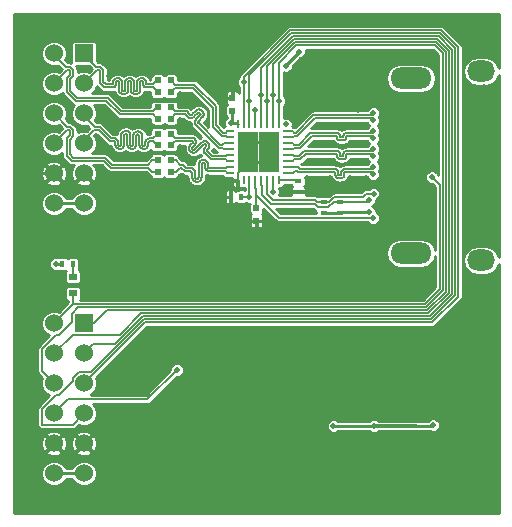
<source format=gbl>
G04 #@! TF.FileFunction,Copper,L2,Bot,Signal*
%FSLAX46Y46*%
G04 Gerber Fmt 4.6, Leading zero omitted, Abs format (unit mm)*
G04 Created by KiCad (PCBNEW 4.0.6-e0-6349~53~ubuntu14.04.1) date Sat Jul 15 18:22:04 2017*
%MOMM*%
%LPD*%
G01*
G04 APERTURE LIST*
%ADD10C,0.350000*%
%ADD11O,3.500000X1.800000*%
%ADD12O,2.350000X1.800000*%
%ADD13R,0.400000X0.600000*%
%ADD14R,0.600000X0.400000*%
%ADD15R,0.250000X0.700000*%
%ADD16R,0.700000X0.250000*%
%ADD17R,1.725000X1.725000*%
%ADD18R,0.600000X0.500000*%
%ADD19R,0.500000X0.600000*%
%ADD20R,0.700000X0.600000*%
%ADD21R,1.524000X1.524000*%
%ADD22C,1.524000*%
%ADD23C,0.500000*%
%ADD24C,0.250000*%
%ADD25C,0.127000*%
%ADD26C,0.254000*%
%ADD27C,0.250000*%
%ADD28O,2.750000X1.100000*%
%ADD29O,1.800000X1.100000*%
%ADD30C,0.350000*%
G04 APERTURE END LIST*
D10*
D11*
X114436000Y-90880000D03*
X114436000Y-76080000D03*
D12*
X120396000Y-91480000D03*
X120396000Y-75480000D03*
D13*
X99176000Y-86106000D03*
X100076000Y-86106000D03*
D14*
X104902000Y-85667000D03*
X104902000Y-84767000D03*
D15*
X99764000Y-79914000D03*
X100264000Y-79914000D03*
X100764000Y-79914000D03*
X101264000Y-79914000D03*
X101764000Y-79914000D03*
X102264000Y-79914000D03*
X102764000Y-79914000D03*
X103264000Y-79914000D03*
D16*
X103914000Y-80564000D03*
X103914000Y-81064000D03*
X103914000Y-81564000D03*
X103914000Y-82064000D03*
X103914000Y-82564000D03*
X103914000Y-83064000D03*
X103914000Y-83564000D03*
X103914000Y-84064000D03*
D15*
X103264000Y-84714000D03*
X102764000Y-84714000D03*
X102264000Y-84714000D03*
X101764000Y-84714000D03*
X101264000Y-84714000D03*
X100764000Y-84714000D03*
X100264000Y-84714000D03*
X99764000Y-84714000D03*
D16*
X99114000Y-84064000D03*
X99114000Y-83564000D03*
X99114000Y-83064000D03*
X99114000Y-82564000D03*
X99114000Y-82064000D03*
X99114000Y-81564000D03*
X99114000Y-81064000D03*
X99114000Y-80564000D03*
D17*
X102376500Y-83176500D03*
X100651500Y-83176500D03*
X102376500Y-81451500D03*
X100651500Y-81451500D03*
D18*
X94100000Y-83000000D03*
X93000000Y-83000000D03*
X94100000Y-84000000D03*
X93000000Y-84000000D03*
X94100000Y-80750000D03*
X93000000Y-80750000D03*
X94100000Y-81750000D03*
X93000000Y-81750000D03*
X94107000Y-78500000D03*
X93007000Y-78500000D03*
X94100000Y-79500000D03*
X93000000Y-79500000D03*
X94107000Y-76250000D03*
X93007000Y-76250000D03*
X94100000Y-77250000D03*
X93000000Y-77250000D03*
D19*
X101346000Y-88138000D03*
X101346000Y-87038000D03*
X99314000Y-77724000D03*
X99314000Y-78824000D03*
D20*
X85826600Y-92887800D03*
X85826600Y-94287800D03*
D14*
X107061000Y-87445000D03*
X107061000Y-86545000D03*
X108458000Y-87445000D03*
X108458000Y-86545000D03*
D13*
X84926600Y-91795600D03*
X85826600Y-91795600D03*
D21*
X86750000Y-73972000D03*
D22*
X84210000Y-73972000D03*
X86750000Y-76512000D03*
X84210000Y-76512000D03*
X86750000Y-79052000D03*
X84210000Y-79052000D03*
X86750000Y-81592000D03*
X84210000Y-81592000D03*
X86750000Y-84132000D03*
X84210000Y-84132000D03*
X86750000Y-86672000D03*
X84210000Y-86672000D03*
D21*
X86750000Y-96832000D03*
D22*
X84210000Y-96832000D03*
X86750000Y-99372000D03*
X84210000Y-99372000D03*
X86750000Y-101912000D03*
X84210000Y-101912000D03*
X86750000Y-104452000D03*
X84210000Y-104452000D03*
X86750000Y-106992000D03*
X84210000Y-106992000D03*
X86750000Y-109532000D03*
X84210000Y-109532000D03*
D23*
X104978200Y-73812400D03*
X103835200Y-75006200D03*
X103835200Y-79984600D03*
X84353400Y-91795600D03*
X102764000Y-85704000D03*
X107873800Y-105511600D03*
X111302800Y-105511600D03*
X116324800Y-105453600D03*
X99187000Y-79883000D03*
X110159800Y-85547200D03*
X110693200Y-83134200D03*
X110693200Y-81584800D03*
X110693200Y-80060800D03*
X106273600Y-80187800D03*
X106019600Y-81711800D03*
X105511600Y-83235800D03*
X110617000Y-84531200D03*
X109245400Y-84531200D03*
X107594400Y-84531200D03*
X105664000Y-84531200D03*
X100330000Y-74295000D03*
X98425000Y-74930000D03*
X97155000Y-72390000D03*
X99695000Y-72390000D03*
X100965000Y-71120000D03*
X102870000Y-71120000D03*
X104775000Y-71120000D03*
X106680000Y-71120000D03*
X108585000Y-71120000D03*
X110490000Y-71120000D03*
X112395000Y-71120000D03*
X114300000Y-71120000D03*
X116205000Y-71120000D03*
X118745000Y-71120000D03*
X120650000Y-71120000D03*
X120650000Y-73025000D03*
X120650000Y-76835000D03*
X120650000Y-78740000D03*
X120650000Y-80645000D03*
X120650000Y-82550000D03*
X120650000Y-84455012D03*
X120650000Y-86360000D03*
X120650000Y-88265000D03*
X120650000Y-90170000D03*
X107315000Y-78663800D03*
X82981800Y-81610200D03*
X82981800Y-79019400D03*
X83007200Y-76200000D03*
X83261200Y-73177400D03*
X86893400Y-72745600D03*
X87985600Y-74599800D03*
X93548200Y-75615800D03*
X94869000Y-76098400D03*
X97205800Y-76987400D03*
X98450400Y-79832200D03*
X97231200Y-84455000D03*
X94970600Y-84328000D03*
X95961200Y-83185000D03*
X94843600Y-81889600D03*
X94869000Y-80594200D03*
X94843600Y-79629000D03*
X94869000Y-78333600D03*
X94843600Y-77393800D03*
X89357200Y-82854800D03*
X87833200Y-83566000D03*
X85648800Y-83591400D03*
X84785200Y-82677000D03*
X84734400Y-80314800D03*
X87833200Y-79629000D03*
X87858600Y-78511400D03*
X87833200Y-82270600D03*
X87807800Y-81000600D03*
X87198200Y-75285600D03*
X86334600Y-75285600D03*
X86360000Y-80441800D03*
X87020400Y-80289400D03*
X85369400Y-79451200D03*
X85699600Y-78384400D03*
X84912200Y-77546200D03*
X85445600Y-74498200D03*
X84658200Y-75285600D03*
X91948000Y-84150200D03*
X92329000Y-82423000D03*
X91465400Y-80035400D03*
X91440000Y-82473800D03*
X92227400Y-77368400D03*
X92252800Y-78333600D03*
X92227400Y-80619600D03*
X92227400Y-79654400D03*
X88900000Y-75844400D03*
X108712000Y-90170002D03*
X108712004Y-92710000D03*
X107315000Y-83058000D03*
X109982000Y-83058000D03*
X109982000Y-81534000D03*
X107315000Y-81534000D03*
X107315000Y-80010000D03*
X109982000Y-80010000D03*
X109982000Y-78740000D03*
X107315000Y-77978000D03*
X109982000Y-77978000D03*
X115189000Y-77978000D03*
X115189000Y-86817200D03*
X115189000Y-83820000D03*
X115189000Y-82321400D03*
X115189000Y-80822800D03*
X89408000Y-101400009D03*
X97764600Y-82194400D03*
X95250000Y-72263008D03*
X91440000Y-72262996D03*
X88391988Y-72263000D03*
X85090000Y-72263008D03*
X81915000Y-72262976D03*
X81914994Y-107315000D03*
X81914998Y-104140000D03*
X81915008Y-98933000D03*
X81915008Y-93218000D03*
X81915000Y-89534988D03*
X88138000Y-77216000D03*
X88138000Y-78994036D03*
X115189000Y-88900000D03*
X111760000Y-88900000D03*
X81915000Y-81280000D03*
X81915000Y-76200000D03*
X88900000Y-87630000D03*
X91440000Y-87630000D03*
X91440000Y-85090000D03*
X95250000Y-87630000D03*
X95250000Y-85090000D03*
X95250000Y-73660000D03*
X91440000Y-73660000D03*
X88392000Y-73660000D03*
X104140000Y-90170000D03*
X99695000Y-90170000D03*
X95250000Y-90170000D03*
X90170000Y-90170000D03*
X83820000Y-90170000D03*
X83820000Y-92710000D03*
X90170000Y-92710000D03*
X95250000Y-92710000D03*
X95250000Y-107061000D03*
X90170000Y-107061000D03*
X108712000Y-85598000D03*
X100651500Y-83176500D03*
X89408000Y-102489000D03*
X106172000Y-87376000D03*
X106426000Y-85725000D03*
X95250000Y-75565000D03*
X95250000Y-77978000D03*
X95250000Y-80010000D03*
X95250000Y-82423000D03*
X91440000Y-75565000D03*
X91440000Y-77978000D03*
X99822000Y-92710000D03*
X104140000Y-92710000D03*
X119684800Y-103606600D03*
X114223800Y-102336600D03*
X109651800Y-102209600D03*
X104140000Y-85725000D03*
X102376500Y-81451500D03*
X100651500Y-81451500D03*
X102376500Y-83176500D03*
X115189000Y-79330000D03*
X111252000Y-87884000D03*
X110871000Y-87376000D03*
X116205000Y-84455000D03*
X111252000Y-83566000D03*
X111252000Y-82677000D03*
X111252000Y-82042000D03*
X111252000Y-81153000D03*
X111252000Y-80518000D03*
X111252000Y-79629000D03*
X111252000Y-78994000D03*
X111252000Y-84201000D03*
X111274000Y-85830000D03*
X110871000Y-86360000D03*
X102764000Y-77470000D03*
X101764000Y-77470000D03*
X102264000Y-77978000D03*
X103264000Y-77978000D03*
X100264000Y-76374875D03*
X100764000Y-77978000D03*
X94615000Y-100761800D03*
X100711000Y-86106000D03*
X101269800Y-78740000D03*
D24*
X103835200Y-75006200D02*
X103835200Y-74955400D01*
X103835200Y-74955400D02*
X104978200Y-73812400D01*
X84926600Y-91795600D02*
X84353400Y-91795600D01*
X99187000Y-79883000D02*
X99733000Y-79883000D01*
X99733000Y-79883000D02*
X99764000Y-79914000D01*
X99314000Y-78824000D02*
X99314000Y-79756000D01*
X99314000Y-79756000D02*
X99187000Y-79883000D01*
X111302800Y-105511600D02*
X107873800Y-105511600D01*
X111302800Y-105511600D02*
X116266800Y-105511600D01*
X116266800Y-105511600D02*
X116324800Y-105453600D01*
X86750000Y-86672000D02*
X86750000Y-86750000D01*
X84210000Y-109532000D02*
X86750000Y-109532000D01*
X84210000Y-86672000D02*
X86750000Y-86672000D01*
D25*
X111360800Y-105453600D02*
X111302800Y-105511600D01*
X114927800Y-105453600D02*
X111360800Y-105453600D01*
X99764000Y-79914000D02*
X99218000Y-79914000D01*
X99218000Y-79914000D02*
X99187000Y-79883000D01*
X102764000Y-84714000D02*
X102764000Y-85704000D01*
D24*
X110617000Y-84531200D02*
X110159800Y-84988400D01*
X110159800Y-84988400D02*
X110159800Y-85547200D01*
X109982000Y-83058000D02*
X110617000Y-83058000D01*
X110617000Y-83058000D02*
X110693200Y-83134200D01*
X109982000Y-81534000D02*
X110642400Y-81534000D01*
X110642400Y-81534000D02*
X110693200Y-81584800D01*
X109982000Y-80010000D02*
X110642400Y-80010000D01*
X110642400Y-80010000D02*
X110693200Y-80060800D01*
X107315000Y-80010000D02*
X106451400Y-80010000D01*
X106451400Y-80010000D02*
X106273600Y-80187800D01*
X107315000Y-81534000D02*
X106197400Y-81534000D01*
X106197400Y-81534000D02*
X106019600Y-81711800D01*
X107315000Y-83058000D02*
X105689400Y-83058000D01*
X105689400Y-83058000D02*
X105511600Y-83235800D01*
X109245400Y-84531200D02*
X110617000Y-84531200D01*
X108712000Y-85598000D02*
X108712000Y-85064600D01*
X108712000Y-85064600D02*
X109245400Y-84531200D01*
X106426000Y-85725000D02*
X106426000Y-85699600D01*
X106426000Y-85699600D02*
X107594400Y-84531200D01*
X106426000Y-85725000D02*
X106426000Y-85293200D01*
X106426000Y-85293200D02*
X105664000Y-84531200D01*
X100330000Y-74295000D02*
X100330000Y-73025000D01*
X100330000Y-73025000D02*
X99695000Y-72390000D01*
X97155000Y-72390000D02*
X97155000Y-73660000D01*
X97155000Y-73660000D02*
X98425000Y-74930000D01*
X100965000Y-71120000D02*
X99695000Y-72390000D01*
X102870000Y-71120000D02*
X100965000Y-71120000D01*
X106680000Y-71120000D02*
X104775000Y-71120000D01*
X110490000Y-71120000D02*
X108585000Y-71120000D01*
X114300000Y-71120000D02*
X112395000Y-71120000D01*
X118745000Y-71120000D02*
X116205000Y-71120000D01*
X120650000Y-73025000D02*
X120650000Y-71120000D01*
X120650000Y-82550000D02*
X120650000Y-80645000D01*
X120650000Y-88265000D02*
X120650000Y-86360000D01*
X120650000Y-90170000D02*
X120650000Y-88265000D01*
X83007200Y-76200000D02*
X83007200Y-78994000D01*
X83007200Y-78994000D02*
X82981800Y-79019400D01*
X81915000Y-72262976D02*
X82346776Y-72262976D01*
X82346776Y-72262976D02*
X83261200Y-73177400D01*
X86893400Y-72263008D02*
X88392000Y-72263008D01*
X85090000Y-72263008D02*
X86893400Y-72263008D01*
X86893400Y-72263008D02*
X86893400Y-72745600D01*
X88392000Y-73660000D02*
X88392000Y-74193400D01*
X88392000Y-74193400D02*
X87985600Y-74599800D01*
X91440000Y-75565000D02*
X93497400Y-75565000D01*
X93497400Y-75565000D02*
X93548200Y-75615800D01*
X95250000Y-75565000D02*
X95250000Y-75717400D01*
X95250000Y-75717400D02*
X94869000Y-76098400D01*
X97586800Y-76784200D02*
X98450400Y-77647800D01*
X96367600Y-75565000D02*
X97586800Y-76784200D01*
X97586800Y-76784200D02*
X97409000Y-76784200D01*
X97409000Y-76784200D02*
X97205800Y-76987400D01*
X98450400Y-77647800D02*
X98450400Y-79832200D01*
X95250000Y-75565000D02*
X96367600Y-75565000D01*
X96977200Y-85394800D02*
X97231200Y-85140800D01*
X97231200Y-85140800D02*
X97231200Y-84455000D01*
X95834200Y-85394800D02*
X96977200Y-85394800D01*
X95529400Y-85090000D02*
X95834200Y-85394800D01*
X95250000Y-85090000D02*
X95529400Y-85090000D01*
X95250000Y-85090000D02*
X95250000Y-84607400D01*
X95250000Y-84607400D02*
X94970600Y-84328000D01*
X95250000Y-82423000D02*
X95250000Y-82473800D01*
X95250000Y-82473800D02*
X95961200Y-83185000D01*
X95250000Y-82423000D02*
X95250000Y-82296000D01*
X95250000Y-82296000D02*
X94843600Y-81889600D01*
X95250000Y-80010000D02*
X95250000Y-80213200D01*
X95250000Y-80213200D02*
X94869000Y-80594200D01*
X95250000Y-80010000D02*
X95224600Y-80010000D01*
X95224600Y-80010000D02*
X94843600Y-79629000D01*
X94843600Y-77393800D02*
X94869000Y-77419200D01*
X94869000Y-77419200D02*
X94869000Y-78333600D01*
X95250000Y-77978000D02*
X95250000Y-77800200D01*
X95250000Y-77800200D02*
X94843600Y-77393800D01*
X91440000Y-82473800D02*
X89738200Y-82473800D01*
X89738200Y-82473800D02*
X89357200Y-82854800D01*
X91948000Y-84150200D02*
X88417400Y-84150200D01*
X88417400Y-84150200D02*
X87833200Y-83566000D01*
X81915000Y-81864200D02*
X82727800Y-82677000D01*
X82727800Y-82677000D02*
X84785200Y-82677000D01*
X81915000Y-81280000D02*
X81915000Y-81864200D01*
X81915000Y-81280000D02*
X82880200Y-80314800D01*
X82880200Y-80314800D02*
X84734400Y-80314800D01*
X88138000Y-78994036D02*
X88138000Y-79324200D01*
X88138000Y-79324200D02*
X87833200Y-79629000D01*
X88138000Y-78994036D02*
X88138000Y-78790800D01*
X88138000Y-78790800D02*
X87858600Y-78511400D01*
X87833200Y-82270600D02*
X87833200Y-81026000D01*
X87833200Y-81026000D02*
X87807800Y-81000600D01*
X87198200Y-75285600D02*
X86334600Y-75285600D01*
X87020400Y-80289400D02*
X86512400Y-80289400D01*
X86512400Y-80289400D02*
X86360000Y-80441800D01*
X85496400Y-79451200D02*
X86334600Y-80289400D01*
X86334600Y-80289400D02*
X87020400Y-80289400D01*
X85369400Y-79451200D02*
X85496400Y-79451200D01*
X85420200Y-78663800D02*
X85369400Y-78714600D01*
X85369400Y-78714600D02*
X85369400Y-79451200D01*
X85699600Y-78384400D02*
X85420200Y-78663800D01*
X84912200Y-77546200D02*
X85699600Y-78333600D01*
X85699600Y-78333600D02*
X85699600Y-78384400D01*
X83185000Y-77774800D02*
X84683600Y-77774800D01*
X84683600Y-77774800D02*
X84912200Y-77546200D01*
X81915000Y-76504800D02*
X83185000Y-77774800D01*
X81915000Y-76200000D02*
X81915000Y-76504800D01*
X85090000Y-72263008D02*
X85445600Y-72618608D01*
X85445600Y-72618608D02*
X85445600Y-74498200D01*
X81915000Y-76200000D02*
X82829400Y-75285600D01*
X82829400Y-75285600D02*
X84658200Y-75285600D01*
X91440000Y-85090000D02*
X91440000Y-84658200D01*
X91440000Y-84658200D02*
X91948000Y-84150200D01*
X91490800Y-82423000D02*
X92329000Y-82423000D01*
X92329000Y-82423000D02*
X95250000Y-82423000D01*
X91440000Y-82473800D02*
X92278200Y-82473800D01*
X92278200Y-82473800D02*
X92329000Y-82423000D01*
X91643200Y-80035400D02*
X92227400Y-80619600D01*
X91465400Y-80035400D02*
X91567000Y-80137000D01*
X91567000Y-80137000D02*
X95123000Y-80137000D01*
X95123000Y-80137000D02*
X95250000Y-80010000D01*
X91465400Y-80035400D02*
X91643200Y-80035400D01*
X91440000Y-82473800D02*
X91490800Y-82423000D01*
X92227400Y-77368400D02*
X91617800Y-77978000D01*
X91617800Y-77978000D02*
X91440000Y-77978000D01*
X108712000Y-90170002D02*
X110489998Y-90170002D01*
X110489998Y-90170002D02*
X111760000Y-88900000D01*
X108712004Y-92710000D02*
X111125000Y-92710000D01*
X111125000Y-92710000D02*
X111760000Y-92075000D01*
X108711998Y-90170000D02*
X108712000Y-90170002D01*
X104140000Y-90170000D02*
X108711998Y-90170000D01*
X104140000Y-92710000D02*
X108712004Y-92710000D01*
X115189000Y-79330000D02*
X115189000Y-77978000D01*
X115189000Y-88900000D02*
X115189000Y-86817200D01*
X115189000Y-86817200D02*
X115189000Y-83820000D01*
X115189000Y-82321400D02*
X115189000Y-83820000D01*
X115189000Y-82321400D02*
X115189000Y-80822800D01*
X115189000Y-80822800D02*
X115189000Y-79330000D01*
X88391992Y-72263000D02*
X88391988Y-72263000D01*
X88392000Y-73660000D02*
X88392000Y-72263008D01*
X88392000Y-72263008D02*
X88391992Y-72263000D01*
X81915000Y-72262976D02*
X85089968Y-72262976D01*
X85089968Y-72262976D02*
X85090000Y-72263008D01*
X81915000Y-76200000D02*
X81915000Y-72262976D01*
X81915000Y-76200000D02*
X81915000Y-81280000D01*
X81915000Y-86360000D02*
X81915000Y-84074000D01*
X81915000Y-84074000D02*
X81915000Y-81280000D01*
X84210000Y-84132000D02*
X81973000Y-84132000D01*
X81973000Y-84132000D02*
X81915000Y-84074000D01*
X81915000Y-89534988D02*
X81915000Y-86360000D01*
X81914998Y-107314996D02*
X81914994Y-107315000D01*
X81914998Y-104140000D02*
X81914998Y-107314996D01*
X81915008Y-104139990D02*
X81914998Y-104140000D01*
X81915008Y-98933000D02*
X81915008Y-104139990D01*
X81915008Y-93218000D02*
X81915008Y-98933000D01*
X81915000Y-93217992D02*
X81915008Y-93218000D01*
X81915000Y-89534988D02*
X81915000Y-93217992D01*
X119684800Y-103606600D02*
X120192800Y-103098600D01*
X120192800Y-103098600D02*
X120192800Y-99669600D01*
X111760000Y-88900000D02*
X115189000Y-88900000D01*
X111760000Y-92075000D02*
X111760000Y-88900000D01*
X117652800Y-99669600D02*
X112572800Y-99669600D01*
X117652800Y-99669600D02*
X120192800Y-99669600D01*
X99695000Y-90170000D02*
X104140000Y-90170000D01*
X95250000Y-90170000D02*
X99695000Y-90170000D01*
X90170000Y-90170000D02*
X95250000Y-90170000D01*
X83820000Y-90170000D02*
X90170000Y-90170000D01*
X83820000Y-92710000D02*
X83820000Y-90170000D01*
X95250000Y-92710000D02*
X90170000Y-92710000D01*
X99822000Y-92710000D02*
X95250000Y-92710000D01*
X90170000Y-107061000D02*
X95250000Y-107061000D01*
X118414800Y-102336600D02*
X119684800Y-103606600D01*
X109651800Y-102209600D02*
X114096800Y-102209600D01*
X114096800Y-102209600D02*
X114223800Y-102336600D01*
X108712000Y-85725000D02*
X108712000Y-85598000D01*
X106426000Y-85725000D02*
X108712000Y-85725000D01*
D25*
X100651500Y-83176500D02*
X102376500Y-83176500D01*
D24*
X104140000Y-85725000D02*
X106426000Y-85725000D01*
X91440000Y-77978000D02*
X95250000Y-77978000D01*
X102362000Y-92710000D02*
X99822000Y-92710000D01*
X104140000Y-92710000D02*
X102362000Y-92710000D01*
D25*
X104198000Y-85667000D02*
X104140000Y-85725000D01*
X104902000Y-85667000D02*
X104198000Y-85667000D01*
X102376500Y-81451500D02*
X100651500Y-81451500D01*
X102376500Y-83176500D02*
X102376500Y-81451500D01*
X99764000Y-84714000D02*
X99764000Y-84064000D01*
X99764000Y-84064000D02*
X100651500Y-83176500D01*
X84210000Y-79052000D02*
X85353001Y-80195001D01*
X85547200Y-81256404D02*
X85547200Y-82524600D01*
X85547200Y-82524600D02*
X85826600Y-82804000D01*
X85353001Y-80195001D02*
X85581605Y-80195001D01*
X85581605Y-80195001D02*
X85852000Y-80465396D01*
X85852000Y-80465396D02*
X85852000Y-80951604D01*
X85852000Y-80951604D02*
X85547200Y-81256404D01*
X85826600Y-82804000D02*
X88569800Y-82804000D01*
X88569800Y-82804000D02*
X89138800Y-83373000D01*
X89138800Y-83373000D02*
X92177000Y-83373000D01*
X92177000Y-83373000D02*
X92550000Y-83000000D01*
X92550000Y-83000000D02*
X93000000Y-83000000D01*
X84210000Y-81592000D02*
X85353001Y-80448999D01*
X85598000Y-80846396D02*
X85293200Y-81151196D01*
X85353001Y-80448999D02*
X85476395Y-80448999D01*
X85476395Y-80448999D02*
X85598000Y-80570604D01*
X85598000Y-80570604D02*
X85598000Y-80846396D01*
X85293200Y-82651600D02*
X85699600Y-83058000D01*
X85293200Y-81151196D02*
X85293200Y-82651600D01*
X85699600Y-83058000D02*
X88442800Y-83058000D01*
X88442800Y-83058000D02*
X89011800Y-83627000D01*
X89011800Y-83627000D02*
X92177000Y-83627000D01*
X92177000Y-83627000D02*
X92550000Y-84000000D01*
X92550000Y-84000000D02*
X93000000Y-84000000D01*
X90805000Y-81780000D02*
X90832370Y-81776916D01*
X86750000Y-79052000D02*
X86750000Y-79282400D01*
X90832370Y-81776916D02*
X90858367Y-81767819D01*
X90686180Y-81710367D02*
X90700834Y-81733689D01*
X90677083Y-81684370D02*
X90686180Y-81710367D01*
X89753629Y-81776916D02*
X89781000Y-81780000D01*
X90858367Y-81767819D02*
X90881689Y-81753165D01*
X89727632Y-81767819D02*
X89753629Y-81776916D01*
X89524257Y-81230496D02*
X89580503Y-81286742D01*
X90674000Y-81657000D02*
X90677083Y-81684370D01*
X86750000Y-79282400D02*
X87662601Y-80195001D01*
X89781000Y-81780000D02*
X89789000Y-81780000D01*
X89580503Y-81286742D02*
X89622822Y-81354093D01*
X87662601Y-80195001D02*
X88121605Y-80195001D01*
X89789000Y-81780000D02*
X89816370Y-81776916D01*
X88121605Y-80195001D02*
X88544400Y-80617796D01*
X89816370Y-81776916D02*
X89842367Y-81767819D01*
X90881689Y-81753165D02*
X90901165Y-81733689D01*
X88544400Y-80617796D02*
X88544400Y-80619600D01*
X90924916Y-81684370D02*
X90928000Y-81657000D01*
X88544400Y-80619600D02*
X89077800Y-81153000D01*
X90743632Y-81767819D02*
X90769629Y-81776916D01*
X89622822Y-81354093D02*
X89649094Y-81429172D01*
X89077800Y-81153000D02*
X89302784Y-81153000D01*
X89842367Y-81767819D02*
X89865689Y-81753165D01*
X89302784Y-81153000D02*
X89381827Y-81161905D01*
X90397827Y-80534906D02*
X90472906Y-80561178D01*
X89381827Y-81161905D02*
X89456906Y-81188177D01*
X89456906Y-81188177D02*
X89524257Y-81230496D01*
X89885165Y-81733689D02*
X89899819Y-81710367D01*
X89649094Y-81429172D02*
X89658000Y-81508215D01*
X89658000Y-81508215D02*
X89658000Y-81657000D01*
X89658000Y-81657000D02*
X89661083Y-81684370D01*
X89865689Y-81753165D02*
X89885165Y-81733689D01*
X92299215Y-81153000D02*
X92583000Y-81153000D01*
X90045742Y-80603497D02*
X90113093Y-80561178D01*
X89661083Y-81684370D02*
X89670180Y-81710367D01*
X91657155Y-80763759D02*
X91681684Y-80833859D01*
X92583000Y-81153000D02*
X92986000Y-80750000D01*
X89670180Y-81710367D02*
X89684834Y-81733689D01*
X90318784Y-80526000D02*
X90397827Y-80534906D01*
X89684834Y-81733689D02*
X89704310Y-81753165D01*
X92145093Y-81188177D02*
X92220172Y-81161905D01*
X89899819Y-81710367D02*
X89908916Y-81684370D01*
X90928000Y-81657000D02*
X90928000Y-80907661D01*
X89704310Y-81753165D02*
X89727632Y-81767819D01*
X89908916Y-81684370D02*
X89912000Y-81657000D01*
X90960844Y-80763759D02*
X91000357Y-80700874D01*
X91000357Y-80700874D02*
X91052873Y-80648358D01*
X89912000Y-81657000D02*
X89912000Y-80881216D01*
X90901165Y-81733689D02*
X90915819Y-81710367D01*
X91115758Y-80608845D02*
X91185858Y-80584316D01*
X89912000Y-80881216D02*
X89920905Y-80802173D01*
X91940916Y-81684370D02*
X91944000Y-81657000D01*
X89920905Y-80802173D02*
X89947177Y-80727094D01*
X90665094Y-80802173D02*
X90674000Y-80881216D01*
X90188172Y-80534906D02*
X90267215Y-80526000D01*
X90472906Y-80561178D02*
X90540257Y-80603497D01*
X89947177Y-80727094D02*
X89989496Y-80659743D01*
X91944000Y-81508215D02*
X91952905Y-81429172D01*
X89989496Y-80659743D02*
X90045742Y-80603497D01*
X90113093Y-80561178D02*
X90188172Y-80534906D01*
X91185858Y-80584316D02*
X91259660Y-80576000D01*
X90267215Y-80526000D02*
X90318784Y-80526000D01*
X91979177Y-81354093D02*
X92021496Y-81286742D01*
X90540257Y-80603497D02*
X90596503Y-80659743D01*
X91736310Y-81753165D02*
X91759632Y-81767819D01*
X91931819Y-81710367D02*
X91940916Y-81684370D01*
X90596503Y-80659743D02*
X90638822Y-80727094D01*
X90638822Y-80727094D02*
X90665094Y-80802173D01*
X90915819Y-81710367D02*
X90924916Y-81684370D01*
X90674000Y-80881216D02*
X90674000Y-81657000D01*
X91917165Y-81733689D02*
X91931819Y-81710367D01*
X90700834Y-81733689D02*
X90720310Y-81753165D01*
X90720310Y-81753165D02*
X90743632Y-81767819D01*
X90769629Y-81776916D02*
X90797000Y-81780000D01*
X90797000Y-81780000D02*
X90805000Y-81780000D01*
X90928000Y-80907661D02*
X90936315Y-80833859D01*
X90936315Y-80833859D02*
X90960844Y-80763759D01*
X91052873Y-80648358D02*
X91115758Y-80608845D01*
X91259660Y-80576000D02*
X91358339Y-80576000D01*
X91358339Y-80576000D02*
X91432141Y-80584316D01*
X91432141Y-80584316D02*
X91502241Y-80608845D01*
X91502241Y-80608845D02*
X91565126Y-80648358D01*
X91681684Y-80833859D02*
X91690000Y-80907661D01*
X91690000Y-81657000D02*
X91693083Y-81684370D01*
X91565126Y-80648358D02*
X91617642Y-80700874D01*
X91617642Y-80700874D02*
X91657155Y-80763759D01*
X91690000Y-80907661D02*
X91690000Y-81657000D01*
X91693083Y-81684370D02*
X91702180Y-81710367D01*
X91702180Y-81710367D02*
X91716834Y-81733689D01*
X91716834Y-81733689D02*
X91736310Y-81753165D01*
X91759632Y-81767819D02*
X91785629Y-81776916D01*
X91785629Y-81776916D02*
X91813000Y-81780000D01*
X91813000Y-81780000D02*
X91821000Y-81780000D01*
X91821000Y-81780000D02*
X91848370Y-81776916D01*
X91848370Y-81776916D02*
X91874367Y-81767819D01*
X91874367Y-81767819D02*
X91897689Y-81753165D01*
X91897689Y-81753165D02*
X91917165Y-81733689D01*
X92021496Y-81286742D02*
X92077742Y-81230496D01*
X91944000Y-81657000D02*
X91944000Y-81508215D01*
X91952905Y-81429172D02*
X91979177Y-81354093D01*
X92077742Y-81230496D02*
X92145093Y-81188177D01*
X92220172Y-81161905D02*
X92299215Y-81153000D01*
X92986000Y-80750000D02*
X93000000Y-80750000D01*
X86750000Y-81592000D02*
X86750000Y-81296400D01*
X89377165Y-81453310D02*
X89391819Y-81476632D01*
X92267632Y-81419180D02*
X92293629Y-81410083D01*
X89357689Y-81433834D02*
X89377165Y-81453310D01*
X86750000Y-81296400D02*
X87579200Y-80467200D01*
X91712172Y-82025094D02*
X91791215Y-82034000D01*
X87579200Y-80467200D02*
X88011000Y-80467200D01*
X89759215Y-82034000D02*
X89810784Y-82034000D01*
X91921827Y-82025094D02*
X91996906Y-81998822D01*
X89605093Y-81998822D02*
X89680172Y-82025094D01*
X89680172Y-82025094D02*
X89759215Y-82034000D01*
X88011000Y-80467200D02*
X88950800Y-81407000D01*
X89810784Y-82034000D02*
X89889827Y-82025094D01*
X88950800Y-81407000D02*
X89281000Y-81407000D01*
X89964906Y-81998822D02*
X90032257Y-81956503D01*
X90032257Y-81956503D02*
X90088503Y-81900257D01*
X91842784Y-82034000D02*
X91921827Y-82025094D01*
X89889827Y-82025094D02*
X89964906Y-81998822D01*
X90088503Y-81900257D02*
X90130822Y-81832906D01*
X92064257Y-81956503D02*
X92120503Y-81900257D01*
X89281000Y-81407000D02*
X89308370Y-81410083D01*
X89308370Y-81410083D02*
X89334367Y-81419180D01*
X90130822Y-81832906D02*
X90157094Y-81757827D01*
X90157094Y-81757827D02*
X90166000Y-81678784D01*
X89334367Y-81419180D02*
X89357689Y-81433834D01*
X90166000Y-81678784D02*
X90166000Y-80903000D01*
X89391819Y-81476632D02*
X89400916Y-81502629D01*
X89400916Y-81502629D02*
X89404000Y-81530000D01*
X90166000Y-80903000D02*
X90169083Y-80875630D01*
X90169083Y-80875630D02*
X90178180Y-80849633D01*
X89404000Y-81530000D02*
X89404000Y-81678784D01*
X89404000Y-81678784D02*
X89412905Y-81757827D01*
X90178180Y-80849633D02*
X90192834Y-80826311D01*
X89412905Y-81757827D02*
X89439177Y-81832906D01*
X89439177Y-81832906D02*
X89481496Y-81900257D01*
X90212310Y-80806835D02*
X90235632Y-80792181D01*
X90192834Y-80826311D02*
X90212310Y-80806835D01*
X89481496Y-81900257D02*
X89537742Y-81956503D01*
X91791215Y-82034000D02*
X91842784Y-82034000D01*
X89537742Y-81956503D02*
X89605093Y-81998822D01*
X90235632Y-80792181D02*
X90261629Y-80783084D01*
X90261629Y-80783084D02*
X90289000Y-80780000D01*
X90289000Y-80780000D02*
X90297000Y-80780000D01*
X90297000Y-80780000D02*
X90324370Y-80783084D01*
X90324370Y-80783084D02*
X90350367Y-80792181D01*
X90350367Y-80792181D02*
X90373689Y-80806835D01*
X90373689Y-80806835D02*
X90393165Y-80826311D01*
X90393165Y-80826311D02*
X90407819Y-80849633D01*
X90416916Y-80875630D02*
X90420000Y-80903000D01*
X90407819Y-80849633D02*
X90416916Y-80875630D01*
X90420000Y-80903000D02*
X90420000Y-81678784D01*
X92210180Y-81476632D02*
X92224834Y-81453310D01*
X90428905Y-81757827D02*
X90455177Y-81832906D01*
X90420000Y-81678784D02*
X90428905Y-81757827D01*
X90497496Y-81900257D02*
X90553742Y-81956503D01*
X90455177Y-81832906D02*
X90497496Y-81900257D01*
X90553742Y-81956503D02*
X90621093Y-81998822D01*
X92162822Y-81832906D02*
X92189094Y-81757827D01*
X90621093Y-81998822D02*
X90696172Y-82025094D01*
X90696172Y-82025094D02*
X90775215Y-82034000D01*
X90775215Y-82034000D02*
X90826784Y-82034000D01*
X92224834Y-81453310D02*
X92244310Y-81433834D01*
X90826784Y-82034000D02*
X90905827Y-82025094D01*
X92198000Y-81530000D02*
X92201083Y-81502629D01*
X90905827Y-82025094D02*
X90980906Y-81998822D01*
X90980906Y-81998822D02*
X91048257Y-81956503D01*
X91182000Y-81678784D02*
X91182000Y-80928000D01*
X91173094Y-81757827D02*
X91182000Y-81678784D01*
X91146822Y-81832906D02*
X91173094Y-81757827D01*
X91104503Y-81900257D02*
X91146822Y-81832906D01*
X91048257Y-81956503D02*
X91104503Y-81900257D01*
X92244310Y-81433834D02*
X92267632Y-81419180D01*
X91182000Y-80928000D02*
X91184457Y-80906193D01*
X91191705Y-80885480D02*
X91203380Y-80866898D01*
X91184457Y-80906193D02*
X91191705Y-80885480D01*
X92120503Y-81900257D02*
X92162822Y-81832906D01*
X91203380Y-80866898D02*
X91218897Y-80851381D01*
X91218897Y-80851381D02*
X91237479Y-80839706D01*
X91237479Y-80839706D02*
X91258192Y-80832458D01*
X91258192Y-80832458D02*
X91280000Y-80830000D01*
X92201083Y-81502629D02*
X92210180Y-81476632D01*
X91280000Y-80830000D02*
X91338000Y-80830000D01*
X91338000Y-80830000D02*
X91359807Y-80832458D01*
X91359807Y-80832458D02*
X91380520Y-80839706D01*
X91380520Y-80839706D02*
X91399102Y-80851381D01*
X91399102Y-80851381D02*
X91414619Y-80866898D01*
X91414619Y-80866898D02*
X91426294Y-80885480D01*
X91426294Y-80885480D02*
X91433542Y-80906193D01*
X91433542Y-80906193D02*
X91436000Y-80928000D01*
X91436000Y-80928000D02*
X91436000Y-81678784D01*
X91436000Y-81678784D02*
X91444905Y-81757827D01*
X91444905Y-81757827D02*
X91471177Y-81832906D01*
X91471177Y-81832906D02*
X91513496Y-81900257D01*
X91513496Y-81900257D02*
X91569742Y-81956503D01*
X91569742Y-81956503D02*
X91637093Y-81998822D01*
X91637093Y-81998822D02*
X91712172Y-82025094D01*
X91996906Y-81998822D02*
X92064257Y-81956503D01*
X92189094Y-81757827D02*
X92198000Y-81678784D01*
X92198000Y-81678784D02*
X92198000Y-81530000D01*
X92293629Y-81410083D02*
X92321000Y-81407000D01*
X92321000Y-81407000D02*
X92583000Y-81407000D01*
X92583000Y-81407000D02*
X92926000Y-81750000D01*
X92926000Y-81750000D02*
X93000000Y-81750000D01*
X84210000Y-73972000D02*
X84210000Y-74075400D01*
X84210000Y-74075400D02*
X85249601Y-75115001D01*
X85249601Y-75115001D02*
X85581605Y-75115001D01*
X85581605Y-75115001D02*
X85852000Y-75385396D01*
X85852000Y-75385396D02*
X85852000Y-75871604D01*
X85852000Y-75871604D02*
X85598000Y-76125604D01*
X88773000Y-77724000D02*
X89916000Y-78867000D01*
X89916000Y-78867000D02*
X92583000Y-78867000D01*
X85598000Y-76125604D02*
X85598000Y-77139800D01*
X85598000Y-77139800D02*
X86182200Y-77724000D01*
X86182200Y-77724000D02*
X88773000Y-77724000D01*
X92583000Y-78867000D02*
X92950000Y-78500000D01*
X85353001Y-75368999D02*
X85476395Y-75368999D01*
X92962000Y-79500000D02*
X93000000Y-79500000D01*
X85344000Y-77268604D02*
X86053396Y-77978000D01*
X92583000Y-79121000D02*
X92962000Y-79500000D01*
X86053396Y-77978000D02*
X88646000Y-77978000D01*
X85344000Y-76020396D02*
X85344000Y-77268604D01*
X84210000Y-76512000D02*
X85353001Y-75368999D01*
X85476395Y-75368999D02*
X85598000Y-75490604D01*
X85598000Y-75490604D02*
X85598000Y-75766396D01*
X85598000Y-75766396D02*
X85344000Y-76020396D01*
X88646000Y-77978000D02*
X89789000Y-79121000D01*
X89789000Y-79121000D02*
X92583000Y-79121000D01*
X86750000Y-74100800D02*
X86750000Y-73972000D01*
X88121605Y-75115001D02*
X87764201Y-75115001D01*
X88392000Y-75385396D02*
X88121605Y-75115001D01*
X88392000Y-76401396D02*
X88392000Y-75385396D01*
X89151403Y-76596175D02*
X89135202Y-76598001D01*
X89180597Y-76582116D02*
X89166792Y-76590790D01*
X89135202Y-76598001D02*
X88588605Y-76598001D01*
X89192126Y-76570587D02*
X89180597Y-76582116D01*
X89215731Y-76310789D02*
X89208011Y-76379309D01*
X89238504Y-76245706D02*
X89215731Y-76310789D01*
X89275190Y-76187322D02*
X89238504Y-76245706D01*
X89323947Y-76138565D02*
X89275190Y-76187322D01*
X89382331Y-76101879D02*
X89323947Y-76138565D01*
X89447414Y-76079106D02*
X89382331Y-76101879D01*
X89515934Y-76071386D02*
X89447414Y-76079106D01*
X89662083Y-76071386D02*
X89515934Y-76071386D01*
X89902827Y-76187322D02*
X89854070Y-76138565D01*
X89939513Y-76245706D02*
X89902827Y-76187322D01*
X89970007Y-76379309D02*
X89962286Y-76310789D01*
X89971832Y-77068009D02*
X89970007Y-77051807D01*
X89977217Y-77083398D02*
X89971832Y-77068009D01*
X89985891Y-77097203D02*
X89977217Y-77083398D01*
X89997420Y-77108732D02*
X89985891Y-77097203D01*
X90011225Y-77117406D02*
X89997420Y-77108732D01*
X90151198Y-77124616D02*
X90042816Y-77124616D01*
X89854070Y-76138565D02*
X89795686Y-76101879D01*
X90167399Y-77122791D02*
X90151198Y-77124616D01*
X89200800Y-76556782D02*
X89192126Y-76570587D01*
X90196593Y-77108732D02*
X90182788Y-77117406D01*
X90231727Y-76310789D02*
X90224007Y-76379309D01*
X90291186Y-76187322D02*
X90254500Y-76245706D01*
X90463410Y-76079106D02*
X90398327Y-76101879D01*
X90870066Y-76138565D02*
X90811682Y-76101879D01*
X90978282Y-76310789D02*
X90955509Y-76245706D01*
X89962286Y-76310789D02*
X89939513Y-76245706D01*
X90208122Y-77097203D02*
X90196593Y-77108732D01*
X90955509Y-76245706D02*
X90918823Y-76187322D01*
X90986003Y-77051807D02*
X90986003Y-76379309D01*
X90987828Y-77068009D02*
X90986003Y-77051807D01*
X89208011Y-76525192D02*
X89206185Y-76541393D01*
X88588605Y-76598001D02*
X88392000Y-76401396D01*
X91001887Y-77097203D02*
X90993213Y-77083398D01*
X90986003Y-76379309D02*
X90978282Y-76310789D01*
X91027221Y-77117406D02*
X91013416Y-77108732D01*
X90042816Y-77124616D02*
X90026614Y-77122791D01*
X89795686Y-76101879D02*
X89730603Y-76079106D01*
X89206185Y-76541393D02*
X89200800Y-76556782D01*
X90746599Y-76079106D02*
X90678079Y-76071386D01*
X91058812Y-77124616D02*
X91042610Y-77122791D01*
X91167194Y-77124616D02*
X91058812Y-77124616D01*
X91183395Y-77122791D02*
X91167194Y-77124616D01*
X89208011Y-76379309D02*
X89208011Y-76525192D01*
X91198784Y-77117406D02*
X91183395Y-77122791D01*
X91224118Y-77097203D02*
X91212589Y-77108732D01*
X91232792Y-77083398D02*
X91224118Y-77097203D01*
X90398327Y-76101879D02*
X90339943Y-76138565D01*
X90531930Y-76071386D02*
X90463410Y-76079106D01*
X91238177Y-77068009D02*
X91232792Y-77083398D01*
X91240195Y-76725000D02*
X91240003Y-76725000D01*
X89970007Y-77051807D02*
X89970007Y-76379309D01*
X91042610Y-77122791D02*
X91027221Y-77117406D01*
X91240195Y-76379309D02*
X91240195Y-76725000D01*
X91247915Y-76310789D02*
X91240195Y-76379309D01*
X90678079Y-76071386D02*
X90531930Y-76071386D01*
X91270688Y-76245706D02*
X91247915Y-76310789D01*
X91356131Y-76138565D02*
X91307374Y-76187322D01*
X91240003Y-77051807D02*
X91238177Y-77068009D01*
X91240003Y-76725000D02*
X91240003Y-77051807D01*
X90339943Y-76138565D02*
X90291186Y-76187322D01*
X91414515Y-76101879D02*
X91356131Y-76138565D01*
X87764201Y-75115001D02*
X86750000Y-74100800D01*
X90993213Y-77083398D02*
X90987828Y-77068009D01*
X91479598Y-76079106D02*
X91414515Y-76101879D01*
X89730603Y-76079106D02*
X89662083Y-76071386D01*
X91762787Y-76079106D02*
X91694267Y-76071386D01*
X89166792Y-76590790D02*
X89151403Y-76596175D01*
X91971697Y-76245706D02*
X91935011Y-76187322D01*
X90222181Y-77068009D02*
X90216796Y-77083398D01*
X91013416Y-77108732D02*
X91001887Y-77097203D01*
X92002191Y-76525192D02*
X92002191Y-76379309D01*
X91827870Y-76101879D02*
X91762787Y-76079106D01*
X90224007Y-77051807D02*
X90222181Y-77068009D01*
X92009401Y-76556782D02*
X92004016Y-76541393D01*
X90224007Y-76379309D02*
X90224007Y-77051807D01*
X92018075Y-76570587D02*
X92009401Y-76556782D01*
X92029604Y-76582116D02*
X92018075Y-76570587D01*
X90811682Y-76101879D02*
X90746599Y-76079106D01*
X91307374Y-76187322D02*
X91270688Y-76245706D01*
X90182788Y-77117406D02*
X90167399Y-77122791D01*
X90026614Y-77122791D02*
X90011225Y-77117406D01*
X91935011Y-76187322D02*
X91886254Y-76138565D01*
X92043409Y-76590790D02*
X92029604Y-76582116D01*
X92075000Y-76598001D02*
X92058798Y-76596175D01*
X91694267Y-76071386D02*
X91548118Y-76071386D01*
X92058798Y-76596175D02*
X92043409Y-76590790D01*
X90216796Y-77083398D02*
X90208122Y-77097203D01*
X91886254Y-76138565D02*
X91827870Y-76101879D01*
X92601999Y-76598001D02*
X92075000Y-76598001D01*
X90254500Y-76245706D02*
X90231727Y-76310789D01*
X91212589Y-77108732D02*
X91198784Y-77117406D01*
X91994470Y-76310789D02*
X91971697Y-76245706D01*
X90918823Y-76187322D02*
X90870066Y-76138565D01*
X92002191Y-76379309D02*
X91994470Y-76310789D01*
X92004016Y-76541393D02*
X92002191Y-76525192D01*
X92950000Y-76250000D02*
X92601999Y-76598001D01*
X91548118Y-76071386D02*
X91479598Y-76079106D01*
X93000000Y-77250000D02*
X92601999Y-76851999D01*
X90410825Y-77262678D02*
X90362068Y-77311435D01*
X90470284Y-77139211D02*
X90447511Y-77204294D01*
X89659401Y-76327209D02*
X89643200Y-76325384D01*
X92601999Y-76851999D02*
X92056116Y-76851999D01*
X91463507Y-77204294D02*
X91426821Y-77262678D01*
X89462009Y-76398193D02*
X89462009Y-76544075D01*
X92056116Y-76851999D02*
X91987596Y-76844278D01*
X91254597Y-77370894D02*
X91186077Y-77378614D01*
X91987596Y-76844278D02*
X91922513Y-76821505D01*
X90732005Y-76398193D02*
X90730179Y-76381991D01*
X90906325Y-77348121D02*
X90847941Y-77311435D01*
X89674790Y-76332594D02*
X89659401Y-76327209D01*
X90493889Y-76352797D02*
X90485215Y-76366602D01*
X91922513Y-76821505D02*
X91864129Y-76784819D01*
X91864129Y-76784819D02*
X91815372Y-76736062D01*
X91815372Y-76736062D02*
X91778686Y-76677678D01*
X91567002Y-76325384D02*
X91550800Y-76327209D01*
X91778686Y-76677678D02*
X91755913Y-76612595D01*
X91755913Y-76612595D02*
X91748193Y-76544075D01*
X91706974Y-76332594D02*
X91691585Y-76327209D01*
X91748193Y-76544075D02*
X91748193Y-76398193D01*
X91748193Y-76398193D02*
X91746367Y-76381991D01*
X91550800Y-76327209D02*
X91535411Y-76332594D01*
X88483395Y-76851999D02*
X88138000Y-76506604D01*
X91746367Y-76381991D02*
X91740982Y-76366602D01*
X89890329Y-77348121D02*
X89831945Y-77311435D01*
X91494001Y-77070691D02*
X91486280Y-77139211D01*
X90534612Y-76327209D02*
X90519223Y-76332594D01*
X90762498Y-77204294D02*
X90739725Y-77139211D01*
X91732308Y-76352797D02*
X91720779Y-76341268D01*
X91740982Y-76366602D02*
X91732308Y-76352797D01*
X91535411Y-76332594D02*
X91521606Y-76341268D01*
X90704591Y-76341268D02*
X90690786Y-76332594D01*
X91720779Y-76341268D02*
X91706974Y-76332594D01*
X91691585Y-76327209D02*
X91675384Y-76325384D01*
X91501403Y-76366602D02*
X91496018Y-76381991D01*
X90675397Y-76327209D02*
X90659196Y-76325384D01*
X91675384Y-76325384D02*
X91567002Y-76325384D01*
X91521606Y-76341268D02*
X91510077Y-76352797D01*
X91510077Y-76352797D02*
X91501403Y-76366602D01*
X91496018Y-76381991D02*
X91494193Y-76398193D01*
X91494193Y-76398193D02*
X91494193Y-76725000D01*
X91494193Y-76725000D02*
X91494001Y-76725000D01*
X90724794Y-76366602D02*
X90716120Y-76352797D01*
X91494001Y-76725000D02*
X91494001Y-77070691D01*
X91486280Y-77139211D02*
X91463507Y-77204294D01*
X91426821Y-77262678D02*
X91378064Y-77311435D01*
X88016395Y-75368999D02*
X87889501Y-75368999D01*
X91378064Y-77311435D02*
X91319680Y-77348121D01*
X91319680Y-77348121D02*
X91254597Y-77370894D01*
X91186077Y-77378614D02*
X91039928Y-77378614D01*
X91039928Y-77378614D02*
X90971408Y-77370894D01*
X89431515Y-76677678D02*
X89394829Y-76736062D01*
X90659196Y-76325384D02*
X90550814Y-76325384D01*
X90971408Y-77370894D02*
X90906325Y-77348121D01*
X90847941Y-77311435D02*
X90799184Y-77262678D01*
X90799184Y-77262678D02*
X90762498Y-77204294D01*
X90739725Y-77139211D02*
X90732005Y-77070691D01*
X90732005Y-77070691D02*
X90732005Y-76398193D01*
X90730179Y-76381991D02*
X90724794Y-76366602D01*
X90716120Y-76352797D02*
X90704591Y-76341268D01*
X90690786Y-76332594D02*
X90675397Y-76327209D01*
X90550814Y-76325384D02*
X90534612Y-76327209D01*
X89708798Y-76366602D02*
X89700124Y-76352797D01*
X90478005Y-76398193D02*
X90478005Y-77070691D01*
X90519223Y-76332594D02*
X90505418Y-76341268D01*
X90505418Y-76341268D02*
X90493889Y-76352797D01*
X88138000Y-76506604D02*
X88138000Y-75490604D01*
X90485215Y-76366602D02*
X90479830Y-76381991D01*
X90479830Y-76381991D02*
X90478005Y-76398193D01*
X89394829Y-76736062D02*
X89346072Y-76784819D01*
X90478005Y-77070691D02*
X90470284Y-77139211D01*
X90447511Y-77204294D02*
X90410825Y-77262678D01*
X90362068Y-77311435D02*
X90303684Y-77348121D01*
X90303684Y-77348121D02*
X90238601Y-77370894D01*
X89534818Y-76325384D02*
X89518616Y-76327209D01*
X90238601Y-77370894D02*
X90170081Y-77378614D01*
X90170081Y-77378614D02*
X90023932Y-77378614D01*
X90023932Y-77378614D02*
X89955412Y-77370894D01*
X89643200Y-76325384D02*
X89534818Y-76325384D01*
X89955412Y-77370894D02*
X89890329Y-77348121D01*
X89716009Y-76398193D02*
X89714183Y-76381991D01*
X89831945Y-77311435D02*
X89783188Y-77262678D01*
X89518616Y-76327209D02*
X89503227Y-76332594D01*
X89783188Y-77262678D02*
X89746502Y-77204294D01*
X89746502Y-77204294D02*
X89723729Y-77139211D01*
X89723729Y-77139211D02*
X89716009Y-77070691D01*
X89716009Y-77070691D02*
X89716009Y-76398193D01*
X89714183Y-76381991D02*
X89708798Y-76366602D01*
X89700124Y-76352797D02*
X89688595Y-76341268D01*
X89688595Y-76341268D02*
X89674790Y-76332594D01*
X89222605Y-76844278D02*
X89154085Y-76851999D01*
X88138000Y-75490604D02*
X88016395Y-75368999D01*
X89503227Y-76332594D02*
X89489422Y-76341268D01*
X89489422Y-76341268D02*
X89477893Y-76352797D01*
X89477893Y-76352797D02*
X89469219Y-76366602D01*
X89469219Y-76366602D02*
X89463834Y-76381991D01*
X89463834Y-76381991D02*
X89462009Y-76398193D01*
X89462009Y-76544075D02*
X89454288Y-76612595D01*
X89454288Y-76612595D02*
X89431515Y-76677678D01*
X89346072Y-76784819D02*
X89287688Y-76821505D01*
X89287688Y-76821505D02*
X89222605Y-76844278D01*
X89154085Y-76851999D02*
X88483395Y-76851999D01*
X87889501Y-75368999D02*
X86750000Y-76508500D01*
X86750000Y-76508500D02*
X86750000Y-76512000D01*
X101346000Y-87038000D02*
X101346000Y-85979000D01*
X103251000Y-87884000D02*
X101346000Y-85979000D01*
X101346000Y-85979000D02*
X101346000Y-85471000D01*
X111252000Y-87884000D02*
X103251000Y-87884000D01*
X101264000Y-85389000D02*
X101346000Y-85471000D01*
X101264000Y-84714000D02*
X101264000Y-85389000D01*
D24*
X108458000Y-87445000D02*
X107061000Y-87445000D01*
X110871000Y-87376000D02*
X108527000Y-87376000D01*
X108527000Y-87376000D02*
X108458000Y-87445000D01*
D25*
X116454999Y-84704999D02*
X116205000Y-84455000D01*
X116893274Y-93926726D02*
X116893274Y-85143274D01*
X115595400Y-95224600D02*
X116893274Y-93926726D01*
X85817400Y-95224600D02*
X115595400Y-95224600D01*
X116893274Y-85143274D02*
X116454999Y-84704999D01*
X85817400Y-95224600D02*
X85826600Y-95215400D01*
X85826600Y-95215400D02*
X85826600Y-94287800D01*
X84210000Y-96832000D02*
X85817400Y-95224600D01*
D24*
X84210000Y-96832000D02*
X84210000Y-96765000D01*
D25*
X103914000Y-83564000D02*
X104847394Y-83564000D01*
X105039895Y-83756501D02*
X107993500Y-83756501D01*
X104847394Y-83564000D02*
X105039895Y-83756501D01*
X111061499Y-83756501D02*
X111252000Y-83566000D01*
X108542649Y-84196748D02*
X108542649Y-84051647D01*
X108288647Y-84051647D02*
X108288647Y-84196748D01*
X107993500Y-83756501D02*
X108059176Y-83763900D01*
X108550048Y-83985971D02*
X108571877Y-83923588D01*
X108121559Y-83785729D02*
X108177521Y-83820892D01*
X108177521Y-83820892D02*
X108224255Y-83867626D01*
X108059176Y-83763900D02*
X108121559Y-83785729D01*
X108290132Y-84209932D02*
X108294514Y-84222455D01*
X108288647Y-84196748D02*
X108290132Y-84209932D01*
X108709736Y-83785729D02*
X108772119Y-83763900D01*
X108653774Y-83820892D02*
X108709736Y-83785729D01*
X108520341Y-84243070D02*
X108529722Y-84233689D01*
X108224255Y-83867626D02*
X108259418Y-83923588D01*
X108259418Y-83923588D02*
X108281247Y-83985971D01*
X108281247Y-83985971D02*
X108288647Y-84051647D01*
X108294514Y-84222455D02*
X108301573Y-84233689D01*
X108301573Y-84233689D02*
X108310954Y-84243070D01*
X108837795Y-83756501D02*
X111061499Y-83756501D01*
X108310954Y-84243070D02*
X108322188Y-84250129D01*
X108322188Y-84250129D02*
X108334711Y-84254511D01*
X108334711Y-84254511D02*
X108347896Y-84255997D01*
X108541163Y-84209932D02*
X108542649Y-84196748D01*
X108347896Y-84255997D02*
X108483400Y-84255997D01*
X108483400Y-84255997D02*
X108496584Y-84254511D01*
X108607040Y-83867626D02*
X108653774Y-83820892D01*
X108496584Y-84254511D02*
X108509107Y-84250129D01*
X108509107Y-84250129D02*
X108520341Y-84243070D01*
X108529722Y-84233689D02*
X108536781Y-84222455D01*
X108536781Y-84222455D02*
X108541163Y-84209932D01*
X108542649Y-84051647D02*
X108550048Y-83985971D01*
X108571877Y-83923588D02*
X108607040Y-83867626D01*
X108772119Y-83763900D02*
X108837795Y-83756501D01*
X108195696Y-82494732D02*
X108198301Y-82498878D01*
X103914000Y-83064000D02*
X104439000Y-83064000D01*
X108963013Y-82503500D02*
X108964630Y-82498878D01*
X104439000Y-83064000D02*
X104562000Y-82941000D01*
X108206983Y-82709144D02*
X108226207Y-82764082D01*
X105071604Y-82941000D02*
X105526105Y-82486499D01*
X108192233Y-82491269D02*
X108195696Y-82494732D01*
X108760379Y-82904713D02*
X108815317Y-82885489D01*
X108964630Y-82498878D02*
X108967235Y-82494732D01*
X104562000Y-82941000D02*
X105071604Y-82941000D01*
X108199918Y-82503500D02*
X108200467Y-82508366D01*
X108200467Y-82508366D02*
X108200467Y-82651305D01*
X108962465Y-82651305D02*
X108962465Y-82508366D01*
X108974844Y-82488664D02*
X108979466Y-82487047D01*
X108402552Y-82904713D02*
X108460391Y-82911230D01*
X108905757Y-82813365D02*
X108936724Y-82764082D01*
X108815317Y-82885489D02*
X108864600Y-82854522D01*
X108864600Y-82854522D02*
X108905757Y-82813365D01*
X108178600Y-82486499D02*
X108183465Y-82487047D01*
X105526105Y-82486499D02*
X108178600Y-82486499D01*
X108183465Y-82487047D02*
X108188087Y-82488664D01*
X108936724Y-82764082D02*
X108955948Y-82709144D01*
X108226207Y-82764082D02*
X108257174Y-82813365D01*
X108188087Y-82488664D02*
X108192233Y-82491269D01*
X108702540Y-82911230D02*
X108760379Y-82904713D01*
X108198301Y-82498878D02*
X108199918Y-82503500D01*
X108200467Y-82651305D02*
X108206983Y-82709144D01*
X108257174Y-82813365D02*
X108298331Y-82854522D01*
X108298331Y-82854522D02*
X108347614Y-82885489D01*
X108347614Y-82885489D02*
X108402552Y-82904713D01*
X108460391Y-82911230D02*
X108702540Y-82911230D01*
X108955948Y-82709144D02*
X108962465Y-82651305D01*
X108962465Y-82508366D02*
X108963013Y-82503500D01*
X108967235Y-82494732D02*
X108970698Y-82491269D01*
X108970698Y-82491269D02*
X108974844Y-82488664D01*
X108979466Y-82487047D02*
X108984332Y-82486499D01*
X108984332Y-82486499D02*
X111061499Y-82486499D01*
X111061499Y-82486499D02*
X111252000Y-82677000D01*
X103914000Y-82564000D02*
X104439000Y-82564000D01*
X105420895Y-82232501D02*
X108194540Y-82232501D01*
X108708467Y-82492425D02*
X108714983Y-82434586D01*
X108447948Y-82434586D02*
X108454465Y-82492425D01*
X108471466Y-82656683D02*
X108476332Y-82657232D01*
X108455013Y-82640230D02*
X108456630Y-82644852D01*
X108454465Y-82492425D02*
X108454465Y-82635365D01*
X104439000Y-82564000D02*
X104562000Y-82687000D01*
X104562000Y-82687000D02*
X104966396Y-82687000D01*
X104966396Y-82687000D02*
X105420895Y-82232501D01*
X108428724Y-82379648D02*
X108447948Y-82434586D01*
X108252379Y-82239017D02*
X108307317Y-82258241D01*
X108194540Y-82232501D02*
X108252379Y-82239017D01*
X108855614Y-82258241D02*
X108910552Y-82239017D01*
X108456630Y-82644852D02*
X108459235Y-82648998D01*
X108307317Y-82258241D02*
X108356600Y-82289208D01*
X108714983Y-82434586D02*
X108734207Y-82379648D01*
X108356600Y-82289208D02*
X108397757Y-82330365D01*
X108397757Y-82330365D02*
X108428724Y-82379648D01*
X108454465Y-82635365D02*
X108455013Y-82640230D01*
X108459235Y-82648998D02*
X108462698Y-82652461D01*
X108462698Y-82652461D02*
X108466844Y-82655066D01*
X108765174Y-82330365D02*
X108806331Y-82289208D01*
X108466844Y-82655066D02*
X108471466Y-82656683D01*
X108476332Y-82657232D02*
X108686600Y-82657232D01*
X108686600Y-82657232D02*
X108691465Y-82656683D01*
X108734207Y-82379648D02*
X108765174Y-82330365D01*
X108691465Y-82656683D02*
X108696087Y-82655066D01*
X108696087Y-82655066D02*
X108700233Y-82652461D01*
X108700233Y-82652461D02*
X108703696Y-82648998D01*
X108703696Y-82648998D02*
X108706301Y-82644852D01*
X108706301Y-82644852D02*
X108707918Y-82640230D01*
X108707918Y-82640230D02*
X108708467Y-82635365D01*
X108708467Y-82635365D02*
X108708467Y-82492425D01*
X108806331Y-82289208D02*
X108855614Y-82258241D01*
X108910552Y-82239017D02*
X108968391Y-82232501D01*
X108968391Y-82232501D02*
X111061499Y-82232501D01*
X111061499Y-82232501D02*
X111252000Y-82042000D01*
X108178600Y-80962499D02*
X108178600Y-81102215D01*
X104439000Y-82064000D02*
X104562000Y-81941000D01*
X108183799Y-81148359D02*
X108199136Y-81192190D01*
X104562000Y-81941000D02*
X105055604Y-81941000D01*
X108385971Y-81309587D02*
X108733224Y-81309587D01*
X105055604Y-81941000D02*
X106034105Y-80962499D01*
X108935396Y-81148359D02*
X108940596Y-81102215D01*
X108920059Y-81192190D02*
X108935396Y-81148359D01*
X108256677Y-81264345D02*
X108295996Y-81289050D01*
X103914000Y-82064000D02*
X104439000Y-82064000D01*
X106034105Y-80962499D02*
X108178600Y-80962499D01*
X108178600Y-81102215D02*
X108183799Y-81148359D01*
X108199136Y-81192190D02*
X108223841Y-81231509D01*
X108295996Y-81289050D02*
X108339827Y-81304387D01*
X108223841Y-81231509D02*
X108256677Y-81264345D01*
X108339827Y-81304387D02*
X108385971Y-81309587D01*
X108733224Y-81309587D02*
X108779368Y-81304387D01*
X108862518Y-81264345D02*
X108895354Y-81231509D01*
X108779368Y-81304387D02*
X108823199Y-81289050D01*
X108823199Y-81289050D02*
X108862518Y-81264345D01*
X108895354Y-81231509D02*
X108920059Y-81192190D01*
X108940596Y-81102215D02*
X108940596Y-80962499D01*
X108940596Y-80962499D02*
X111061499Y-80962499D01*
X111061499Y-80962499D02*
X111252000Y-81153000D01*
X108837903Y-80729037D02*
X108881734Y-80713700D01*
X108765748Y-80786578D02*
X108798584Y-80753742D01*
X108741043Y-80825897D02*
X108765748Y-80786578D01*
X108725706Y-80869728D02*
X108741043Y-80825897D01*
X108798584Y-80753742D02*
X108837903Y-80729037D01*
X108881734Y-80713700D02*
X108927878Y-80708501D01*
X108720507Y-80915872D02*
X108725706Y-80869728D01*
X108720507Y-81055589D02*
X108720507Y-80915872D01*
X108398689Y-81055589D02*
X108720507Y-81055589D01*
X108378152Y-80825897D02*
X108393489Y-80869728D01*
X108320611Y-80753742D02*
X108353447Y-80786578D01*
X108398689Y-80915872D02*
X108398689Y-81055589D01*
X108927878Y-80708501D02*
X111061499Y-80708501D01*
X108281292Y-80729037D02*
X108320611Y-80753742D01*
X108393489Y-80869728D02*
X108398689Y-80915872D01*
X108191317Y-80708501D02*
X108237461Y-80713700D01*
X105928895Y-80708501D02*
X108191317Y-80708501D01*
X104950396Y-81687000D02*
X105928895Y-80708501D01*
X108353447Y-80786578D02*
X108378152Y-80825897D01*
X104562000Y-81687000D02*
X104950396Y-81687000D01*
X108237461Y-80713700D02*
X108281292Y-80729037D01*
X104439000Y-81564000D02*
X104562000Y-81687000D01*
X111061499Y-80708501D02*
X111252000Y-80518000D01*
X103914000Y-81564000D02*
X104439000Y-81564000D01*
X104439000Y-81064000D02*
X103914000Y-81064000D01*
X104562000Y-80941000D02*
X104439000Y-81064000D01*
X111252000Y-79629000D02*
X111061499Y-79438499D01*
X104785604Y-80941000D02*
X104562000Y-80941000D01*
X106288105Y-79438499D02*
X104785604Y-80941000D01*
X111061499Y-79438499D02*
X106288105Y-79438499D01*
X104439000Y-80564000D02*
X103914000Y-80564000D01*
X104680396Y-80687000D02*
X104562000Y-80687000D01*
X104562000Y-80687000D02*
X104439000Y-80564000D01*
X106182895Y-79184501D02*
X104680396Y-80687000D01*
X111061499Y-79184501D02*
X106182895Y-79184501D01*
X111252000Y-78994000D02*
X111061499Y-79184501D01*
X103914000Y-84064000D02*
X104439000Y-84064000D01*
X104439000Y-84064000D02*
X104606800Y-83896200D01*
X104606800Y-83896200D02*
X104790792Y-83896200D01*
X104790792Y-83896200D02*
X104905091Y-84010499D01*
X104905091Y-84010499D02*
X107975400Y-84010499D01*
X107975400Y-84010499D02*
X107988584Y-84011984D01*
X107988584Y-84011984D02*
X108001107Y-84016366D01*
X108001107Y-84016366D02*
X108012341Y-84023425D01*
X108012341Y-84023425D02*
X108021722Y-84032806D01*
X108021722Y-84032806D02*
X108028781Y-84044040D01*
X108028781Y-84044040D02*
X108033163Y-84056563D01*
X108033163Y-84056563D02*
X108034649Y-84069748D01*
X108034649Y-84214848D02*
X108042048Y-84280524D01*
X108034649Y-84069748D02*
X108034649Y-84214848D01*
X108042048Y-84280524D02*
X108063877Y-84342907D01*
X108063877Y-84342907D02*
X108099040Y-84398869D01*
X108201736Y-84480766D02*
X108264119Y-84502595D01*
X108099040Y-84398869D02*
X108145774Y-84445603D01*
X108830188Y-84016366D02*
X108842711Y-84011984D01*
X108145774Y-84445603D02*
X108201736Y-84480766D01*
X108629559Y-84480766D02*
X108685521Y-84445603D01*
X108264119Y-84502595D02*
X108329795Y-84509995D01*
X108818954Y-84023425D02*
X108830188Y-84016366D01*
X108685521Y-84445603D02*
X108732255Y-84398869D01*
X108732255Y-84398869D02*
X108767418Y-84342907D01*
X108501500Y-84509995D02*
X108567176Y-84502595D01*
X108329795Y-84509995D02*
X108501500Y-84509995D01*
X108567176Y-84502595D02*
X108629559Y-84480766D01*
X108767418Y-84342907D02*
X108789247Y-84280524D01*
X111061499Y-84010499D02*
X111252000Y-84201000D01*
X108789247Y-84280524D02*
X108796647Y-84214848D01*
X108796647Y-84214848D02*
X108796647Y-84069748D01*
X108796647Y-84069748D02*
X108798132Y-84056563D01*
X108798132Y-84056563D02*
X108802514Y-84044040D01*
X108855896Y-84010499D02*
X111061499Y-84010499D01*
X108802514Y-84044040D02*
X108809573Y-84032806D01*
X108809573Y-84032806D02*
X108818954Y-84023425D01*
X108842711Y-84011984D02*
X108855896Y-84010499D01*
X107061000Y-86545000D02*
X106484000Y-86545000D01*
X106484000Y-86545000D02*
X106299000Y-86360000D01*
X106299000Y-86360000D02*
X102743000Y-86360000D01*
X102743000Y-86360000D02*
X102264000Y-85881000D01*
X102264000Y-85881000D02*
X102264000Y-84714000D01*
X110363000Y-86106000D02*
X110639000Y-85830000D01*
X110639000Y-85830000D02*
X111274000Y-85830000D01*
X107950000Y-86106000D02*
X110363000Y-86106000D01*
X107511000Y-86545000D02*
X107950000Y-86106000D01*
X107061000Y-86545000D02*
X107511000Y-86545000D01*
X108458000Y-86545000D02*
X110686000Y-86545000D01*
X110686000Y-86545000D02*
X110871000Y-86360000D01*
X108458000Y-86545000D02*
X107892000Y-86545000D01*
X107892000Y-86545000D02*
X107442000Y-86995000D01*
X101854000Y-85979000D02*
X101854000Y-85217000D01*
X107442000Y-86995000D02*
X106553000Y-86995000D01*
X106553000Y-86995000D02*
X106273600Y-86715600D01*
X106273600Y-86715600D02*
X102590600Y-86715600D01*
X102590600Y-86715600D02*
X101854000Y-85979000D01*
X101854000Y-85217000D02*
X101764000Y-85127000D01*
X101764000Y-85127000D02*
X101764000Y-84714000D01*
X102764000Y-77116447D02*
X102764000Y-77470000D01*
X117401296Y-94137154D02*
X117401296Y-73862071D01*
X117401296Y-73862071D02*
X116558328Y-73019103D01*
X102764000Y-74879975D02*
X102764000Y-77116447D01*
X104624872Y-73019103D02*
X102764000Y-74879975D01*
X115805828Y-95732622D02*
X117401296Y-94137154D01*
X88738378Y-95732622D02*
X115805828Y-95732622D01*
X116558328Y-73019103D02*
X104624872Y-73019103D01*
X86750000Y-96832000D02*
X87639000Y-96832000D01*
X87639000Y-96832000D02*
X88738378Y-95732622D01*
X102764000Y-77470000D02*
X102764000Y-79437000D01*
X102764000Y-79437000D02*
X102764000Y-79914000D01*
X101764000Y-75161525D02*
X104414444Y-72511081D01*
X116768756Y-72511081D02*
X117909318Y-73651643D01*
X116016256Y-96240644D02*
X91719356Y-96240644D01*
X91719356Y-96240644D02*
X89349999Y-98610001D01*
X117909318Y-94347582D02*
X116016256Y-96240644D01*
X87511999Y-98610001D02*
X86750000Y-99372000D01*
X104414444Y-72511081D02*
X116768756Y-72511081D01*
X101764000Y-77470000D02*
X101764000Y-75161525D01*
X117909318Y-73651643D02*
X117909318Y-94347582D01*
X89349999Y-98610001D02*
X87511999Y-98610001D01*
X101764000Y-79914000D02*
X101764000Y-77470000D01*
X115911042Y-95986633D02*
X117655307Y-94242368D01*
X104519658Y-72765092D02*
X102264000Y-75020750D01*
X91614142Y-95986633D02*
X115911042Y-95986633D01*
X85792000Y-97790000D02*
X89810775Y-97790000D01*
X84210000Y-99372000D02*
X85792000Y-97790000D01*
X117655307Y-94242368D02*
X117655307Y-73756857D01*
X102264000Y-77624447D02*
X102264000Y-77978000D01*
X116663542Y-72765092D02*
X104519658Y-72765092D01*
X89810775Y-97790000D02*
X91614142Y-95986633D01*
X102264000Y-75020750D02*
X102264000Y-77624447D01*
X117655307Y-73756857D02*
X116663542Y-72765092D01*
X102264000Y-79437000D02*
X102264000Y-79914000D01*
X102264000Y-77978000D02*
X102264000Y-79437000D01*
X103264000Y-74739200D02*
X103264000Y-77624447D01*
X116453114Y-73273114D02*
X104730086Y-73273114D01*
X104730086Y-73273114D02*
X103264000Y-74739200D01*
X84661702Y-97790000D02*
X85725000Y-96726702D01*
X117147285Y-94031940D02*
X117147285Y-73967285D01*
X85725000Y-96726702D02*
X85725000Y-95990098D01*
X86236487Y-95478611D02*
X115700614Y-95478611D01*
X84382298Y-97790000D02*
X84661702Y-97790000D01*
X84210000Y-101912000D02*
X83185000Y-100887000D01*
X117147285Y-73967285D02*
X116453114Y-73273114D01*
X103264000Y-77624447D02*
X103264000Y-77978000D01*
X83185000Y-98987298D02*
X84382298Y-97790000D01*
X115700614Y-95478611D02*
X117147285Y-94031940D01*
X83185000Y-100887000D02*
X83185000Y-98987298D01*
X85725000Y-95990098D02*
X86236487Y-95478611D01*
X103264000Y-77978000D02*
X103264000Y-79914000D01*
X100264000Y-75943075D02*
X100264000Y-76021322D01*
X89560427Y-99118023D02*
X91929784Y-96748666D01*
X86750000Y-101912000D02*
X89543977Y-99118023D01*
X89543977Y-99118023D02*
X89560427Y-99118023D01*
X91929784Y-96748666D02*
X116226684Y-96748666D01*
X116226684Y-96748666D02*
X118417340Y-94558010D01*
X118417340Y-94558010D02*
X118417340Y-73441215D01*
X118417340Y-73441215D02*
X116979184Y-72003059D01*
X116979184Y-72003059D02*
X104204016Y-72003059D01*
X104204016Y-72003059D02*
X100264000Y-75943075D01*
X100264000Y-76021322D02*
X100264000Y-76374875D01*
X100264000Y-77470000D02*
X100264000Y-79437000D01*
X100264000Y-76374875D02*
X100264000Y-77470000D01*
X100264000Y-79437000D02*
X100264000Y-79914000D01*
X89455213Y-98864012D02*
X89438763Y-98864012D01*
X118163329Y-73546429D02*
X118163329Y-94452796D01*
X85797499Y-101454799D02*
X85797499Y-101734203D01*
X85797499Y-105404501D02*
X86750000Y-104452000D01*
X83179501Y-105404501D02*
X85797499Y-105404501D01*
X89438763Y-98864012D02*
X87343276Y-100959499D01*
X83185000Y-104067298D02*
X83185000Y-105399002D01*
X84382298Y-102870000D02*
X83185000Y-104067298D01*
X85797499Y-101734203D02*
X84661702Y-102870000D01*
X87343276Y-100959499D02*
X86292799Y-100959499D01*
X91824570Y-96494655D02*
X89455213Y-98864012D01*
X118163329Y-94452796D02*
X116121470Y-96494655D01*
X116873970Y-72257070D02*
X118163329Y-73546429D01*
X104309230Y-72257070D02*
X116873970Y-72257070D01*
X100764000Y-75802300D02*
X104309230Y-72257070D01*
X116121470Y-96494655D02*
X91824570Y-96494655D01*
X83185000Y-105399002D02*
X83179501Y-105404501D01*
X84661702Y-102870000D02*
X84382298Y-102870000D01*
X100764000Y-77978000D02*
X100764000Y-75802300D01*
X86292799Y-100959499D02*
X85797499Y-101454799D01*
X100764000Y-79914000D02*
X100764000Y-77978000D01*
X100764000Y-79437000D02*
X100764000Y-79914000D01*
X85411000Y-103251000D02*
X84210000Y-104452000D01*
X94615000Y-100761800D02*
X92125800Y-103251000D01*
X92125800Y-103251000D02*
X85411000Y-103251000D01*
X100076000Y-86106000D02*
X100711000Y-86106000D01*
X100764000Y-84714000D02*
X100764000Y-86053000D01*
X100764000Y-86053000D02*
X100711000Y-86106000D01*
X103264000Y-84714000D02*
X104849000Y-84714000D01*
X104849000Y-84714000D02*
X104902000Y-84767000D01*
X85826600Y-92887800D02*
X85826600Y-91795600D01*
X101264000Y-79914000D02*
X101264000Y-78745800D01*
X101264000Y-78745800D02*
X101269800Y-78740000D01*
X94100000Y-83000000D02*
X94550000Y-83000000D01*
X96670428Y-83025688D02*
X96750486Y-82997674D01*
X95423604Y-83687000D02*
X95781228Y-83687000D01*
X97177364Y-83130789D02*
X97222489Y-83202606D01*
X95109604Y-83373000D02*
X95423604Y-83687000D01*
X96122489Y-83901428D02*
X96150503Y-83981486D01*
X94550000Y-83000000D02*
X94923000Y-83373000D01*
X94923000Y-83373000D02*
X95109604Y-83373000D01*
X96192288Y-84530099D02*
X96215723Y-84553534D01*
X95781228Y-83687000D02*
X95865513Y-83696496D01*
X96160000Y-84437823D02*
X96163710Y-84470756D01*
X95865513Y-83696496D02*
X95945571Y-83724510D01*
X96340933Y-84582112D02*
X96372214Y-84571166D01*
X95945571Y-83724510D02*
X96017388Y-83769635D01*
X96160000Y-84065771D02*
X96160000Y-84437823D01*
X97263710Y-83571934D02*
X97274656Y-83603215D01*
X96017388Y-83769635D02*
X96077364Y-83829611D01*
X98766000Y-83687000D02*
X98889000Y-83564000D01*
X96174656Y-84502037D02*
X96192288Y-84530099D01*
X96077364Y-83829611D02*
X96122489Y-83901428D01*
X96456000Y-83366949D02*
X96465496Y-83282664D01*
X97408000Y-83687000D02*
X98766000Y-83687000D01*
X96150503Y-83981486D02*
X96160000Y-84065771D01*
X96465496Y-83282664D02*
X96493510Y-83202606D01*
X96243785Y-84571166D02*
X96275066Y-84582112D01*
X96163710Y-84470756D02*
X96174656Y-84502037D01*
X96423711Y-84530099D02*
X96441343Y-84502037D01*
X96215723Y-84553534D02*
X96243785Y-84571166D01*
X96538635Y-83130789D02*
X96598611Y-83070813D01*
X96275066Y-84582112D02*
X96308000Y-84585823D01*
X96308000Y-84585823D02*
X96340933Y-84582112D01*
X96372214Y-84571166D02*
X96400276Y-84553534D01*
X96400276Y-84553534D02*
X96423711Y-84530099D01*
X96493510Y-83202606D02*
X96538635Y-83130789D01*
X96441343Y-84502037D02*
X96452289Y-84470756D01*
X96452289Y-84470756D02*
X96456000Y-84437823D01*
X96456000Y-84437823D02*
X96456000Y-83366949D01*
X96598611Y-83070813D02*
X96670428Y-83025688D01*
X96750486Y-82997674D02*
X96834771Y-82988177D01*
X96834771Y-82988177D02*
X96881228Y-82988177D01*
X96881228Y-82988177D02*
X96965513Y-82997674D01*
X97260000Y-83539000D02*
X97263710Y-83571934D01*
X96965513Y-82997674D02*
X97045571Y-83025688D01*
X97045571Y-83025688D02*
X97117388Y-83070813D01*
X97117388Y-83070813D02*
X97177364Y-83130789D01*
X97222489Y-83202606D02*
X97250503Y-83282664D01*
X98889000Y-83564000D02*
X99114000Y-83564000D01*
X97292288Y-83631277D02*
X97315723Y-83654712D01*
X97250503Y-83282664D02*
X97260000Y-83366949D01*
X97260000Y-83366949D02*
X97260000Y-83539000D01*
X97274656Y-83603215D02*
X97292288Y-83631277D01*
X97315723Y-83654712D02*
X97343785Y-83672344D01*
X97343785Y-83672344D02*
X97375066Y-83683290D01*
X97375066Y-83683290D02*
X97408000Y-83687000D01*
X95822214Y-83955656D02*
X95850276Y-83973288D01*
X94100000Y-84000000D02*
X94550000Y-84000000D01*
X96627364Y-84697211D02*
X96672489Y-84625394D01*
X95318396Y-83941000D02*
X95758000Y-83941000D01*
X96048611Y-84757187D02*
X96120428Y-84802312D01*
X98766000Y-83941000D02*
X98889000Y-84064000D01*
X94923000Y-83627000D02*
X95004396Y-83627000D01*
X94550000Y-84000000D02*
X94923000Y-83627000D01*
X95902289Y-84056066D02*
X95906000Y-84089000D01*
X95906000Y-84461051D02*
X95915496Y-84545336D01*
X96331228Y-84839823D02*
X96415513Y-84830326D01*
X96567388Y-84757187D02*
X96627364Y-84697211D01*
X97300486Y-83931504D02*
X97384771Y-83941000D01*
X96890933Y-83245888D02*
X96922214Y-83256834D01*
X95891343Y-84024785D02*
X95902289Y-84056066D01*
X96672489Y-84625394D02*
X96700503Y-84545336D01*
X96710000Y-84461051D02*
X96710000Y-83390177D01*
X95850276Y-83973288D02*
X95873711Y-83996723D01*
X95906000Y-84089000D02*
X95906000Y-84461051D01*
X95790933Y-83944710D02*
X95822214Y-83955656D01*
X96825066Y-83245888D02*
X96858000Y-83242177D01*
X96858000Y-83242177D02*
X96890933Y-83245888D01*
X96713710Y-83357244D02*
X96724656Y-83325963D01*
X95915496Y-84545336D02*
X95943510Y-84625394D01*
X96922214Y-83256834D02*
X96950276Y-83274466D01*
X96120428Y-84802312D02*
X96200486Y-84830326D01*
X95988635Y-84697211D02*
X96048611Y-84757187D01*
X95873711Y-83996723D02*
X95891343Y-84024785D01*
X95004396Y-83627000D02*
X95318396Y-83941000D01*
X96200486Y-84830326D02*
X96284771Y-84839823D01*
X95758000Y-83941000D02*
X95790933Y-83944710D01*
X95943510Y-84625394D02*
X95988635Y-84697211D01*
X97148611Y-83858365D02*
X97220428Y-83903490D01*
X96284771Y-84839823D02*
X96331228Y-84839823D01*
X96415513Y-84830326D02*
X96495571Y-84802312D01*
X96973711Y-83297901D02*
X96991343Y-83325963D01*
X96495571Y-84802312D02*
X96567388Y-84757187D01*
X96700503Y-84545336D02*
X96710000Y-84461051D01*
X96710000Y-83390177D02*
X96713710Y-83357244D01*
X96724656Y-83325963D02*
X96742288Y-83297901D01*
X96742288Y-83297901D02*
X96765723Y-83274466D01*
X96765723Y-83274466D02*
X96793785Y-83256834D01*
X96793785Y-83256834D02*
X96825066Y-83245888D01*
X96950276Y-83274466D02*
X96973711Y-83297901D01*
X96991343Y-83325963D02*
X97002289Y-83357244D01*
X97002289Y-83357244D02*
X97006000Y-83390177D01*
X97006000Y-83390177D02*
X97006000Y-83562229D01*
X98889000Y-84064000D02*
X99114000Y-84064000D01*
X97006000Y-83562229D02*
X97015496Y-83646514D01*
X97015496Y-83646514D02*
X97043510Y-83726572D01*
X97043510Y-83726572D02*
X97088635Y-83798389D01*
X97088635Y-83798389D02*
X97148611Y-83858365D01*
X97220428Y-83903490D02*
X97300486Y-83931504D01*
X97384771Y-83941000D02*
X98766000Y-83941000D01*
X94100000Y-80750000D02*
X94110400Y-80750000D01*
X96083837Y-82102795D02*
X96109459Y-82090456D01*
X98889000Y-82564000D02*
X99114000Y-82564000D01*
X94483400Y-81123000D02*
X96034604Y-81123000D01*
X96034604Y-81123000D02*
X96124567Y-81212962D01*
X94110400Y-80750000D02*
X94483400Y-81123000D01*
X97350247Y-81665173D02*
X97366842Y-81737878D01*
X96174688Y-81275811D02*
X96209566Y-81348238D01*
X96124567Y-81212962D02*
X96174688Y-81275811D01*
X97366842Y-81737878D02*
X97366841Y-81812452D01*
X96227454Y-81426609D02*
X96227454Y-81506996D01*
X97366841Y-81812452D02*
X97350246Y-81885157D01*
X97350246Y-81885157D02*
X97317889Y-81952346D01*
X96209566Y-81348238D02*
X96227454Y-81426609D01*
X96227454Y-81506996D02*
X96209566Y-81585368D01*
X97317889Y-81952346D02*
X97271394Y-82010652D01*
X96209566Y-81585368D02*
X96174688Y-81657794D01*
X96174688Y-81657794D02*
X96124567Y-81720643D01*
X96124567Y-81720643D02*
X95952089Y-81893120D01*
X97271394Y-82010652D02*
X97256952Y-82025094D01*
X95934358Y-81915355D02*
X95922018Y-81940977D01*
X95952089Y-81893120D02*
X95934358Y-81915355D01*
X97256952Y-82025094D02*
X97167147Y-82114896D01*
X97167147Y-82114896D02*
X97153262Y-82132307D01*
X95922018Y-81940977D02*
X95915690Y-81968703D01*
X95915690Y-81968703D02*
X95915690Y-81997142D01*
X95915690Y-81997142D02*
X95922018Y-82024868D01*
X97153262Y-82132307D02*
X97143599Y-82152372D01*
X97143599Y-82152372D02*
X97138645Y-82174085D01*
X95922018Y-82024868D02*
X95934358Y-82050491D01*
X97138645Y-82174085D02*
X97138645Y-82196355D01*
X95934358Y-82050491D02*
X95952089Y-82072725D01*
X97138645Y-82196355D02*
X97143599Y-82218066D01*
X95952089Y-82072725D02*
X95974323Y-82090456D01*
X97143599Y-82218066D02*
X97153262Y-82238131D01*
X95974323Y-82090456D02*
X95999946Y-82102795D01*
X97153262Y-82238131D02*
X97167147Y-82255542D01*
X95999946Y-82102795D02*
X96027672Y-82109123D01*
X96056111Y-82109123D02*
X96083837Y-82102795D01*
X96027672Y-82109123D02*
X96056111Y-82109123D01*
X97167147Y-82255542D02*
X97598604Y-82687000D01*
X97598604Y-82687000D02*
X98766000Y-82687000D01*
X98766000Y-82687000D02*
X98889000Y-82564000D01*
X96109459Y-82090456D02*
X96131694Y-82072725D01*
X96131694Y-82072725D02*
X96732579Y-81471837D01*
X96732579Y-81471837D02*
X96790883Y-81425341D01*
X96790883Y-81425341D02*
X96858074Y-81392985D01*
X97078058Y-81392984D02*
X97145247Y-81425341D01*
X97271393Y-81539678D02*
X97317890Y-81597984D01*
X96858074Y-81392985D02*
X96930778Y-81376390D01*
X96930778Y-81376390D02*
X97005354Y-81376391D01*
X97005354Y-81376391D02*
X97078058Y-81392984D01*
X97145247Y-81425341D02*
X97203551Y-81471836D01*
X97203551Y-81471836D02*
X97271393Y-81539678D01*
X97317890Y-81597984D02*
X97350247Y-81665173D01*
X96897742Y-81665884D02*
X96915153Y-81651998D01*
X96082085Y-82370784D02*
X96160456Y-82352896D01*
X94100000Y-81750000D02*
X94100000Y-81744200D01*
X94100000Y-81744200D02*
X94467200Y-81377000D01*
X95923326Y-82352896D02*
X96001698Y-82370784D01*
X94467200Y-81377000D02*
X95929395Y-81377000D01*
X96915153Y-81651998D02*
X96935218Y-81642336D01*
X95929395Y-81377000D02*
X95947126Y-81399235D01*
X95947126Y-81399235D02*
X95959466Y-81424857D01*
X95959466Y-81424857D02*
X95965794Y-81452583D01*
X95965794Y-81452583D02*
X95965794Y-81481022D01*
X96956929Y-81637380D02*
X96979199Y-81637380D01*
X96935218Y-81642336D02*
X96956929Y-81637380D01*
X95965794Y-81481022D02*
X95959466Y-81508748D01*
X95959466Y-81508748D02*
X95947126Y-81534371D01*
X96979199Y-81637380D02*
X97000912Y-81642336D01*
X95947126Y-81534371D02*
X95929395Y-81556605D01*
X95929395Y-81556605D02*
X95756917Y-81729082D01*
X97000912Y-81642336D02*
X97020977Y-81651999D01*
X95756917Y-81729082D02*
X95706796Y-81791931D01*
X97020977Y-81651999D02*
X97038388Y-81665884D01*
X95671918Y-81864358D02*
X95654030Y-81942729D01*
X97077346Y-81704842D02*
X97091230Y-81722253D01*
X97091230Y-81722253D02*
X97100893Y-81742318D01*
X97100893Y-81742318D02*
X97105850Y-81764030D01*
X95706796Y-81791931D02*
X95671918Y-81864358D01*
X97038388Y-81665884D02*
X97077346Y-81704842D01*
X95654030Y-81942729D02*
X95654030Y-82023116D01*
X95654030Y-82023116D02*
X95671918Y-82101488D01*
X95671918Y-82101488D02*
X95706796Y-82173914D01*
X95756917Y-82236763D02*
X95788051Y-82267897D01*
X95706796Y-82173914D02*
X95756917Y-82236763D01*
X97105850Y-81764030D02*
X97105849Y-81786300D01*
X95788051Y-82267897D02*
X95850900Y-82318017D01*
X95850900Y-82318017D02*
X95923326Y-82352896D01*
X96001698Y-82370784D02*
X96082085Y-82370784D01*
X97091231Y-81828077D02*
X97077345Y-81845488D01*
X97077345Y-81845488D02*
X96973101Y-81949733D01*
X96973101Y-81949733D02*
X96926604Y-82008038D01*
X96160456Y-82352896D02*
X96232882Y-82318017D01*
X96232882Y-82318017D02*
X96295732Y-82267897D01*
X96295732Y-82267897D02*
X96897742Y-81665884D01*
X97105849Y-81786300D02*
X97100894Y-81808012D01*
X97100894Y-81808012D02*
X97091231Y-81828077D01*
X96926604Y-82008038D02*
X96894246Y-82075227D01*
X96894246Y-82075227D02*
X96877653Y-82147933D01*
X96877653Y-82147933D02*
X96877653Y-82222507D01*
X96877653Y-82222507D02*
X96894246Y-82295211D01*
X96894246Y-82295211D02*
X96926604Y-82362402D01*
X96926604Y-82362402D02*
X96973101Y-82420707D01*
X96973101Y-82420707D02*
X97493396Y-82941000D01*
X97493396Y-82941000D02*
X98766000Y-82941000D01*
X98766000Y-82941000D02*
X98889000Y-83064000D01*
X98889000Y-83064000D02*
X99114000Y-83064000D01*
X94107000Y-78500000D02*
X94121000Y-78500000D01*
X94121000Y-78500000D02*
X94490501Y-78869501D01*
X94490501Y-78869501D02*
X95432105Y-78869501D01*
X95432105Y-78869501D02*
X95683604Y-79121001D01*
X95683604Y-79121001D02*
X95709515Y-79141663D01*
X95709515Y-79141663D02*
X95739373Y-79156042D01*
X95739373Y-79156042D02*
X95771684Y-79163417D01*
X95771684Y-79163417D02*
X95804826Y-79163417D01*
X95837137Y-79156043D02*
X95866997Y-79141663D01*
X95804826Y-79163417D02*
X95837137Y-79156043D01*
X95866997Y-79141663D02*
X95892908Y-79121000D01*
X95892908Y-79121000D02*
X96202435Y-78811470D01*
X96202435Y-78811470D02*
X96268748Y-78758587D01*
X96268748Y-78758587D02*
X96345167Y-78721787D01*
X96345167Y-78721787D02*
X96427857Y-78702912D01*
X96427857Y-78702912D02*
X96512675Y-78702912D01*
X96512675Y-78702912D02*
X96595367Y-78721787D01*
X96595367Y-78721787D02*
X96671784Y-78758587D01*
X96671784Y-78758587D02*
X96738097Y-78811470D01*
X96738097Y-78811470D02*
X96770947Y-78844320D01*
X96770947Y-78844320D02*
X96823830Y-78910633D01*
X96860632Y-78987052D02*
X96879505Y-79069743D01*
X96823830Y-78910633D02*
X96860632Y-78987052D01*
X96879505Y-79069743D02*
X96879505Y-79154561D01*
X96879505Y-79154561D02*
X96860632Y-79237252D01*
X96860632Y-79237252D02*
X96823830Y-79313669D01*
X96823830Y-79313669D02*
X96770947Y-79379982D01*
X96461419Y-79689511D02*
X96440754Y-79715421D01*
X96770947Y-79379982D02*
X96461419Y-79689511D01*
X96426376Y-79745282D02*
X96419001Y-79777593D01*
X96440754Y-79715421D02*
X96426376Y-79745282D01*
X96419001Y-79777593D02*
X96419000Y-79810733D01*
X96419000Y-79810733D02*
X96426375Y-79843044D01*
X96426375Y-79843044D02*
X96440755Y-79872905D01*
X96440755Y-79872905D02*
X96461421Y-79898817D01*
X96461421Y-79898817D02*
X98249604Y-81687000D01*
X98249604Y-81687000D02*
X98466000Y-81687000D01*
X98466000Y-81687000D02*
X98589000Y-81564000D01*
X98589000Y-81564000D02*
X98786395Y-81564000D01*
X98786395Y-81564000D02*
X99114000Y-81564000D01*
X96175707Y-79669063D02*
X96156832Y-79751753D01*
X98466000Y-81941000D02*
X98589000Y-82064000D01*
X96574920Y-79216804D02*
X96265390Y-79526331D01*
X96609963Y-79161033D02*
X96595582Y-79190891D01*
X96421386Y-78972456D02*
X96453697Y-78965081D01*
X95586738Y-79369912D02*
X95663155Y-79406712D01*
X96519148Y-78972455D02*
X96549009Y-78986835D01*
X96156832Y-79751753D02*
X96156832Y-79836571D01*
X96156832Y-79836571D02*
X96175707Y-79919263D01*
X96574919Y-79007498D02*
X96595582Y-79033409D01*
X96617336Y-79095579D02*
X96617336Y-79128721D01*
X96453697Y-78965081D02*
X96486837Y-78965080D01*
X95989774Y-79369912D02*
X96056087Y-79317029D01*
X95830664Y-79425585D02*
X95913355Y-79406712D01*
X96265390Y-80061993D02*
X98144396Y-81941000D01*
X96609963Y-79063269D02*
X96617336Y-79095579D01*
X94100000Y-79500000D02*
X94476501Y-79123499D01*
X98786395Y-82064000D02*
X99114000Y-82064000D01*
X94476501Y-79123499D02*
X95326895Y-79123499D01*
X96391525Y-78986834D02*
X96421386Y-78972456D01*
X95326895Y-79123499D02*
X95520425Y-79317029D01*
X95520425Y-79317029D02*
X95586738Y-79369912D01*
X96365615Y-79007499D02*
X96391525Y-78986834D01*
X95663155Y-79406712D02*
X95745846Y-79425585D01*
X95745846Y-79425585D02*
X95830664Y-79425585D01*
X96595582Y-79033409D02*
X96609963Y-79063269D01*
X95913355Y-79406712D02*
X95989774Y-79369912D01*
X96056087Y-79317029D02*
X96072511Y-79300602D01*
X96072511Y-79300602D02*
X96365615Y-79007499D01*
X96486837Y-78965080D02*
X96519148Y-78972455D01*
X96212507Y-79995680D02*
X96265390Y-80061993D01*
X96549009Y-78986835D02*
X96574919Y-79007498D01*
X96617336Y-79128721D02*
X96609963Y-79161033D01*
X96595582Y-79190891D02*
X96574920Y-79216804D01*
X96265390Y-79526331D02*
X96212507Y-79592644D01*
X96212507Y-79592644D02*
X96175707Y-79669063D01*
X96175707Y-79919263D02*
X96212507Y-79995680D01*
X98144396Y-81941000D02*
X98466000Y-81941000D01*
X98589000Y-82064000D02*
X98786395Y-82064000D01*
X97917000Y-78433396D02*
X96103105Y-76619501D01*
X96103105Y-76619501D02*
X94476501Y-76619501D01*
X94476501Y-76619501D02*
X94107000Y-76250000D01*
X97917000Y-80062898D02*
X97917000Y-78433396D01*
X98541102Y-80687000D02*
X97917000Y-80062898D01*
X99114000Y-80564000D02*
X98889000Y-80564000D01*
X98889000Y-80564000D02*
X98766000Y-80687000D01*
X98766000Y-80687000D02*
X98541102Y-80687000D01*
X99114000Y-81064000D02*
X98889000Y-81064000D01*
X98889000Y-81064000D02*
X98766000Y-80941000D01*
X98766000Y-80941000D02*
X98435894Y-80941000D01*
X98435894Y-80941000D02*
X97663000Y-80168106D01*
X97663000Y-80168106D02*
X97663000Y-78562200D01*
X97663000Y-78562200D02*
X95986600Y-76885800D01*
X95986600Y-76885800D02*
X94464200Y-76885800D01*
X94464200Y-76885800D02*
X94100000Y-77250000D01*
D26*
G36*
X121873000Y-75206382D02*
X121834026Y-75010447D01*
X121568046Y-74612380D01*
X121169979Y-74346400D01*
X120700426Y-74253000D01*
X120091574Y-74253000D01*
X119622021Y-74346400D01*
X119223954Y-74612380D01*
X118957974Y-75010447D01*
X118864574Y-75480000D01*
X118957974Y-75949553D01*
X119223954Y-76347620D01*
X119622021Y-76613600D01*
X120091574Y-76707000D01*
X120700426Y-76707000D01*
X121169979Y-76613600D01*
X121568046Y-76347620D01*
X121834026Y-75949553D01*
X121873000Y-75753618D01*
X121873000Y-91206382D01*
X121834026Y-91010447D01*
X121568046Y-90612380D01*
X121169979Y-90346400D01*
X120700426Y-90253000D01*
X120091574Y-90253000D01*
X119622021Y-90346400D01*
X119223954Y-90612380D01*
X118957974Y-91010447D01*
X118864574Y-91480000D01*
X118957974Y-91949553D01*
X119223954Y-92347620D01*
X119622021Y-92613600D01*
X120091574Y-92707000D01*
X120700426Y-92707000D01*
X121169979Y-92613600D01*
X121568046Y-92347620D01*
X121834026Y-91949553D01*
X121873000Y-91753618D01*
X121873000Y-112873000D01*
X80802000Y-112873000D01*
X80802000Y-109747665D01*
X83120811Y-109747665D01*
X83286252Y-110148063D01*
X83592326Y-110454671D01*
X83992434Y-110620811D01*
X84425665Y-110621189D01*
X84826063Y-110455748D01*
X85132671Y-110149674D01*
X85201465Y-109984000D01*
X85758463Y-109984000D01*
X85826252Y-110148063D01*
X86132326Y-110454671D01*
X86532434Y-110620811D01*
X86965665Y-110621189D01*
X87366063Y-110455748D01*
X87672671Y-110149674D01*
X87838811Y-109749566D01*
X87839189Y-109316335D01*
X87673748Y-108915937D01*
X87367674Y-108609329D01*
X86967566Y-108443189D01*
X86534335Y-108442811D01*
X86133937Y-108608252D01*
X85827329Y-108914326D01*
X85758535Y-109080000D01*
X85201537Y-109080000D01*
X85133748Y-108915937D01*
X84827674Y-108609329D01*
X84427566Y-108443189D01*
X83994335Y-108442811D01*
X83593937Y-108608252D01*
X83287329Y-108914326D01*
X83121189Y-109314434D01*
X83120811Y-109747665D01*
X80802000Y-109747665D01*
X80802000Y-107735401D01*
X83499126Y-107735401D01*
X83576108Y-107903606D01*
X83973218Y-108076794D01*
X84406375Y-108084832D01*
X84809636Y-107926496D01*
X84843892Y-107903606D01*
X84920874Y-107735401D01*
X86039126Y-107735401D01*
X86116108Y-107903606D01*
X86513218Y-108076794D01*
X86946375Y-108084832D01*
X87349636Y-107926496D01*
X87383892Y-107903606D01*
X87460874Y-107735401D01*
X86750000Y-107024527D01*
X86039126Y-107735401D01*
X84920874Y-107735401D01*
X84210000Y-107024527D01*
X83499126Y-107735401D01*
X80802000Y-107735401D01*
X80802000Y-107188375D01*
X83117168Y-107188375D01*
X83275504Y-107591636D01*
X83298394Y-107625892D01*
X83466599Y-107702874D01*
X84177473Y-106992000D01*
X84242527Y-106992000D01*
X84953401Y-107702874D01*
X85121606Y-107625892D01*
X85294794Y-107228782D01*
X85295543Y-107188375D01*
X85657168Y-107188375D01*
X85815504Y-107591636D01*
X85838394Y-107625892D01*
X86006599Y-107702874D01*
X86717473Y-106992000D01*
X86782527Y-106992000D01*
X87493401Y-107702874D01*
X87661606Y-107625892D01*
X87834794Y-107228782D01*
X87842832Y-106795625D01*
X87684496Y-106392364D01*
X87661606Y-106358108D01*
X87493401Y-106281126D01*
X86782527Y-106992000D01*
X86717473Y-106992000D01*
X86006599Y-106281126D01*
X85838394Y-106358108D01*
X85665206Y-106755218D01*
X85657168Y-107188375D01*
X85295543Y-107188375D01*
X85302832Y-106795625D01*
X85144496Y-106392364D01*
X85121606Y-106358108D01*
X84953401Y-106281126D01*
X84242527Y-106992000D01*
X84177473Y-106992000D01*
X83466599Y-106281126D01*
X83298394Y-106358108D01*
X83125206Y-106755218D01*
X83117168Y-107188375D01*
X80802000Y-107188375D01*
X80802000Y-106248599D01*
X83499126Y-106248599D01*
X84210000Y-106959473D01*
X84920874Y-106248599D01*
X86039126Y-106248599D01*
X86750000Y-106959473D01*
X87460874Y-106248599D01*
X87383892Y-106080394D01*
X86986782Y-105907206D01*
X86553625Y-105899168D01*
X86150364Y-106057504D01*
X86116108Y-106080394D01*
X86039126Y-106248599D01*
X84920874Y-106248599D01*
X84843892Y-106080394D01*
X84446782Y-105907206D01*
X84013625Y-105899168D01*
X83610364Y-106057504D01*
X83576108Y-106080394D01*
X83499126Y-106248599D01*
X80802000Y-106248599D01*
X80802000Y-105404501D01*
X82789001Y-105404501D01*
X82818726Y-105553939D01*
X82903376Y-105680626D01*
X83030063Y-105765276D01*
X83179501Y-105795001D01*
X85797499Y-105795001D01*
X85946937Y-105765276D01*
X86073624Y-105680626D01*
X86128381Y-105625869D01*
X107296700Y-105625869D01*
X107384358Y-105838017D01*
X107546529Y-106000471D01*
X107758524Y-106088500D01*
X107988069Y-106088700D01*
X108200217Y-106001042D01*
X108237724Y-105963600D01*
X110938722Y-105963600D01*
X110975529Y-106000471D01*
X111187524Y-106088500D01*
X111417069Y-106088700D01*
X111629217Y-106001042D01*
X111666724Y-105963600D01*
X116048413Y-105963600D01*
X116209524Y-106030500D01*
X116439069Y-106030700D01*
X116651217Y-105943042D01*
X116813671Y-105780871D01*
X116901700Y-105568876D01*
X116901900Y-105339331D01*
X116814242Y-105127183D01*
X116652071Y-104964729D01*
X116440076Y-104876700D01*
X116210531Y-104876500D01*
X115998383Y-104964158D01*
X115902774Y-105059600D01*
X111666878Y-105059600D01*
X111630071Y-105022729D01*
X111418076Y-104934700D01*
X111188531Y-104934500D01*
X110976383Y-105022158D01*
X110938876Y-105059600D01*
X108237878Y-105059600D01*
X108201071Y-105022729D01*
X107989076Y-104934700D01*
X107759531Y-104934500D01*
X107547383Y-105022158D01*
X107384929Y-105184329D01*
X107296900Y-105396324D01*
X107296700Y-105625869D01*
X86128381Y-105625869D01*
X86307034Y-105447216D01*
X86532434Y-105540811D01*
X86965665Y-105541189D01*
X87366063Y-105375748D01*
X87672671Y-105069674D01*
X87838811Y-104669566D01*
X87839189Y-104236335D01*
X87673748Y-103835937D01*
X87479650Y-103641500D01*
X92125800Y-103641500D01*
X92275238Y-103611775D01*
X92401925Y-103527125D01*
X94590271Y-101338779D01*
X94729269Y-101338900D01*
X94941417Y-101251242D01*
X95103871Y-101089071D01*
X95191900Y-100877076D01*
X95192100Y-100647531D01*
X95104442Y-100435383D01*
X94942271Y-100272929D01*
X94730276Y-100184900D01*
X94500731Y-100184700D01*
X94288583Y-100272358D01*
X94126129Y-100434529D01*
X94038100Y-100646524D01*
X94037978Y-100786572D01*
X91964050Y-102860500D01*
X87306159Y-102860500D01*
X87366063Y-102835748D01*
X87672671Y-102529674D01*
X87838811Y-102129566D01*
X87839189Y-101696335D01*
X87745254Y-101468996D01*
X89786977Y-99427273D01*
X89836552Y-99394148D01*
X92091534Y-97139166D01*
X116226684Y-97139166D01*
X116376122Y-97109441D01*
X116502809Y-97024791D01*
X118693465Y-94834135D01*
X118778115Y-94707448D01*
X118807840Y-94558010D01*
X118807840Y-73441215D01*
X118778115Y-73291777D01*
X118693465Y-73165090D01*
X117255309Y-71726934D01*
X117128622Y-71642284D01*
X116979184Y-71612559D01*
X104204016Y-71612559D01*
X104054578Y-71642284D01*
X103927891Y-71726934D01*
X99987875Y-75666950D01*
X99903225Y-75793637D01*
X99873500Y-75943075D01*
X99873500Y-75949404D01*
X99775129Y-76047604D01*
X99687100Y-76259599D01*
X99686900Y-76489144D01*
X99774558Y-76701292D01*
X99873500Y-76800407D01*
X99873500Y-77316708D01*
X99841217Y-77238770D01*
X99749231Y-77146783D01*
X99629045Y-77097000D01*
X99418750Y-77097000D01*
X99337000Y-77178750D01*
X99337000Y-77701000D01*
X99357000Y-77701000D01*
X99357000Y-77747000D01*
X99337000Y-77747000D01*
X99337000Y-77767000D01*
X99291000Y-77767000D01*
X99291000Y-77747000D01*
X98818750Y-77747000D01*
X98737000Y-77828750D01*
X98737000Y-78089044D01*
X98786783Y-78209230D01*
X98850412Y-78272859D01*
X98831526Y-78285012D01*
X98756862Y-78394286D01*
X98730594Y-78524000D01*
X98730594Y-79124000D01*
X98753395Y-79245179D01*
X98825012Y-79356474D01*
X98862000Y-79381747D01*
X98862000Y-79392973D01*
X98860583Y-79393558D01*
X98698129Y-79555729D01*
X98610100Y-79767724D01*
X98609900Y-79997269D01*
X98662547Y-80124683D01*
X98642821Y-80128395D01*
X98577062Y-80170710D01*
X98307500Y-79901148D01*
X98307500Y-78433396D01*
X98277775Y-78283958D01*
X98193125Y-78157271D01*
X97394810Y-77358956D01*
X98737000Y-77358956D01*
X98737000Y-77619250D01*
X98818750Y-77701000D01*
X99291000Y-77701000D01*
X99291000Y-77178750D01*
X99209250Y-77097000D01*
X98998955Y-77097000D01*
X98878769Y-77146783D01*
X98786783Y-77238770D01*
X98737000Y-77358956D01*
X97394810Y-77358956D01*
X96379230Y-76343376D01*
X96252543Y-76258726D01*
X96103105Y-76229001D01*
X94740406Y-76229001D01*
X94740406Y-76000000D01*
X94717605Y-75878821D01*
X94645988Y-75767526D01*
X94536714Y-75692862D01*
X94407000Y-75666594D01*
X93807000Y-75666594D01*
X93685821Y-75689395D01*
X93574526Y-75761012D01*
X93557670Y-75785681D01*
X93545988Y-75767526D01*
X93436714Y-75692862D01*
X93307000Y-75666594D01*
X92707000Y-75666594D01*
X92585821Y-75689395D01*
X92474526Y-75761012D01*
X92399862Y-75870286D01*
X92373594Y-76000000D01*
X92373594Y-76207501D01*
X92366683Y-76207501D01*
X92363057Y-76181817D01*
X92340284Y-76116735D01*
X92317990Y-76078940D01*
X92302340Y-76037944D01*
X92265655Y-75979560D01*
X92235510Y-75947676D01*
X92211136Y-75911197D01*
X92162379Y-75862440D01*
X92125900Y-75838066D01*
X92094016Y-75807921D01*
X92035632Y-75771235D01*
X91994633Y-75755584D01*
X91956841Y-75733292D01*
X91891758Y-75710519D01*
X91848315Y-75704386D01*
X91806508Y-75691061D01*
X91737987Y-75683341D01*
X91715953Y-75685200D01*
X91694267Y-75680886D01*
X91548118Y-75680886D01*
X91526432Y-75685200D01*
X91504398Y-75683341D01*
X91435878Y-75691061D01*
X91394071Y-75704386D01*
X91350626Y-75710519D01*
X91285544Y-75733292D01*
X91247749Y-75755586D01*
X91206753Y-75771236D01*
X91148369Y-75807921D01*
X91116485Y-75838066D01*
X91113099Y-75840328D01*
X91109712Y-75838066D01*
X91077828Y-75807921D01*
X91019444Y-75771235D01*
X90978445Y-75755584D01*
X90940653Y-75733292D01*
X90875570Y-75710519D01*
X90832127Y-75704386D01*
X90790320Y-75691061D01*
X90721799Y-75683341D01*
X90699765Y-75685200D01*
X90678079Y-75680886D01*
X90531930Y-75680886D01*
X90510244Y-75685200D01*
X90488210Y-75683341D01*
X90419690Y-75691061D01*
X90377883Y-75704386D01*
X90334438Y-75710519D01*
X90269356Y-75733292D01*
X90231561Y-75755586D01*
X90190565Y-75771236D01*
X90132181Y-75807921D01*
X90100297Y-75838066D01*
X90097007Y-75840264D01*
X90093716Y-75838066D01*
X90061832Y-75807921D01*
X90003448Y-75771235D01*
X89962449Y-75755584D01*
X89924657Y-75733292D01*
X89859574Y-75710519D01*
X89816131Y-75704386D01*
X89774324Y-75691061D01*
X89705803Y-75683341D01*
X89683769Y-75685200D01*
X89662083Y-75680886D01*
X89515934Y-75680886D01*
X89494248Y-75685200D01*
X89472214Y-75683341D01*
X89403694Y-75691061D01*
X89361887Y-75704386D01*
X89318442Y-75710519D01*
X89253360Y-75733292D01*
X89215565Y-75755586D01*
X89174569Y-75771236D01*
X89116185Y-75807921D01*
X89084301Y-75838066D01*
X89047822Y-75862440D01*
X88999065Y-75911197D01*
X88974691Y-75947676D01*
X88944546Y-75979560D01*
X88907860Y-76037944D01*
X88892209Y-76078943D01*
X88869917Y-76116735D01*
X88847144Y-76181818D01*
X88843518Y-76207501D01*
X88782500Y-76207501D01*
X88782500Y-75385396D01*
X88752775Y-75235958D01*
X88668125Y-75109271D01*
X88397730Y-74838876D01*
X88271043Y-74754226D01*
X88121605Y-74724501D01*
X87925951Y-74724501D01*
X87845406Y-74643956D01*
X87845406Y-73210000D01*
X87822605Y-73088821D01*
X87750988Y-72977526D01*
X87641714Y-72902862D01*
X87512000Y-72876594D01*
X85988000Y-72876594D01*
X85866821Y-72899395D01*
X85755526Y-72971012D01*
X85680862Y-73080286D01*
X85654594Y-73210000D01*
X85654594Y-74734000D01*
X85655575Y-74739215D01*
X85581605Y-74724501D01*
X85411351Y-74724501D01*
X85174878Y-74488028D01*
X85298811Y-74189566D01*
X85299189Y-73756335D01*
X85133748Y-73355937D01*
X84827674Y-73049329D01*
X84427566Y-72883189D01*
X83994335Y-72882811D01*
X83593937Y-73048252D01*
X83287329Y-73354326D01*
X83121189Y-73754434D01*
X83120811Y-74187665D01*
X83286252Y-74588063D01*
X83592326Y-74894671D01*
X83992434Y-75060811D01*
X84425665Y-75061189D01*
X84579837Y-74997487D01*
X84876050Y-75293700D01*
X84652966Y-75516784D01*
X84427566Y-75423189D01*
X83994335Y-75422811D01*
X83593937Y-75588252D01*
X83287329Y-75894326D01*
X83121189Y-76294434D01*
X83120811Y-76727665D01*
X83286252Y-77128063D01*
X83592326Y-77434671D01*
X83992434Y-77600811D01*
X84425665Y-77601189D01*
X84826063Y-77435748D01*
X84960127Y-77301918D01*
X84983225Y-77418042D01*
X85067875Y-77544729D01*
X85777270Y-78254125D01*
X85853816Y-78305271D01*
X85903958Y-78338775D01*
X85919875Y-78341941D01*
X85827329Y-78434326D01*
X85661189Y-78834434D01*
X85660811Y-79267665D01*
X85826252Y-79668063D01*
X86132326Y-79974671D01*
X86532434Y-80140811D01*
X86965665Y-80141189D01*
X87029969Y-80114619D01*
X87204750Y-80289400D01*
X86984097Y-80510053D01*
X86967566Y-80503189D01*
X86534335Y-80502811D01*
X86242500Y-80623395D01*
X86242500Y-80465396D01*
X86212775Y-80315958D01*
X86128125Y-80189271D01*
X85857730Y-79918876D01*
X85731043Y-79834226D01*
X85581605Y-79804501D01*
X85514752Y-79804501D01*
X85205216Y-79494966D01*
X85298811Y-79269566D01*
X85299189Y-78836335D01*
X85133748Y-78435937D01*
X84827674Y-78129329D01*
X84427566Y-77963189D01*
X83994335Y-77962811D01*
X83593937Y-78128252D01*
X83287329Y-78434326D01*
X83121189Y-78834434D01*
X83120811Y-79267665D01*
X83286252Y-79668063D01*
X83592326Y-79974671D01*
X83992434Y-80140811D01*
X84425665Y-80141189D01*
X84653004Y-80047255D01*
X84927749Y-80322000D01*
X84652966Y-80596784D01*
X84427566Y-80503189D01*
X83994335Y-80502811D01*
X83593937Y-80668252D01*
X83287329Y-80974326D01*
X83121189Y-81374434D01*
X83120811Y-81807665D01*
X83286252Y-82208063D01*
X83592326Y-82514671D01*
X83992434Y-82680811D01*
X84425665Y-82681189D01*
X84826063Y-82515748D01*
X84902700Y-82439244D01*
X84902700Y-82651600D01*
X84932425Y-82801038D01*
X85017075Y-82927725D01*
X85423475Y-83334125D01*
X85550162Y-83418775D01*
X85699600Y-83448500D01*
X85946787Y-83448500D01*
X85838394Y-83498108D01*
X85665206Y-83895218D01*
X85657168Y-84328375D01*
X85815504Y-84731636D01*
X85838394Y-84765892D01*
X86006599Y-84842874D01*
X86717473Y-84132000D01*
X86703331Y-84117858D01*
X86735858Y-84085331D01*
X86750000Y-84099473D01*
X86764142Y-84085331D01*
X86796669Y-84117858D01*
X86782527Y-84132000D01*
X87493401Y-84842874D01*
X87661606Y-84765892D01*
X87834794Y-84368782D01*
X87842832Y-83935625D01*
X87684496Y-83532364D01*
X87661606Y-83498108D01*
X87553213Y-83448500D01*
X88281050Y-83448500D01*
X88735675Y-83903126D01*
X88798737Y-83945262D01*
X88862362Y-83987775D01*
X89011800Y-84017500D01*
X92015250Y-84017500D01*
X92273875Y-84276125D01*
X92385550Y-84350744D01*
X92389395Y-84371179D01*
X92461012Y-84482474D01*
X92570286Y-84557138D01*
X92700000Y-84583406D01*
X93300000Y-84583406D01*
X93421179Y-84560605D01*
X93532474Y-84488988D01*
X93549330Y-84464319D01*
X93561012Y-84482474D01*
X93670286Y-84557138D01*
X93800000Y-84583406D01*
X94400000Y-84583406D01*
X94521179Y-84560605D01*
X94632474Y-84488988D01*
X94707138Y-84379714D01*
X94712778Y-84351861D01*
X94826125Y-84276125D01*
X94963698Y-84138552D01*
X95042271Y-84217125D01*
X95168958Y-84301775D01*
X95318396Y-84331500D01*
X95515500Y-84331500D01*
X95515500Y-84461051D01*
X95519814Y-84482737D01*
X95517955Y-84504770D01*
X95527451Y-84589055D01*
X95540776Y-84630861D01*
X95546910Y-84674312D01*
X95574924Y-84754370D01*
X95597217Y-84792161D01*
X95612863Y-84833151D01*
X95657988Y-84904967D01*
X95688132Y-84936852D01*
X95712510Y-84973336D01*
X95772486Y-85033312D01*
X95808968Y-85057689D01*
X95840854Y-85087834D01*
X95912671Y-85132959D01*
X95953661Y-85148605D01*
X95991452Y-85170898D01*
X96071510Y-85198912D01*
X96114959Y-85205046D01*
X96156762Y-85218370D01*
X96241047Y-85227867D01*
X96263081Y-85226009D01*
X96284771Y-85230323D01*
X96331228Y-85230323D01*
X96352918Y-85226009D01*
X96374952Y-85227867D01*
X96459236Y-85218370D01*
X96501038Y-85205047D01*
X96544489Y-85198912D01*
X96624547Y-85170898D01*
X96662338Y-85148605D01*
X96703328Y-85132959D01*
X96775144Y-85087834D01*
X96807029Y-85057690D01*
X96843513Y-85033312D01*
X96903489Y-84973336D01*
X96927866Y-84936854D01*
X96958011Y-84904968D01*
X97003136Y-84833151D01*
X97008632Y-84818750D01*
X99312000Y-84818750D01*
X99312000Y-85129044D01*
X99361783Y-85249230D01*
X99453769Y-85341217D01*
X99573955Y-85391000D01*
X99659250Y-85391000D01*
X99741000Y-85309250D01*
X99741000Y-84737000D01*
X99393750Y-84737000D01*
X99312000Y-84818750D01*
X97008632Y-84818750D01*
X97018782Y-84792161D01*
X97041075Y-84754370D01*
X97069089Y-84674312D01*
X97075223Y-84630863D01*
X97088547Y-84589060D01*
X97098044Y-84504775D01*
X97096186Y-84482741D01*
X97100500Y-84461051D01*
X97100500Y-84275242D01*
X97171510Y-84300090D01*
X97214960Y-84306224D01*
X97256767Y-84319549D01*
X97341052Y-84329045D01*
X97363085Y-84327186D01*
X97384771Y-84331500D01*
X98467115Y-84331500D01*
X98525012Y-84421474D01*
X98634286Y-84496138D01*
X98764000Y-84522406D01*
X99312000Y-84522406D01*
X99312000Y-84609250D01*
X99393750Y-84691000D01*
X99741000Y-84691000D01*
X99741000Y-84671000D01*
X99787000Y-84671000D01*
X99787000Y-84691000D01*
X99805594Y-84691000D01*
X99805594Y-84737000D01*
X99787000Y-84737000D01*
X99787000Y-85309250D01*
X99868750Y-85391000D01*
X99954045Y-85391000D01*
X100006535Y-85369258D01*
X100009286Y-85371138D01*
X100139000Y-85397406D01*
X100373500Y-85397406D01*
X100373500Y-85492338D01*
X100276000Y-85472594D01*
X99876000Y-85472594D01*
X99754821Y-85495395D01*
X99643526Y-85567012D01*
X99625639Y-85593191D01*
X99561230Y-85528783D01*
X99441044Y-85479000D01*
X99280750Y-85479000D01*
X99199000Y-85560750D01*
X99199000Y-86083000D01*
X99219000Y-86083000D01*
X99219000Y-86129000D01*
X99199000Y-86129000D01*
X99199000Y-86651250D01*
X99280750Y-86733000D01*
X99441044Y-86733000D01*
X99561230Y-86683217D01*
X99624859Y-86619588D01*
X99637012Y-86638474D01*
X99746286Y-86713138D01*
X99876000Y-86739406D01*
X100276000Y-86739406D01*
X100397179Y-86716605D01*
X100506885Y-86646010D01*
X100595724Y-86682900D01*
X100773721Y-86683055D01*
X100762594Y-86738000D01*
X100762594Y-87338000D01*
X100785395Y-87459179D01*
X100857012Y-87570474D01*
X100883191Y-87588361D01*
X100818783Y-87652770D01*
X100769000Y-87772956D01*
X100769000Y-88033250D01*
X100850750Y-88115000D01*
X101323000Y-88115000D01*
X101323000Y-88095000D01*
X101369000Y-88095000D01*
X101369000Y-88115000D01*
X101841250Y-88115000D01*
X101923000Y-88033250D01*
X101923000Y-87772956D01*
X101873217Y-87652770D01*
X101809588Y-87589141D01*
X101828474Y-87576988D01*
X101903138Y-87467714D01*
X101929406Y-87338000D01*
X101929406Y-87114656D01*
X102974875Y-88160125D01*
X103101562Y-88244775D01*
X103251000Y-88274500D01*
X110826529Y-88274500D01*
X110924729Y-88372871D01*
X111136724Y-88460900D01*
X111366269Y-88461100D01*
X111578417Y-88373442D01*
X111740871Y-88211271D01*
X111828900Y-87999276D01*
X111829100Y-87769731D01*
X111741442Y-87557583D01*
X111579271Y-87395129D01*
X111448031Y-87340633D01*
X111448100Y-87261731D01*
X111360442Y-87049583D01*
X111198271Y-86887129D01*
X111152353Y-86868062D01*
X111197417Y-86849442D01*
X111359871Y-86687271D01*
X111447900Y-86475276D01*
X111447981Y-86382427D01*
X111600417Y-86319442D01*
X111762871Y-86157271D01*
X111850900Y-85945276D01*
X111851100Y-85715731D01*
X111763442Y-85503583D01*
X111601271Y-85341129D01*
X111389276Y-85253100D01*
X111159731Y-85252900D01*
X110947583Y-85340558D01*
X110848468Y-85439500D01*
X110639000Y-85439500D01*
X110489562Y-85469225D01*
X110362875Y-85553875D01*
X110201250Y-85715500D01*
X107950000Y-85715500D01*
X107800562Y-85745225D01*
X107673875Y-85829875D01*
X107470069Y-86033681D01*
X107361000Y-86011594D01*
X106761000Y-86011594D01*
X106639821Y-86034395D01*
X106569141Y-86079877D01*
X106448438Y-85999225D01*
X106299000Y-85969500D01*
X105513485Y-85969500D01*
X105529000Y-85932044D01*
X105529000Y-85771750D01*
X105447250Y-85690000D01*
X104925000Y-85690000D01*
X104925000Y-85710000D01*
X104879000Y-85710000D01*
X104879000Y-85690000D01*
X104356750Y-85690000D01*
X104275000Y-85771750D01*
X104275000Y-85932044D01*
X104290515Y-85969500D01*
X103278521Y-85969500D01*
X103340900Y-85819276D01*
X103341100Y-85589731D01*
X103261633Y-85397406D01*
X103389000Y-85397406D01*
X103510179Y-85374605D01*
X103621474Y-85302988D01*
X103696138Y-85193714D01*
X103714204Y-85104500D01*
X104301897Y-85104500D01*
X104363012Y-85199474D01*
X104389191Y-85217361D01*
X104324783Y-85281770D01*
X104275000Y-85401956D01*
X104275000Y-85562250D01*
X104356750Y-85644000D01*
X104879000Y-85644000D01*
X104879000Y-85624000D01*
X104925000Y-85624000D01*
X104925000Y-85644000D01*
X105447250Y-85644000D01*
X105529000Y-85562250D01*
X105529000Y-85401956D01*
X105479217Y-85281770D01*
X105415588Y-85218141D01*
X105434474Y-85205988D01*
X105509138Y-85096714D01*
X105535406Y-84967000D01*
X105535406Y-84567000D01*
X105512605Y-84445821D01*
X105483763Y-84400999D01*
X107672262Y-84400999D01*
X107673462Y-84409499D01*
X107695291Y-84471882D01*
X107717584Y-84509675D01*
X107733231Y-84550664D01*
X107768393Y-84606626D01*
X107798538Y-84638512D01*
X107822915Y-84674994D01*
X107869649Y-84721728D01*
X107906134Y-84746106D01*
X107938017Y-84776249D01*
X107993978Y-84811412D01*
X108034970Y-84827060D01*
X108072761Y-84849352D01*
X108135144Y-84871181D01*
X108178588Y-84877314D01*
X108220396Y-84890640D01*
X108286073Y-84898040D01*
X108308108Y-84896181D01*
X108329795Y-84900495D01*
X108501500Y-84900495D01*
X108523187Y-84896181D01*
X108545223Y-84898040D01*
X108610899Y-84890640D01*
X108652706Y-84877315D01*
X108696151Y-84871181D01*
X108758534Y-84849352D01*
X108796327Y-84827059D01*
X108837316Y-84811412D01*
X108893278Y-84776250D01*
X108925164Y-84746105D01*
X108961646Y-84721728D01*
X109008380Y-84674994D01*
X109032758Y-84638509D01*
X109062901Y-84606626D01*
X109098064Y-84550665D01*
X109113712Y-84509673D01*
X109136004Y-84471882D01*
X109157833Y-84409499D01*
X109159033Y-84400999D01*
X110710323Y-84400999D01*
X110762558Y-84527417D01*
X110924729Y-84689871D01*
X111136724Y-84777900D01*
X111366269Y-84778100D01*
X111578417Y-84690442D01*
X111740871Y-84528271D01*
X111828900Y-84316276D01*
X111829100Y-84086731D01*
X111745028Y-83883261D01*
X111828900Y-83681276D01*
X111829100Y-83451731D01*
X111741442Y-83239583D01*
X111623501Y-83121436D01*
X111740871Y-83004271D01*
X111828900Y-82792276D01*
X111829100Y-82562731D01*
X111745028Y-82359261D01*
X111828900Y-82157276D01*
X111829100Y-81927731D01*
X111741442Y-81715583D01*
X111623501Y-81597436D01*
X111740871Y-81480271D01*
X111828900Y-81268276D01*
X111829100Y-81038731D01*
X111745028Y-80835261D01*
X111828900Y-80633276D01*
X111829100Y-80403731D01*
X111741442Y-80191583D01*
X111623501Y-80073436D01*
X111740871Y-79956271D01*
X111828900Y-79744276D01*
X111829100Y-79514731D01*
X111745028Y-79311261D01*
X111828900Y-79109276D01*
X111829100Y-78879731D01*
X111741442Y-78667583D01*
X111579271Y-78505129D01*
X111367276Y-78417100D01*
X111137731Y-78416900D01*
X110925583Y-78504558D01*
X110763129Y-78666729D01*
X110710280Y-78794001D01*
X106182895Y-78794001D01*
X106033457Y-78823726D01*
X105906769Y-78908376D01*
X104602515Y-80212631D01*
X104588438Y-80203225D01*
X104461081Y-80177892D01*
X104397690Y-80134579D01*
X104412100Y-80099876D01*
X104412300Y-79870331D01*
X104324642Y-79658183D01*
X104162471Y-79495729D01*
X103950476Y-79407700D01*
X103720931Y-79407500D01*
X103686130Y-79421880D01*
X103654500Y-79372726D01*
X103654500Y-78403471D01*
X103752871Y-78305271D01*
X103840900Y-78093276D01*
X103841100Y-77863731D01*
X103753442Y-77651583D01*
X103654500Y-77552468D01*
X103654500Y-76080000D01*
X112318309Y-76080000D01*
X112411709Y-76549553D01*
X112677689Y-76947620D01*
X113075756Y-77213600D01*
X113545309Y-77307000D01*
X115326691Y-77307000D01*
X115796244Y-77213600D01*
X116194311Y-76947620D01*
X116460291Y-76549553D01*
X116553691Y-76080000D01*
X116460291Y-75610447D01*
X116194311Y-75212380D01*
X115796244Y-74946400D01*
X115326691Y-74853000D01*
X113545309Y-74853000D01*
X113075756Y-74946400D01*
X112677689Y-75212380D01*
X112411709Y-75610447D01*
X112318309Y-76080000D01*
X103654500Y-76080000D01*
X103654500Y-75555933D01*
X103719924Y-75583100D01*
X103949469Y-75583300D01*
X104161617Y-75495642D01*
X104324071Y-75333471D01*
X104412100Y-75121476D01*
X104412190Y-75017634D01*
X105040369Y-74389455D01*
X105092469Y-74389500D01*
X105304617Y-74301842D01*
X105467071Y-74139671D01*
X105555100Y-73927676D01*
X105555300Y-73698131D01*
X105541038Y-73663614D01*
X116291364Y-73663614D01*
X116756785Y-74129035D01*
X116756785Y-84279464D01*
X116694442Y-84128583D01*
X116532271Y-83966129D01*
X116320276Y-83878100D01*
X116090731Y-83877900D01*
X115878583Y-83965558D01*
X115716129Y-84127729D01*
X115628100Y-84339724D01*
X115627900Y-84569269D01*
X115715558Y-84781417D01*
X115877729Y-84943871D01*
X116089724Y-85031900D01*
X116229772Y-85032022D01*
X116502774Y-85305025D01*
X116502774Y-90624023D01*
X116460291Y-90410447D01*
X116194311Y-90012380D01*
X115796244Y-89746400D01*
X115326691Y-89653000D01*
X113545309Y-89653000D01*
X113075756Y-89746400D01*
X112677689Y-90012380D01*
X112411709Y-90410447D01*
X112318309Y-90880000D01*
X112411709Y-91349553D01*
X112677689Y-91747620D01*
X113075756Y-92013600D01*
X113545309Y-92107000D01*
X115326691Y-92107000D01*
X115796244Y-92013600D01*
X116194311Y-91747620D01*
X116460291Y-91349553D01*
X116502774Y-91135977D01*
X116502774Y-93764976D01*
X115433650Y-94834100D01*
X86397711Y-94834100D01*
X86409074Y-94826788D01*
X86483738Y-94717514D01*
X86510006Y-94587800D01*
X86510006Y-93987800D01*
X86487205Y-93866621D01*
X86415588Y-93755326D01*
X86306314Y-93680662D01*
X86176600Y-93654394D01*
X85476600Y-93654394D01*
X85355421Y-93677195D01*
X85244126Y-93748812D01*
X85169462Y-93858086D01*
X85143194Y-93987800D01*
X85143194Y-94587800D01*
X85165995Y-94708979D01*
X85237612Y-94820274D01*
X85346886Y-94894938D01*
X85436100Y-94913004D01*
X85436100Y-95053650D01*
X84652966Y-95836784D01*
X84427566Y-95743189D01*
X83994335Y-95742811D01*
X83593937Y-95908252D01*
X83287329Y-96214326D01*
X83121189Y-96614434D01*
X83120811Y-97047665D01*
X83286252Y-97448063D01*
X83592326Y-97754671D01*
X83785262Y-97834786D01*
X82908875Y-98711173D01*
X82824225Y-98837860D01*
X82794500Y-98987298D01*
X82794500Y-100887000D01*
X82824225Y-101036438D01*
X82908875Y-101163125D01*
X83214784Y-101469034D01*
X83121189Y-101694434D01*
X83120811Y-102127665D01*
X83286252Y-102528063D01*
X83592326Y-102834671D01*
X83785262Y-102914786D01*
X82908875Y-103791173D01*
X82824225Y-103917860D01*
X82794500Y-104067298D01*
X82794500Y-105376856D01*
X82789001Y-105404501D01*
X80802000Y-105404501D01*
X80802000Y-91909869D01*
X83776300Y-91909869D01*
X83863958Y-92122017D01*
X84026129Y-92284471D01*
X84238124Y-92372500D01*
X84467669Y-92372700D01*
X84520797Y-92350748D01*
X84596886Y-92402738D01*
X84726600Y-92429006D01*
X85126600Y-92429006D01*
X85198586Y-92415461D01*
X85169462Y-92458086D01*
X85143194Y-92587800D01*
X85143194Y-93187800D01*
X85165995Y-93308979D01*
X85237612Y-93420274D01*
X85346886Y-93494938D01*
X85476600Y-93521206D01*
X86176600Y-93521206D01*
X86297779Y-93498405D01*
X86409074Y-93426788D01*
X86483738Y-93317514D01*
X86510006Y-93187800D01*
X86510006Y-92587800D01*
X86487205Y-92466621D01*
X86415588Y-92355326D01*
X86306314Y-92280662D01*
X86297184Y-92278813D01*
X86333738Y-92225314D01*
X86360006Y-92095600D01*
X86360006Y-91495600D01*
X86337205Y-91374421D01*
X86265588Y-91263126D01*
X86156314Y-91188462D01*
X86026600Y-91162194D01*
X85626600Y-91162194D01*
X85505421Y-91184995D01*
X85394126Y-91256612D01*
X85377270Y-91281281D01*
X85365588Y-91263126D01*
X85256314Y-91188462D01*
X85126600Y-91162194D01*
X84726600Y-91162194D01*
X84605421Y-91184995D01*
X84519953Y-91239992D01*
X84468676Y-91218700D01*
X84239131Y-91218500D01*
X84026983Y-91306158D01*
X83864529Y-91468329D01*
X83776500Y-91680324D01*
X83776300Y-91909869D01*
X80802000Y-91909869D01*
X80802000Y-88242750D01*
X100769000Y-88242750D01*
X100769000Y-88503044D01*
X100818783Y-88623230D01*
X100910769Y-88715217D01*
X101030955Y-88765000D01*
X101241250Y-88765000D01*
X101323000Y-88683250D01*
X101323000Y-88161000D01*
X101369000Y-88161000D01*
X101369000Y-88683250D01*
X101450750Y-88765000D01*
X101661045Y-88765000D01*
X101781231Y-88715217D01*
X101873217Y-88623230D01*
X101923000Y-88503044D01*
X101923000Y-88242750D01*
X101841250Y-88161000D01*
X101369000Y-88161000D01*
X101323000Y-88161000D01*
X100850750Y-88161000D01*
X100769000Y-88242750D01*
X80802000Y-88242750D01*
X80802000Y-86887665D01*
X83120811Y-86887665D01*
X83286252Y-87288063D01*
X83592326Y-87594671D01*
X83992434Y-87760811D01*
X84425665Y-87761189D01*
X84826063Y-87595748D01*
X85132671Y-87289674D01*
X85201465Y-87124000D01*
X85758463Y-87124000D01*
X85826252Y-87288063D01*
X86132326Y-87594671D01*
X86532434Y-87760811D01*
X86965665Y-87761189D01*
X87366063Y-87595748D01*
X87672671Y-87289674D01*
X87838811Y-86889566D01*
X87839189Y-86456335D01*
X87737716Y-86210750D01*
X98649000Y-86210750D01*
X98649000Y-86471045D01*
X98698783Y-86591231D01*
X98790770Y-86683217D01*
X98910956Y-86733000D01*
X99071250Y-86733000D01*
X99153000Y-86651250D01*
X99153000Y-86129000D01*
X98730750Y-86129000D01*
X98649000Y-86210750D01*
X87737716Y-86210750D01*
X87673748Y-86055937D01*
X87367674Y-85749329D01*
X87347508Y-85740955D01*
X98649000Y-85740955D01*
X98649000Y-86001250D01*
X98730750Y-86083000D01*
X99153000Y-86083000D01*
X99153000Y-85560750D01*
X99071250Y-85479000D01*
X98910956Y-85479000D01*
X98790770Y-85528783D01*
X98698783Y-85620769D01*
X98649000Y-85740955D01*
X87347508Y-85740955D01*
X86967566Y-85583189D01*
X86534335Y-85582811D01*
X86133937Y-85748252D01*
X85827329Y-86054326D01*
X85758535Y-86220000D01*
X85201537Y-86220000D01*
X85133748Y-86055937D01*
X84827674Y-85749329D01*
X84427566Y-85583189D01*
X83994335Y-85582811D01*
X83593937Y-85748252D01*
X83287329Y-86054326D01*
X83121189Y-86454434D01*
X83120811Y-86887665D01*
X80802000Y-86887665D01*
X80802000Y-84875401D01*
X83499126Y-84875401D01*
X83576108Y-85043606D01*
X83973218Y-85216794D01*
X84406375Y-85224832D01*
X84809636Y-85066496D01*
X84843892Y-85043606D01*
X84920874Y-84875401D01*
X86039126Y-84875401D01*
X86116108Y-85043606D01*
X86513218Y-85216794D01*
X86946375Y-85224832D01*
X87349636Y-85066496D01*
X87383892Y-85043606D01*
X87460874Y-84875401D01*
X86750000Y-84164527D01*
X86039126Y-84875401D01*
X84920874Y-84875401D01*
X84210000Y-84164527D01*
X83499126Y-84875401D01*
X80802000Y-84875401D01*
X80802000Y-84328375D01*
X83117168Y-84328375D01*
X83275504Y-84731636D01*
X83298394Y-84765892D01*
X83466599Y-84842874D01*
X84177473Y-84132000D01*
X84242527Y-84132000D01*
X84953401Y-84842874D01*
X85121606Y-84765892D01*
X85294794Y-84368782D01*
X85302832Y-83935625D01*
X85144496Y-83532364D01*
X85121606Y-83498108D01*
X84953401Y-83421126D01*
X84242527Y-84132000D01*
X84177473Y-84132000D01*
X83466599Y-83421126D01*
X83298394Y-83498108D01*
X83125206Y-83895218D01*
X83117168Y-84328375D01*
X80802000Y-84328375D01*
X80802000Y-83388599D01*
X83499126Y-83388599D01*
X84210000Y-84099473D01*
X84920874Y-83388599D01*
X84843892Y-83220394D01*
X84446782Y-83047206D01*
X84013625Y-83039168D01*
X83610364Y-83197504D01*
X83576108Y-83220394D01*
X83499126Y-83388599D01*
X80802000Y-83388599D01*
X80802000Y-70627000D01*
X121873000Y-70627000D01*
X121873000Y-75206382D01*
X121873000Y-75206382D01*
G37*
X121873000Y-75206382D02*
X121834026Y-75010447D01*
X121568046Y-74612380D01*
X121169979Y-74346400D01*
X120700426Y-74253000D01*
X120091574Y-74253000D01*
X119622021Y-74346400D01*
X119223954Y-74612380D01*
X118957974Y-75010447D01*
X118864574Y-75480000D01*
X118957974Y-75949553D01*
X119223954Y-76347620D01*
X119622021Y-76613600D01*
X120091574Y-76707000D01*
X120700426Y-76707000D01*
X121169979Y-76613600D01*
X121568046Y-76347620D01*
X121834026Y-75949553D01*
X121873000Y-75753618D01*
X121873000Y-91206382D01*
X121834026Y-91010447D01*
X121568046Y-90612380D01*
X121169979Y-90346400D01*
X120700426Y-90253000D01*
X120091574Y-90253000D01*
X119622021Y-90346400D01*
X119223954Y-90612380D01*
X118957974Y-91010447D01*
X118864574Y-91480000D01*
X118957974Y-91949553D01*
X119223954Y-92347620D01*
X119622021Y-92613600D01*
X120091574Y-92707000D01*
X120700426Y-92707000D01*
X121169979Y-92613600D01*
X121568046Y-92347620D01*
X121834026Y-91949553D01*
X121873000Y-91753618D01*
X121873000Y-112873000D01*
X80802000Y-112873000D01*
X80802000Y-109747665D01*
X83120811Y-109747665D01*
X83286252Y-110148063D01*
X83592326Y-110454671D01*
X83992434Y-110620811D01*
X84425665Y-110621189D01*
X84826063Y-110455748D01*
X85132671Y-110149674D01*
X85201465Y-109984000D01*
X85758463Y-109984000D01*
X85826252Y-110148063D01*
X86132326Y-110454671D01*
X86532434Y-110620811D01*
X86965665Y-110621189D01*
X87366063Y-110455748D01*
X87672671Y-110149674D01*
X87838811Y-109749566D01*
X87839189Y-109316335D01*
X87673748Y-108915937D01*
X87367674Y-108609329D01*
X86967566Y-108443189D01*
X86534335Y-108442811D01*
X86133937Y-108608252D01*
X85827329Y-108914326D01*
X85758535Y-109080000D01*
X85201537Y-109080000D01*
X85133748Y-108915937D01*
X84827674Y-108609329D01*
X84427566Y-108443189D01*
X83994335Y-108442811D01*
X83593937Y-108608252D01*
X83287329Y-108914326D01*
X83121189Y-109314434D01*
X83120811Y-109747665D01*
X80802000Y-109747665D01*
X80802000Y-107735401D01*
X83499126Y-107735401D01*
X83576108Y-107903606D01*
X83973218Y-108076794D01*
X84406375Y-108084832D01*
X84809636Y-107926496D01*
X84843892Y-107903606D01*
X84920874Y-107735401D01*
X86039126Y-107735401D01*
X86116108Y-107903606D01*
X86513218Y-108076794D01*
X86946375Y-108084832D01*
X87349636Y-107926496D01*
X87383892Y-107903606D01*
X87460874Y-107735401D01*
X86750000Y-107024527D01*
X86039126Y-107735401D01*
X84920874Y-107735401D01*
X84210000Y-107024527D01*
X83499126Y-107735401D01*
X80802000Y-107735401D01*
X80802000Y-107188375D01*
X83117168Y-107188375D01*
X83275504Y-107591636D01*
X83298394Y-107625892D01*
X83466599Y-107702874D01*
X84177473Y-106992000D01*
X84242527Y-106992000D01*
X84953401Y-107702874D01*
X85121606Y-107625892D01*
X85294794Y-107228782D01*
X85295543Y-107188375D01*
X85657168Y-107188375D01*
X85815504Y-107591636D01*
X85838394Y-107625892D01*
X86006599Y-107702874D01*
X86717473Y-106992000D01*
X86782527Y-106992000D01*
X87493401Y-107702874D01*
X87661606Y-107625892D01*
X87834794Y-107228782D01*
X87842832Y-106795625D01*
X87684496Y-106392364D01*
X87661606Y-106358108D01*
X87493401Y-106281126D01*
X86782527Y-106992000D01*
X86717473Y-106992000D01*
X86006599Y-106281126D01*
X85838394Y-106358108D01*
X85665206Y-106755218D01*
X85657168Y-107188375D01*
X85295543Y-107188375D01*
X85302832Y-106795625D01*
X85144496Y-106392364D01*
X85121606Y-106358108D01*
X84953401Y-106281126D01*
X84242527Y-106992000D01*
X84177473Y-106992000D01*
X83466599Y-106281126D01*
X83298394Y-106358108D01*
X83125206Y-106755218D01*
X83117168Y-107188375D01*
X80802000Y-107188375D01*
X80802000Y-106248599D01*
X83499126Y-106248599D01*
X84210000Y-106959473D01*
X84920874Y-106248599D01*
X86039126Y-106248599D01*
X86750000Y-106959473D01*
X87460874Y-106248599D01*
X87383892Y-106080394D01*
X86986782Y-105907206D01*
X86553625Y-105899168D01*
X86150364Y-106057504D01*
X86116108Y-106080394D01*
X86039126Y-106248599D01*
X84920874Y-106248599D01*
X84843892Y-106080394D01*
X84446782Y-105907206D01*
X84013625Y-105899168D01*
X83610364Y-106057504D01*
X83576108Y-106080394D01*
X83499126Y-106248599D01*
X80802000Y-106248599D01*
X80802000Y-105404501D01*
X82789001Y-105404501D01*
X82818726Y-105553939D01*
X82903376Y-105680626D01*
X83030063Y-105765276D01*
X83179501Y-105795001D01*
X85797499Y-105795001D01*
X85946937Y-105765276D01*
X86073624Y-105680626D01*
X86128381Y-105625869D01*
X107296700Y-105625869D01*
X107384358Y-105838017D01*
X107546529Y-106000471D01*
X107758524Y-106088500D01*
X107988069Y-106088700D01*
X108200217Y-106001042D01*
X108237724Y-105963600D01*
X110938722Y-105963600D01*
X110975529Y-106000471D01*
X111187524Y-106088500D01*
X111417069Y-106088700D01*
X111629217Y-106001042D01*
X111666724Y-105963600D01*
X116048413Y-105963600D01*
X116209524Y-106030500D01*
X116439069Y-106030700D01*
X116651217Y-105943042D01*
X116813671Y-105780871D01*
X116901700Y-105568876D01*
X116901900Y-105339331D01*
X116814242Y-105127183D01*
X116652071Y-104964729D01*
X116440076Y-104876700D01*
X116210531Y-104876500D01*
X115998383Y-104964158D01*
X115902774Y-105059600D01*
X111666878Y-105059600D01*
X111630071Y-105022729D01*
X111418076Y-104934700D01*
X111188531Y-104934500D01*
X110976383Y-105022158D01*
X110938876Y-105059600D01*
X108237878Y-105059600D01*
X108201071Y-105022729D01*
X107989076Y-104934700D01*
X107759531Y-104934500D01*
X107547383Y-105022158D01*
X107384929Y-105184329D01*
X107296900Y-105396324D01*
X107296700Y-105625869D01*
X86128381Y-105625869D01*
X86307034Y-105447216D01*
X86532434Y-105540811D01*
X86965665Y-105541189D01*
X87366063Y-105375748D01*
X87672671Y-105069674D01*
X87838811Y-104669566D01*
X87839189Y-104236335D01*
X87673748Y-103835937D01*
X87479650Y-103641500D01*
X92125800Y-103641500D01*
X92275238Y-103611775D01*
X92401925Y-103527125D01*
X94590271Y-101338779D01*
X94729269Y-101338900D01*
X94941417Y-101251242D01*
X95103871Y-101089071D01*
X95191900Y-100877076D01*
X95192100Y-100647531D01*
X95104442Y-100435383D01*
X94942271Y-100272929D01*
X94730276Y-100184900D01*
X94500731Y-100184700D01*
X94288583Y-100272358D01*
X94126129Y-100434529D01*
X94038100Y-100646524D01*
X94037978Y-100786572D01*
X91964050Y-102860500D01*
X87306159Y-102860500D01*
X87366063Y-102835748D01*
X87672671Y-102529674D01*
X87838811Y-102129566D01*
X87839189Y-101696335D01*
X87745254Y-101468996D01*
X89786977Y-99427273D01*
X89836552Y-99394148D01*
X92091534Y-97139166D01*
X116226684Y-97139166D01*
X116376122Y-97109441D01*
X116502809Y-97024791D01*
X118693465Y-94834135D01*
X118778115Y-94707448D01*
X118807840Y-94558010D01*
X118807840Y-73441215D01*
X118778115Y-73291777D01*
X118693465Y-73165090D01*
X117255309Y-71726934D01*
X117128622Y-71642284D01*
X116979184Y-71612559D01*
X104204016Y-71612559D01*
X104054578Y-71642284D01*
X103927891Y-71726934D01*
X99987875Y-75666950D01*
X99903225Y-75793637D01*
X99873500Y-75943075D01*
X99873500Y-75949404D01*
X99775129Y-76047604D01*
X99687100Y-76259599D01*
X99686900Y-76489144D01*
X99774558Y-76701292D01*
X99873500Y-76800407D01*
X99873500Y-77316708D01*
X99841217Y-77238770D01*
X99749231Y-77146783D01*
X99629045Y-77097000D01*
X99418750Y-77097000D01*
X99337000Y-77178750D01*
X99337000Y-77701000D01*
X99357000Y-77701000D01*
X99357000Y-77747000D01*
X99337000Y-77747000D01*
X99337000Y-77767000D01*
X99291000Y-77767000D01*
X99291000Y-77747000D01*
X98818750Y-77747000D01*
X98737000Y-77828750D01*
X98737000Y-78089044D01*
X98786783Y-78209230D01*
X98850412Y-78272859D01*
X98831526Y-78285012D01*
X98756862Y-78394286D01*
X98730594Y-78524000D01*
X98730594Y-79124000D01*
X98753395Y-79245179D01*
X98825012Y-79356474D01*
X98862000Y-79381747D01*
X98862000Y-79392973D01*
X98860583Y-79393558D01*
X98698129Y-79555729D01*
X98610100Y-79767724D01*
X98609900Y-79997269D01*
X98662547Y-80124683D01*
X98642821Y-80128395D01*
X98577062Y-80170710D01*
X98307500Y-79901148D01*
X98307500Y-78433396D01*
X98277775Y-78283958D01*
X98193125Y-78157271D01*
X97394810Y-77358956D01*
X98737000Y-77358956D01*
X98737000Y-77619250D01*
X98818750Y-77701000D01*
X99291000Y-77701000D01*
X99291000Y-77178750D01*
X99209250Y-77097000D01*
X98998955Y-77097000D01*
X98878769Y-77146783D01*
X98786783Y-77238770D01*
X98737000Y-77358956D01*
X97394810Y-77358956D01*
X96379230Y-76343376D01*
X96252543Y-76258726D01*
X96103105Y-76229001D01*
X94740406Y-76229001D01*
X94740406Y-76000000D01*
X94717605Y-75878821D01*
X94645988Y-75767526D01*
X94536714Y-75692862D01*
X94407000Y-75666594D01*
X93807000Y-75666594D01*
X93685821Y-75689395D01*
X93574526Y-75761012D01*
X93557670Y-75785681D01*
X93545988Y-75767526D01*
X93436714Y-75692862D01*
X93307000Y-75666594D01*
X92707000Y-75666594D01*
X92585821Y-75689395D01*
X92474526Y-75761012D01*
X92399862Y-75870286D01*
X92373594Y-76000000D01*
X92373594Y-76207501D01*
X92366683Y-76207501D01*
X92363057Y-76181817D01*
X92340284Y-76116735D01*
X92317990Y-76078940D01*
X92302340Y-76037944D01*
X92265655Y-75979560D01*
X92235510Y-75947676D01*
X92211136Y-75911197D01*
X92162379Y-75862440D01*
X92125900Y-75838066D01*
X92094016Y-75807921D01*
X92035632Y-75771235D01*
X91994633Y-75755584D01*
X91956841Y-75733292D01*
X91891758Y-75710519D01*
X91848315Y-75704386D01*
X91806508Y-75691061D01*
X91737987Y-75683341D01*
X91715953Y-75685200D01*
X91694267Y-75680886D01*
X91548118Y-75680886D01*
X91526432Y-75685200D01*
X91504398Y-75683341D01*
X91435878Y-75691061D01*
X91394071Y-75704386D01*
X91350626Y-75710519D01*
X91285544Y-75733292D01*
X91247749Y-75755586D01*
X91206753Y-75771236D01*
X91148369Y-75807921D01*
X91116485Y-75838066D01*
X91113099Y-75840328D01*
X91109712Y-75838066D01*
X91077828Y-75807921D01*
X91019444Y-75771235D01*
X90978445Y-75755584D01*
X90940653Y-75733292D01*
X90875570Y-75710519D01*
X90832127Y-75704386D01*
X90790320Y-75691061D01*
X90721799Y-75683341D01*
X90699765Y-75685200D01*
X90678079Y-75680886D01*
X90531930Y-75680886D01*
X90510244Y-75685200D01*
X90488210Y-75683341D01*
X90419690Y-75691061D01*
X90377883Y-75704386D01*
X90334438Y-75710519D01*
X90269356Y-75733292D01*
X90231561Y-75755586D01*
X90190565Y-75771236D01*
X90132181Y-75807921D01*
X90100297Y-75838066D01*
X90097007Y-75840264D01*
X90093716Y-75838066D01*
X90061832Y-75807921D01*
X90003448Y-75771235D01*
X89962449Y-75755584D01*
X89924657Y-75733292D01*
X89859574Y-75710519D01*
X89816131Y-75704386D01*
X89774324Y-75691061D01*
X89705803Y-75683341D01*
X89683769Y-75685200D01*
X89662083Y-75680886D01*
X89515934Y-75680886D01*
X89494248Y-75685200D01*
X89472214Y-75683341D01*
X89403694Y-75691061D01*
X89361887Y-75704386D01*
X89318442Y-75710519D01*
X89253360Y-75733292D01*
X89215565Y-75755586D01*
X89174569Y-75771236D01*
X89116185Y-75807921D01*
X89084301Y-75838066D01*
X89047822Y-75862440D01*
X88999065Y-75911197D01*
X88974691Y-75947676D01*
X88944546Y-75979560D01*
X88907860Y-76037944D01*
X88892209Y-76078943D01*
X88869917Y-76116735D01*
X88847144Y-76181818D01*
X88843518Y-76207501D01*
X88782500Y-76207501D01*
X88782500Y-75385396D01*
X88752775Y-75235958D01*
X88668125Y-75109271D01*
X88397730Y-74838876D01*
X88271043Y-74754226D01*
X88121605Y-74724501D01*
X87925951Y-74724501D01*
X87845406Y-74643956D01*
X87845406Y-73210000D01*
X87822605Y-73088821D01*
X87750988Y-72977526D01*
X87641714Y-72902862D01*
X87512000Y-72876594D01*
X85988000Y-72876594D01*
X85866821Y-72899395D01*
X85755526Y-72971012D01*
X85680862Y-73080286D01*
X85654594Y-73210000D01*
X85654594Y-74734000D01*
X85655575Y-74739215D01*
X85581605Y-74724501D01*
X85411351Y-74724501D01*
X85174878Y-74488028D01*
X85298811Y-74189566D01*
X85299189Y-73756335D01*
X85133748Y-73355937D01*
X84827674Y-73049329D01*
X84427566Y-72883189D01*
X83994335Y-72882811D01*
X83593937Y-73048252D01*
X83287329Y-73354326D01*
X83121189Y-73754434D01*
X83120811Y-74187665D01*
X83286252Y-74588063D01*
X83592326Y-74894671D01*
X83992434Y-75060811D01*
X84425665Y-75061189D01*
X84579837Y-74997487D01*
X84876050Y-75293700D01*
X84652966Y-75516784D01*
X84427566Y-75423189D01*
X83994335Y-75422811D01*
X83593937Y-75588252D01*
X83287329Y-75894326D01*
X83121189Y-76294434D01*
X83120811Y-76727665D01*
X83286252Y-77128063D01*
X83592326Y-77434671D01*
X83992434Y-77600811D01*
X84425665Y-77601189D01*
X84826063Y-77435748D01*
X84960127Y-77301918D01*
X84983225Y-77418042D01*
X85067875Y-77544729D01*
X85777270Y-78254125D01*
X85853816Y-78305271D01*
X85903958Y-78338775D01*
X85919875Y-78341941D01*
X85827329Y-78434326D01*
X85661189Y-78834434D01*
X85660811Y-79267665D01*
X85826252Y-79668063D01*
X86132326Y-79974671D01*
X86532434Y-80140811D01*
X86965665Y-80141189D01*
X87029969Y-80114619D01*
X87204750Y-80289400D01*
X86984097Y-80510053D01*
X86967566Y-80503189D01*
X86534335Y-80502811D01*
X86242500Y-80623395D01*
X86242500Y-80465396D01*
X86212775Y-80315958D01*
X86128125Y-80189271D01*
X85857730Y-79918876D01*
X85731043Y-79834226D01*
X85581605Y-79804501D01*
X85514752Y-79804501D01*
X85205216Y-79494966D01*
X85298811Y-79269566D01*
X85299189Y-78836335D01*
X85133748Y-78435937D01*
X84827674Y-78129329D01*
X84427566Y-77963189D01*
X83994335Y-77962811D01*
X83593937Y-78128252D01*
X83287329Y-78434326D01*
X83121189Y-78834434D01*
X83120811Y-79267665D01*
X83286252Y-79668063D01*
X83592326Y-79974671D01*
X83992434Y-80140811D01*
X84425665Y-80141189D01*
X84653004Y-80047255D01*
X84927749Y-80322000D01*
X84652966Y-80596784D01*
X84427566Y-80503189D01*
X83994335Y-80502811D01*
X83593937Y-80668252D01*
X83287329Y-80974326D01*
X83121189Y-81374434D01*
X83120811Y-81807665D01*
X83286252Y-82208063D01*
X83592326Y-82514671D01*
X83992434Y-82680811D01*
X84425665Y-82681189D01*
X84826063Y-82515748D01*
X84902700Y-82439244D01*
X84902700Y-82651600D01*
X84932425Y-82801038D01*
X85017075Y-82927725D01*
X85423475Y-83334125D01*
X85550162Y-83418775D01*
X85699600Y-83448500D01*
X85946787Y-83448500D01*
X85838394Y-83498108D01*
X85665206Y-83895218D01*
X85657168Y-84328375D01*
X85815504Y-84731636D01*
X85838394Y-84765892D01*
X86006599Y-84842874D01*
X86717473Y-84132000D01*
X86703331Y-84117858D01*
X86735858Y-84085331D01*
X86750000Y-84099473D01*
X86764142Y-84085331D01*
X86796669Y-84117858D01*
X86782527Y-84132000D01*
X87493401Y-84842874D01*
X87661606Y-84765892D01*
X87834794Y-84368782D01*
X87842832Y-83935625D01*
X87684496Y-83532364D01*
X87661606Y-83498108D01*
X87553213Y-83448500D01*
X88281050Y-83448500D01*
X88735675Y-83903126D01*
X88798737Y-83945262D01*
X88862362Y-83987775D01*
X89011800Y-84017500D01*
X92015250Y-84017500D01*
X92273875Y-84276125D01*
X92385550Y-84350744D01*
X92389395Y-84371179D01*
X92461012Y-84482474D01*
X92570286Y-84557138D01*
X92700000Y-84583406D01*
X93300000Y-84583406D01*
X93421179Y-84560605D01*
X93532474Y-84488988D01*
X93549330Y-84464319D01*
X93561012Y-84482474D01*
X93670286Y-84557138D01*
X93800000Y-84583406D01*
X94400000Y-84583406D01*
X94521179Y-84560605D01*
X94632474Y-84488988D01*
X94707138Y-84379714D01*
X94712778Y-84351861D01*
X94826125Y-84276125D01*
X94963698Y-84138552D01*
X95042271Y-84217125D01*
X95168958Y-84301775D01*
X95318396Y-84331500D01*
X95515500Y-84331500D01*
X95515500Y-84461051D01*
X95519814Y-84482737D01*
X95517955Y-84504770D01*
X95527451Y-84589055D01*
X95540776Y-84630861D01*
X95546910Y-84674312D01*
X95574924Y-84754370D01*
X95597217Y-84792161D01*
X95612863Y-84833151D01*
X95657988Y-84904967D01*
X95688132Y-84936852D01*
X95712510Y-84973336D01*
X95772486Y-85033312D01*
X95808968Y-85057689D01*
X95840854Y-85087834D01*
X95912671Y-85132959D01*
X95953661Y-85148605D01*
X95991452Y-85170898D01*
X96071510Y-85198912D01*
X96114959Y-85205046D01*
X96156762Y-85218370D01*
X96241047Y-85227867D01*
X96263081Y-85226009D01*
X96284771Y-85230323D01*
X96331228Y-85230323D01*
X96352918Y-85226009D01*
X96374952Y-85227867D01*
X96459236Y-85218370D01*
X96501038Y-85205047D01*
X96544489Y-85198912D01*
X96624547Y-85170898D01*
X96662338Y-85148605D01*
X96703328Y-85132959D01*
X96775144Y-85087834D01*
X96807029Y-85057690D01*
X96843513Y-85033312D01*
X96903489Y-84973336D01*
X96927866Y-84936854D01*
X96958011Y-84904968D01*
X97003136Y-84833151D01*
X97008632Y-84818750D01*
X99312000Y-84818750D01*
X99312000Y-85129044D01*
X99361783Y-85249230D01*
X99453769Y-85341217D01*
X99573955Y-85391000D01*
X99659250Y-85391000D01*
X99741000Y-85309250D01*
X99741000Y-84737000D01*
X99393750Y-84737000D01*
X99312000Y-84818750D01*
X97008632Y-84818750D01*
X97018782Y-84792161D01*
X97041075Y-84754370D01*
X97069089Y-84674312D01*
X97075223Y-84630863D01*
X97088547Y-84589060D01*
X97098044Y-84504775D01*
X97096186Y-84482741D01*
X97100500Y-84461051D01*
X97100500Y-84275242D01*
X97171510Y-84300090D01*
X97214960Y-84306224D01*
X97256767Y-84319549D01*
X97341052Y-84329045D01*
X97363085Y-84327186D01*
X97384771Y-84331500D01*
X98467115Y-84331500D01*
X98525012Y-84421474D01*
X98634286Y-84496138D01*
X98764000Y-84522406D01*
X99312000Y-84522406D01*
X99312000Y-84609250D01*
X99393750Y-84691000D01*
X99741000Y-84691000D01*
X99741000Y-84671000D01*
X99787000Y-84671000D01*
X99787000Y-84691000D01*
X99805594Y-84691000D01*
X99805594Y-84737000D01*
X99787000Y-84737000D01*
X99787000Y-85309250D01*
X99868750Y-85391000D01*
X99954045Y-85391000D01*
X100006535Y-85369258D01*
X100009286Y-85371138D01*
X100139000Y-85397406D01*
X100373500Y-85397406D01*
X100373500Y-85492338D01*
X100276000Y-85472594D01*
X99876000Y-85472594D01*
X99754821Y-85495395D01*
X99643526Y-85567012D01*
X99625639Y-85593191D01*
X99561230Y-85528783D01*
X99441044Y-85479000D01*
X99280750Y-85479000D01*
X99199000Y-85560750D01*
X99199000Y-86083000D01*
X99219000Y-86083000D01*
X99219000Y-86129000D01*
X99199000Y-86129000D01*
X99199000Y-86651250D01*
X99280750Y-86733000D01*
X99441044Y-86733000D01*
X99561230Y-86683217D01*
X99624859Y-86619588D01*
X99637012Y-86638474D01*
X99746286Y-86713138D01*
X99876000Y-86739406D01*
X100276000Y-86739406D01*
X100397179Y-86716605D01*
X100506885Y-86646010D01*
X100595724Y-86682900D01*
X100773721Y-86683055D01*
X100762594Y-86738000D01*
X100762594Y-87338000D01*
X100785395Y-87459179D01*
X100857012Y-87570474D01*
X100883191Y-87588361D01*
X100818783Y-87652770D01*
X100769000Y-87772956D01*
X100769000Y-88033250D01*
X100850750Y-88115000D01*
X101323000Y-88115000D01*
X101323000Y-88095000D01*
X101369000Y-88095000D01*
X101369000Y-88115000D01*
X101841250Y-88115000D01*
X101923000Y-88033250D01*
X101923000Y-87772956D01*
X101873217Y-87652770D01*
X101809588Y-87589141D01*
X101828474Y-87576988D01*
X101903138Y-87467714D01*
X101929406Y-87338000D01*
X101929406Y-87114656D01*
X102974875Y-88160125D01*
X103101562Y-88244775D01*
X103251000Y-88274500D01*
X110826529Y-88274500D01*
X110924729Y-88372871D01*
X111136724Y-88460900D01*
X111366269Y-88461100D01*
X111578417Y-88373442D01*
X111740871Y-88211271D01*
X111828900Y-87999276D01*
X111829100Y-87769731D01*
X111741442Y-87557583D01*
X111579271Y-87395129D01*
X111448031Y-87340633D01*
X111448100Y-87261731D01*
X111360442Y-87049583D01*
X111198271Y-86887129D01*
X111152353Y-86868062D01*
X111197417Y-86849442D01*
X111359871Y-86687271D01*
X111447900Y-86475276D01*
X111447981Y-86382427D01*
X111600417Y-86319442D01*
X111762871Y-86157271D01*
X111850900Y-85945276D01*
X111851100Y-85715731D01*
X111763442Y-85503583D01*
X111601271Y-85341129D01*
X111389276Y-85253100D01*
X111159731Y-85252900D01*
X110947583Y-85340558D01*
X110848468Y-85439500D01*
X110639000Y-85439500D01*
X110489562Y-85469225D01*
X110362875Y-85553875D01*
X110201250Y-85715500D01*
X107950000Y-85715500D01*
X107800562Y-85745225D01*
X107673875Y-85829875D01*
X107470069Y-86033681D01*
X107361000Y-86011594D01*
X106761000Y-86011594D01*
X106639821Y-86034395D01*
X106569141Y-86079877D01*
X106448438Y-85999225D01*
X106299000Y-85969500D01*
X105513485Y-85969500D01*
X105529000Y-85932044D01*
X105529000Y-85771750D01*
X105447250Y-85690000D01*
X104925000Y-85690000D01*
X104925000Y-85710000D01*
X104879000Y-85710000D01*
X104879000Y-85690000D01*
X104356750Y-85690000D01*
X104275000Y-85771750D01*
X104275000Y-85932044D01*
X104290515Y-85969500D01*
X103278521Y-85969500D01*
X103340900Y-85819276D01*
X103341100Y-85589731D01*
X103261633Y-85397406D01*
X103389000Y-85397406D01*
X103510179Y-85374605D01*
X103621474Y-85302988D01*
X103696138Y-85193714D01*
X103714204Y-85104500D01*
X104301897Y-85104500D01*
X104363012Y-85199474D01*
X104389191Y-85217361D01*
X104324783Y-85281770D01*
X104275000Y-85401956D01*
X104275000Y-85562250D01*
X104356750Y-85644000D01*
X104879000Y-85644000D01*
X104879000Y-85624000D01*
X104925000Y-85624000D01*
X104925000Y-85644000D01*
X105447250Y-85644000D01*
X105529000Y-85562250D01*
X105529000Y-85401956D01*
X105479217Y-85281770D01*
X105415588Y-85218141D01*
X105434474Y-85205988D01*
X105509138Y-85096714D01*
X105535406Y-84967000D01*
X105535406Y-84567000D01*
X105512605Y-84445821D01*
X105483763Y-84400999D01*
X107672262Y-84400999D01*
X107673462Y-84409499D01*
X107695291Y-84471882D01*
X107717584Y-84509675D01*
X107733231Y-84550664D01*
X107768393Y-84606626D01*
X107798538Y-84638512D01*
X107822915Y-84674994D01*
X107869649Y-84721728D01*
X107906134Y-84746106D01*
X107938017Y-84776249D01*
X107993978Y-84811412D01*
X108034970Y-84827060D01*
X108072761Y-84849352D01*
X108135144Y-84871181D01*
X108178588Y-84877314D01*
X108220396Y-84890640D01*
X108286073Y-84898040D01*
X108308108Y-84896181D01*
X108329795Y-84900495D01*
X108501500Y-84900495D01*
X108523187Y-84896181D01*
X108545223Y-84898040D01*
X108610899Y-84890640D01*
X108652706Y-84877315D01*
X108696151Y-84871181D01*
X108758534Y-84849352D01*
X108796327Y-84827059D01*
X108837316Y-84811412D01*
X108893278Y-84776250D01*
X108925164Y-84746105D01*
X108961646Y-84721728D01*
X109008380Y-84674994D01*
X109032758Y-84638509D01*
X109062901Y-84606626D01*
X109098064Y-84550665D01*
X109113712Y-84509673D01*
X109136004Y-84471882D01*
X109157833Y-84409499D01*
X109159033Y-84400999D01*
X110710323Y-84400999D01*
X110762558Y-84527417D01*
X110924729Y-84689871D01*
X111136724Y-84777900D01*
X111366269Y-84778100D01*
X111578417Y-84690442D01*
X111740871Y-84528271D01*
X111828900Y-84316276D01*
X111829100Y-84086731D01*
X111745028Y-83883261D01*
X111828900Y-83681276D01*
X111829100Y-83451731D01*
X111741442Y-83239583D01*
X111623501Y-83121436D01*
X111740871Y-83004271D01*
X111828900Y-82792276D01*
X111829100Y-82562731D01*
X111745028Y-82359261D01*
X111828900Y-82157276D01*
X111829100Y-81927731D01*
X111741442Y-81715583D01*
X111623501Y-81597436D01*
X111740871Y-81480271D01*
X111828900Y-81268276D01*
X111829100Y-81038731D01*
X111745028Y-80835261D01*
X111828900Y-80633276D01*
X111829100Y-80403731D01*
X111741442Y-80191583D01*
X111623501Y-80073436D01*
X111740871Y-79956271D01*
X111828900Y-79744276D01*
X111829100Y-79514731D01*
X111745028Y-79311261D01*
X111828900Y-79109276D01*
X111829100Y-78879731D01*
X111741442Y-78667583D01*
X111579271Y-78505129D01*
X111367276Y-78417100D01*
X111137731Y-78416900D01*
X110925583Y-78504558D01*
X110763129Y-78666729D01*
X110710280Y-78794001D01*
X106182895Y-78794001D01*
X106033457Y-78823726D01*
X105906769Y-78908376D01*
X104602515Y-80212631D01*
X104588438Y-80203225D01*
X104461081Y-80177892D01*
X104397690Y-80134579D01*
X104412100Y-80099876D01*
X104412300Y-79870331D01*
X104324642Y-79658183D01*
X104162471Y-79495729D01*
X103950476Y-79407700D01*
X103720931Y-79407500D01*
X103686130Y-79421880D01*
X103654500Y-79372726D01*
X103654500Y-78403471D01*
X103752871Y-78305271D01*
X103840900Y-78093276D01*
X103841100Y-77863731D01*
X103753442Y-77651583D01*
X103654500Y-77552468D01*
X103654500Y-76080000D01*
X112318309Y-76080000D01*
X112411709Y-76549553D01*
X112677689Y-76947620D01*
X113075756Y-77213600D01*
X113545309Y-77307000D01*
X115326691Y-77307000D01*
X115796244Y-77213600D01*
X116194311Y-76947620D01*
X116460291Y-76549553D01*
X116553691Y-76080000D01*
X116460291Y-75610447D01*
X116194311Y-75212380D01*
X115796244Y-74946400D01*
X115326691Y-74853000D01*
X113545309Y-74853000D01*
X113075756Y-74946400D01*
X112677689Y-75212380D01*
X112411709Y-75610447D01*
X112318309Y-76080000D01*
X103654500Y-76080000D01*
X103654500Y-75555933D01*
X103719924Y-75583100D01*
X103949469Y-75583300D01*
X104161617Y-75495642D01*
X104324071Y-75333471D01*
X104412100Y-75121476D01*
X104412190Y-75017634D01*
X105040369Y-74389455D01*
X105092469Y-74389500D01*
X105304617Y-74301842D01*
X105467071Y-74139671D01*
X105555100Y-73927676D01*
X105555300Y-73698131D01*
X105541038Y-73663614D01*
X116291364Y-73663614D01*
X116756785Y-74129035D01*
X116756785Y-84279464D01*
X116694442Y-84128583D01*
X116532271Y-83966129D01*
X116320276Y-83878100D01*
X116090731Y-83877900D01*
X115878583Y-83965558D01*
X115716129Y-84127729D01*
X115628100Y-84339724D01*
X115627900Y-84569269D01*
X115715558Y-84781417D01*
X115877729Y-84943871D01*
X116089724Y-85031900D01*
X116229772Y-85032022D01*
X116502774Y-85305025D01*
X116502774Y-90624023D01*
X116460291Y-90410447D01*
X116194311Y-90012380D01*
X115796244Y-89746400D01*
X115326691Y-89653000D01*
X113545309Y-89653000D01*
X113075756Y-89746400D01*
X112677689Y-90012380D01*
X112411709Y-90410447D01*
X112318309Y-90880000D01*
X112411709Y-91349553D01*
X112677689Y-91747620D01*
X113075756Y-92013600D01*
X113545309Y-92107000D01*
X115326691Y-92107000D01*
X115796244Y-92013600D01*
X116194311Y-91747620D01*
X116460291Y-91349553D01*
X116502774Y-91135977D01*
X116502774Y-93764976D01*
X115433650Y-94834100D01*
X86397711Y-94834100D01*
X86409074Y-94826788D01*
X86483738Y-94717514D01*
X86510006Y-94587800D01*
X86510006Y-93987800D01*
X86487205Y-93866621D01*
X86415588Y-93755326D01*
X86306314Y-93680662D01*
X86176600Y-93654394D01*
X85476600Y-93654394D01*
X85355421Y-93677195D01*
X85244126Y-93748812D01*
X85169462Y-93858086D01*
X85143194Y-93987800D01*
X85143194Y-94587800D01*
X85165995Y-94708979D01*
X85237612Y-94820274D01*
X85346886Y-94894938D01*
X85436100Y-94913004D01*
X85436100Y-95053650D01*
X84652966Y-95836784D01*
X84427566Y-95743189D01*
X83994335Y-95742811D01*
X83593937Y-95908252D01*
X83287329Y-96214326D01*
X83121189Y-96614434D01*
X83120811Y-97047665D01*
X83286252Y-97448063D01*
X83592326Y-97754671D01*
X83785262Y-97834786D01*
X82908875Y-98711173D01*
X82824225Y-98837860D01*
X82794500Y-98987298D01*
X82794500Y-100887000D01*
X82824225Y-101036438D01*
X82908875Y-101163125D01*
X83214784Y-101469034D01*
X83121189Y-101694434D01*
X83120811Y-102127665D01*
X83286252Y-102528063D01*
X83592326Y-102834671D01*
X83785262Y-102914786D01*
X82908875Y-103791173D01*
X82824225Y-103917860D01*
X82794500Y-104067298D01*
X82794500Y-105376856D01*
X82789001Y-105404501D01*
X80802000Y-105404501D01*
X80802000Y-91909869D01*
X83776300Y-91909869D01*
X83863958Y-92122017D01*
X84026129Y-92284471D01*
X84238124Y-92372500D01*
X84467669Y-92372700D01*
X84520797Y-92350748D01*
X84596886Y-92402738D01*
X84726600Y-92429006D01*
X85126600Y-92429006D01*
X85198586Y-92415461D01*
X85169462Y-92458086D01*
X85143194Y-92587800D01*
X85143194Y-93187800D01*
X85165995Y-93308979D01*
X85237612Y-93420274D01*
X85346886Y-93494938D01*
X85476600Y-93521206D01*
X86176600Y-93521206D01*
X86297779Y-93498405D01*
X86409074Y-93426788D01*
X86483738Y-93317514D01*
X86510006Y-93187800D01*
X86510006Y-92587800D01*
X86487205Y-92466621D01*
X86415588Y-92355326D01*
X86306314Y-92280662D01*
X86297184Y-92278813D01*
X86333738Y-92225314D01*
X86360006Y-92095600D01*
X86360006Y-91495600D01*
X86337205Y-91374421D01*
X86265588Y-91263126D01*
X86156314Y-91188462D01*
X86026600Y-91162194D01*
X85626600Y-91162194D01*
X85505421Y-91184995D01*
X85394126Y-91256612D01*
X85377270Y-91281281D01*
X85365588Y-91263126D01*
X85256314Y-91188462D01*
X85126600Y-91162194D01*
X84726600Y-91162194D01*
X84605421Y-91184995D01*
X84519953Y-91239992D01*
X84468676Y-91218700D01*
X84239131Y-91218500D01*
X84026983Y-91306158D01*
X83864529Y-91468329D01*
X83776500Y-91680324D01*
X83776300Y-91909869D01*
X80802000Y-91909869D01*
X80802000Y-88242750D01*
X100769000Y-88242750D01*
X100769000Y-88503044D01*
X100818783Y-88623230D01*
X100910769Y-88715217D01*
X101030955Y-88765000D01*
X101241250Y-88765000D01*
X101323000Y-88683250D01*
X101323000Y-88161000D01*
X101369000Y-88161000D01*
X101369000Y-88683250D01*
X101450750Y-88765000D01*
X101661045Y-88765000D01*
X101781231Y-88715217D01*
X101873217Y-88623230D01*
X101923000Y-88503044D01*
X101923000Y-88242750D01*
X101841250Y-88161000D01*
X101369000Y-88161000D01*
X101323000Y-88161000D01*
X100850750Y-88161000D01*
X100769000Y-88242750D01*
X80802000Y-88242750D01*
X80802000Y-86887665D01*
X83120811Y-86887665D01*
X83286252Y-87288063D01*
X83592326Y-87594671D01*
X83992434Y-87760811D01*
X84425665Y-87761189D01*
X84826063Y-87595748D01*
X85132671Y-87289674D01*
X85201465Y-87124000D01*
X85758463Y-87124000D01*
X85826252Y-87288063D01*
X86132326Y-87594671D01*
X86532434Y-87760811D01*
X86965665Y-87761189D01*
X87366063Y-87595748D01*
X87672671Y-87289674D01*
X87838811Y-86889566D01*
X87839189Y-86456335D01*
X87737716Y-86210750D01*
X98649000Y-86210750D01*
X98649000Y-86471045D01*
X98698783Y-86591231D01*
X98790770Y-86683217D01*
X98910956Y-86733000D01*
X99071250Y-86733000D01*
X99153000Y-86651250D01*
X99153000Y-86129000D01*
X98730750Y-86129000D01*
X98649000Y-86210750D01*
X87737716Y-86210750D01*
X87673748Y-86055937D01*
X87367674Y-85749329D01*
X87347508Y-85740955D01*
X98649000Y-85740955D01*
X98649000Y-86001250D01*
X98730750Y-86083000D01*
X99153000Y-86083000D01*
X99153000Y-85560750D01*
X99071250Y-85479000D01*
X98910956Y-85479000D01*
X98790770Y-85528783D01*
X98698783Y-85620769D01*
X98649000Y-85740955D01*
X87347508Y-85740955D01*
X86967566Y-85583189D01*
X86534335Y-85582811D01*
X86133937Y-85748252D01*
X85827329Y-86054326D01*
X85758535Y-86220000D01*
X85201537Y-86220000D01*
X85133748Y-86055937D01*
X84827674Y-85749329D01*
X84427566Y-85583189D01*
X83994335Y-85582811D01*
X83593937Y-85748252D01*
X83287329Y-86054326D01*
X83121189Y-86454434D01*
X83120811Y-86887665D01*
X80802000Y-86887665D01*
X80802000Y-84875401D01*
X83499126Y-84875401D01*
X83576108Y-85043606D01*
X83973218Y-85216794D01*
X84406375Y-85224832D01*
X84809636Y-85066496D01*
X84843892Y-85043606D01*
X84920874Y-84875401D01*
X86039126Y-84875401D01*
X86116108Y-85043606D01*
X86513218Y-85216794D01*
X86946375Y-85224832D01*
X87349636Y-85066496D01*
X87383892Y-85043606D01*
X87460874Y-84875401D01*
X86750000Y-84164527D01*
X86039126Y-84875401D01*
X84920874Y-84875401D01*
X84210000Y-84164527D01*
X83499126Y-84875401D01*
X80802000Y-84875401D01*
X80802000Y-84328375D01*
X83117168Y-84328375D01*
X83275504Y-84731636D01*
X83298394Y-84765892D01*
X83466599Y-84842874D01*
X84177473Y-84132000D01*
X84242527Y-84132000D01*
X84953401Y-84842874D01*
X85121606Y-84765892D01*
X85294794Y-84368782D01*
X85302832Y-83935625D01*
X85144496Y-83532364D01*
X85121606Y-83498108D01*
X84953401Y-83421126D01*
X84242527Y-84132000D01*
X84177473Y-84132000D01*
X83466599Y-83421126D01*
X83298394Y-83498108D01*
X83125206Y-83895218D01*
X83117168Y-84328375D01*
X80802000Y-84328375D01*
X80802000Y-83388599D01*
X83499126Y-83388599D01*
X84210000Y-84099473D01*
X84920874Y-83388599D01*
X84843892Y-83220394D01*
X84446782Y-83047206D01*
X84013625Y-83039168D01*
X83610364Y-83197504D01*
X83576108Y-83220394D01*
X83499126Y-83388599D01*
X80802000Y-83388599D01*
X80802000Y-70627000D01*
X121873000Y-70627000D01*
X121873000Y-75206382D01*
G36*
X106276875Y-87271125D02*
X106403562Y-87355775D01*
X106427594Y-87360555D01*
X106427594Y-87493500D01*
X103412750Y-87493500D01*
X103025350Y-87106100D01*
X106111850Y-87106100D01*
X106276875Y-87271125D01*
X106276875Y-87271125D01*
G37*
X106276875Y-87271125D02*
X106403562Y-87355775D01*
X106427594Y-87360555D01*
X106427594Y-87493500D01*
X103412750Y-87493500D01*
X103025350Y-87106100D01*
X106111850Y-87106100D01*
X106276875Y-87271125D01*
G36*
X107857621Y-82893058D02*
X107879916Y-82930853D01*
X107895563Y-82971843D01*
X107926530Y-83021126D01*
X107956673Y-83053009D01*
X107981049Y-83089490D01*
X108022206Y-83130647D01*
X108058687Y-83155023D01*
X108090570Y-83185166D01*
X108139854Y-83216134D01*
X108180846Y-83231782D01*
X108218638Y-83254075D01*
X108273576Y-83273299D01*
X108317023Y-83279433D01*
X108358829Y-83292758D01*
X108416668Y-83299275D01*
X108438704Y-83297416D01*
X108460391Y-83301730D01*
X108702540Y-83301730D01*
X108724227Y-83297416D01*
X108746263Y-83299275D01*
X108804102Y-83292758D01*
X108845908Y-83279433D01*
X108889355Y-83273299D01*
X108944293Y-83254075D01*
X108982088Y-83231780D01*
X109023078Y-83216133D01*
X109072361Y-83185166D01*
X109104244Y-83155023D01*
X109140725Y-83130647D01*
X109181882Y-83089490D01*
X109206258Y-83053009D01*
X109236401Y-83021126D01*
X109267369Y-82971842D01*
X109283017Y-82930850D01*
X109305310Y-82893058D01*
X109310929Y-82876999D01*
X110710323Y-82876999D01*
X110762558Y-83003417D01*
X110880499Y-83121564D01*
X110763129Y-83238729D01*
X110710280Y-83366001D01*
X108837795Y-83366001D01*
X108816109Y-83370315D01*
X108794078Y-83368456D01*
X108728402Y-83375855D01*
X108686595Y-83389180D01*
X108643144Y-83395314D01*
X108580761Y-83417143D01*
X108542970Y-83439435D01*
X108501978Y-83455083D01*
X108446017Y-83490246D01*
X108415648Y-83518957D01*
X108385278Y-83490245D01*
X108329316Y-83455083D01*
X108288327Y-83439436D01*
X108250534Y-83417143D01*
X108188151Y-83395314D01*
X108144698Y-83389179D01*
X108102892Y-83375855D01*
X108037217Y-83368456D01*
X108015186Y-83370315D01*
X107993500Y-83366001D01*
X105201645Y-83366001D01*
X105151293Y-83315649D01*
X105221042Y-83301775D01*
X105347729Y-83217125D01*
X105687856Y-82876999D01*
X107852002Y-82876999D01*
X107857621Y-82893058D01*
X107857621Y-82893058D01*
G37*
X107857621Y-82893058D02*
X107879916Y-82930853D01*
X107895563Y-82971843D01*
X107926530Y-83021126D01*
X107956673Y-83053009D01*
X107981049Y-83089490D01*
X108022206Y-83130647D01*
X108058687Y-83155023D01*
X108090570Y-83185166D01*
X108139854Y-83216134D01*
X108180846Y-83231782D01*
X108218638Y-83254075D01*
X108273576Y-83273299D01*
X108317023Y-83279433D01*
X108358829Y-83292758D01*
X108416668Y-83299275D01*
X108438704Y-83297416D01*
X108460391Y-83301730D01*
X108702540Y-83301730D01*
X108724227Y-83297416D01*
X108746263Y-83299275D01*
X108804102Y-83292758D01*
X108845908Y-83279433D01*
X108889355Y-83273299D01*
X108944293Y-83254075D01*
X108982088Y-83231780D01*
X109023078Y-83216133D01*
X109072361Y-83185166D01*
X109104244Y-83155023D01*
X109140725Y-83130647D01*
X109181882Y-83089490D01*
X109206258Y-83053009D01*
X109236401Y-83021126D01*
X109267369Y-82971842D01*
X109283017Y-82930850D01*
X109305310Y-82893058D01*
X109310929Y-82876999D01*
X110710323Y-82876999D01*
X110762558Y-83003417D01*
X110880499Y-83121564D01*
X110763129Y-83238729D01*
X110710280Y-83366001D01*
X108837795Y-83366001D01*
X108816109Y-83370315D01*
X108794078Y-83368456D01*
X108728402Y-83375855D01*
X108686595Y-83389180D01*
X108643144Y-83395314D01*
X108580761Y-83417143D01*
X108542970Y-83439435D01*
X108501978Y-83455083D01*
X108446017Y-83490246D01*
X108415648Y-83518957D01*
X108385278Y-83490245D01*
X108329316Y-83455083D01*
X108288327Y-83439436D01*
X108250534Y-83417143D01*
X108188151Y-83395314D01*
X108144698Y-83389179D01*
X108102892Y-83375855D01*
X108037217Y-83368456D01*
X108015186Y-83370315D01*
X107993500Y-83366001D01*
X105201645Y-83366001D01*
X105151293Y-83315649D01*
X105221042Y-83301775D01*
X105347729Y-83217125D01*
X105687856Y-82876999D01*
X107852002Y-82876999D01*
X107857621Y-82893058D01*
G36*
X88674675Y-81683125D02*
X88801362Y-81767775D01*
X88950800Y-81797500D01*
X89024404Y-81797500D01*
X89024860Y-81801544D01*
X89038185Y-81843354D01*
X89044320Y-81886804D01*
X89070592Y-81961883D01*
X89092883Y-81999671D01*
X89108530Y-82040663D01*
X89150849Y-82108014D01*
X89180994Y-82139900D01*
X89205371Y-82176382D01*
X89261617Y-82232628D01*
X89298098Y-82257004D01*
X89329985Y-82287150D01*
X89397336Y-82329469D01*
X89438328Y-82345116D01*
X89476116Y-82367407D01*
X89551195Y-82393679D01*
X89594640Y-82399813D01*
X89636450Y-82413139D01*
X89715493Y-82422045D01*
X89737528Y-82420186D01*
X89759215Y-82424500D01*
X89810784Y-82424500D01*
X89832471Y-82420186D01*
X89854506Y-82422045D01*
X89933549Y-82413139D01*
X89975359Y-82399813D01*
X90018804Y-82393679D01*
X90093883Y-82367407D01*
X90131671Y-82345116D01*
X90172663Y-82329469D01*
X90240014Y-82287150D01*
X90271900Y-82257005D01*
X90293000Y-82242906D01*
X90314098Y-82257004D01*
X90345985Y-82287150D01*
X90413336Y-82329469D01*
X90454328Y-82345116D01*
X90492116Y-82367407D01*
X90567195Y-82393679D01*
X90610640Y-82399813D01*
X90652450Y-82413139D01*
X90731493Y-82422045D01*
X90753528Y-82420186D01*
X90775215Y-82424500D01*
X90826784Y-82424500D01*
X90848471Y-82420186D01*
X90870506Y-82422045D01*
X90949549Y-82413139D01*
X90991359Y-82399813D01*
X91034804Y-82393679D01*
X91109883Y-82367407D01*
X91147671Y-82345116D01*
X91188663Y-82329469D01*
X91256014Y-82287150D01*
X91287900Y-82257005D01*
X91309000Y-82242906D01*
X91330098Y-82257004D01*
X91361985Y-82287150D01*
X91429336Y-82329469D01*
X91470328Y-82345116D01*
X91508116Y-82367407D01*
X91583195Y-82393679D01*
X91626640Y-82399813D01*
X91668450Y-82413139D01*
X91747493Y-82422045D01*
X91769528Y-82420186D01*
X91791215Y-82424500D01*
X91842784Y-82424500D01*
X91864471Y-82420186D01*
X91886506Y-82422045D01*
X91965549Y-82413139D01*
X92007359Y-82399813D01*
X92050804Y-82393679D01*
X92125883Y-82367407D01*
X92163671Y-82345116D01*
X92204663Y-82329469D01*
X92272014Y-82287150D01*
X92303900Y-82257005D01*
X92340382Y-82232628D01*
X92396628Y-82176382D01*
X92411039Y-82154814D01*
X92461012Y-82232474D01*
X92570286Y-82307138D01*
X92700000Y-82333406D01*
X93300000Y-82333406D01*
X93421179Y-82310605D01*
X93532474Y-82238988D01*
X93549330Y-82214319D01*
X93561012Y-82232474D01*
X93670286Y-82307138D01*
X93800000Y-82333406D01*
X94400000Y-82333406D01*
X94521179Y-82310605D01*
X94632474Y-82238988D01*
X94707138Y-82129714D01*
X94733406Y-82000000D01*
X94733406Y-81767500D01*
X95295667Y-81767500D01*
X95291209Y-81777462D01*
X95273321Y-81855833D01*
X95272090Y-81899694D01*
X95263530Y-81942729D01*
X95263530Y-82023116D01*
X95272090Y-82066151D01*
X95273321Y-82110011D01*
X95291209Y-82188383D01*
X95309130Y-82228432D01*
X95320089Y-82270918D01*
X95354967Y-82343344D01*
X95381351Y-82378403D01*
X95401492Y-82417389D01*
X95451613Y-82480237D01*
X95468507Y-82494503D01*
X95480792Y-82512888D01*
X95511926Y-82544022D01*
X95530311Y-82556307D01*
X95544579Y-82573203D01*
X95607429Y-82623323D01*
X95646410Y-82643461D01*
X95681467Y-82669844D01*
X95753893Y-82704723D01*
X95796379Y-82715683D01*
X95836431Y-82733605D01*
X95914804Y-82751493D01*
X95958663Y-82752724D01*
X96001698Y-82761284D01*
X96082085Y-82761284D01*
X96125120Y-82752724D01*
X96168981Y-82751493D01*
X96247352Y-82733605D01*
X96287405Y-82715682D01*
X96329889Y-82704723D01*
X96402315Y-82669844D01*
X96437369Y-82643463D01*
X96476351Y-82623325D01*
X96539201Y-82573205D01*
X96553468Y-82556310D01*
X96571858Y-82544022D01*
X96578756Y-82537124D01*
X96601161Y-82566894D01*
X96621300Y-82605876D01*
X96637959Y-82626766D01*
X96621510Y-82629088D01*
X96541452Y-82657102D01*
X96503661Y-82679395D01*
X96462671Y-82695041D01*
X96390854Y-82740166D01*
X96358968Y-82770311D01*
X96322486Y-82794688D01*
X96262510Y-82854664D01*
X96238132Y-82891148D01*
X96207988Y-82923033D01*
X96162863Y-82994849D01*
X96147217Y-83035839D01*
X96124924Y-83073630D01*
X96096910Y-83153688D01*
X96090776Y-83197139D01*
X96077451Y-83238945D01*
X96067955Y-83323230D01*
X96069814Y-83345263D01*
X96068139Y-83353682D01*
X95994489Y-83327910D01*
X95951038Y-83321776D01*
X95909232Y-83308451D01*
X95824947Y-83298955D01*
X95802914Y-83300814D01*
X95781228Y-83296500D01*
X95585354Y-83296500D01*
X95385729Y-83096875D01*
X95259042Y-83012225D01*
X95109604Y-82982500D01*
X95084750Y-82982500D01*
X94826125Y-82723875D01*
X94714450Y-82649256D01*
X94710605Y-82628821D01*
X94638988Y-82517526D01*
X94529714Y-82442862D01*
X94400000Y-82416594D01*
X93800000Y-82416594D01*
X93678821Y-82439395D01*
X93567526Y-82511012D01*
X93550670Y-82535681D01*
X93538988Y-82517526D01*
X93429714Y-82442862D01*
X93300000Y-82416594D01*
X92700000Y-82416594D01*
X92578821Y-82439395D01*
X92467526Y-82511012D01*
X92392862Y-82620286D01*
X92387222Y-82648139D01*
X92273875Y-82723875D01*
X92015250Y-82982500D01*
X89300551Y-82982500D01*
X88845925Y-82527875D01*
X88719238Y-82443225D01*
X88569800Y-82413500D01*
X87468489Y-82413500D01*
X87672671Y-82209674D01*
X87838811Y-81809566D01*
X87839189Y-81376335D01*
X87673748Y-80975937D01*
X87648253Y-80950397D01*
X87740950Y-80857700D01*
X87849250Y-80857700D01*
X88674675Y-81683125D01*
X88674675Y-81683125D01*
G37*
X88674675Y-81683125D02*
X88801362Y-81767775D01*
X88950800Y-81797500D01*
X89024404Y-81797500D01*
X89024860Y-81801544D01*
X89038185Y-81843354D01*
X89044320Y-81886804D01*
X89070592Y-81961883D01*
X89092883Y-81999671D01*
X89108530Y-82040663D01*
X89150849Y-82108014D01*
X89180994Y-82139900D01*
X89205371Y-82176382D01*
X89261617Y-82232628D01*
X89298098Y-82257004D01*
X89329985Y-82287150D01*
X89397336Y-82329469D01*
X89438328Y-82345116D01*
X89476116Y-82367407D01*
X89551195Y-82393679D01*
X89594640Y-82399813D01*
X89636450Y-82413139D01*
X89715493Y-82422045D01*
X89737528Y-82420186D01*
X89759215Y-82424500D01*
X89810784Y-82424500D01*
X89832471Y-82420186D01*
X89854506Y-82422045D01*
X89933549Y-82413139D01*
X89975359Y-82399813D01*
X90018804Y-82393679D01*
X90093883Y-82367407D01*
X90131671Y-82345116D01*
X90172663Y-82329469D01*
X90240014Y-82287150D01*
X90271900Y-82257005D01*
X90293000Y-82242906D01*
X90314098Y-82257004D01*
X90345985Y-82287150D01*
X90413336Y-82329469D01*
X90454328Y-82345116D01*
X90492116Y-82367407D01*
X90567195Y-82393679D01*
X90610640Y-82399813D01*
X90652450Y-82413139D01*
X90731493Y-82422045D01*
X90753528Y-82420186D01*
X90775215Y-82424500D01*
X90826784Y-82424500D01*
X90848471Y-82420186D01*
X90870506Y-82422045D01*
X90949549Y-82413139D01*
X90991359Y-82399813D01*
X91034804Y-82393679D01*
X91109883Y-82367407D01*
X91147671Y-82345116D01*
X91188663Y-82329469D01*
X91256014Y-82287150D01*
X91287900Y-82257005D01*
X91309000Y-82242906D01*
X91330098Y-82257004D01*
X91361985Y-82287150D01*
X91429336Y-82329469D01*
X91470328Y-82345116D01*
X91508116Y-82367407D01*
X91583195Y-82393679D01*
X91626640Y-82399813D01*
X91668450Y-82413139D01*
X91747493Y-82422045D01*
X91769528Y-82420186D01*
X91791215Y-82424500D01*
X91842784Y-82424500D01*
X91864471Y-82420186D01*
X91886506Y-82422045D01*
X91965549Y-82413139D01*
X92007359Y-82399813D01*
X92050804Y-82393679D01*
X92125883Y-82367407D01*
X92163671Y-82345116D01*
X92204663Y-82329469D01*
X92272014Y-82287150D01*
X92303900Y-82257005D01*
X92340382Y-82232628D01*
X92396628Y-82176382D01*
X92411039Y-82154814D01*
X92461012Y-82232474D01*
X92570286Y-82307138D01*
X92700000Y-82333406D01*
X93300000Y-82333406D01*
X93421179Y-82310605D01*
X93532474Y-82238988D01*
X93549330Y-82214319D01*
X93561012Y-82232474D01*
X93670286Y-82307138D01*
X93800000Y-82333406D01*
X94400000Y-82333406D01*
X94521179Y-82310605D01*
X94632474Y-82238988D01*
X94707138Y-82129714D01*
X94733406Y-82000000D01*
X94733406Y-81767500D01*
X95295667Y-81767500D01*
X95291209Y-81777462D01*
X95273321Y-81855833D01*
X95272090Y-81899694D01*
X95263530Y-81942729D01*
X95263530Y-82023116D01*
X95272090Y-82066151D01*
X95273321Y-82110011D01*
X95291209Y-82188383D01*
X95309130Y-82228432D01*
X95320089Y-82270918D01*
X95354967Y-82343344D01*
X95381351Y-82378403D01*
X95401492Y-82417389D01*
X95451613Y-82480237D01*
X95468507Y-82494503D01*
X95480792Y-82512888D01*
X95511926Y-82544022D01*
X95530311Y-82556307D01*
X95544579Y-82573203D01*
X95607429Y-82623323D01*
X95646410Y-82643461D01*
X95681467Y-82669844D01*
X95753893Y-82704723D01*
X95796379Y-82715683D01*
X95836431Y-82733605D01*
X95914804Y-82751493D01*
X95958663Y-82752724D01*
X96001698Y-82761284D01*
X96082085Y-82761284D01*
X96125120Y-82752724D01*
X96168981Y-82751493D01*
X96247352Y-82733605D01*
X96287405Y-82715682D01*
X96329889Y-82704723D01*
X96402315Y-82669844D01*
X96437369Y-82643463D01*
X96476351Y-82623325D01*
X96539201Y-82573205D01*
X96553468Y-82556310D01*
X96571858Y-82544022D01*
X96578756Y-82537124D01*
X96601161Y-82566894D01*
X96621300Y-82605876D01*
X96637959Y-82626766D01*
X96621510Y-82629088D01*
X96541452Y-82657102D01*
X96503661Y-82679395D01*
X96462671Y-82695041D01*
X96390854Y-82740166D01*
X96358968Y-82770311D01*
X96322486Y-82794688D01*
X96262510Y-82854664D01*
X96238132Y-82891148D01*
X96207988Y-82923033D01*
X96162863Y-82994849D01*
X96147217Y-83035839D01*
X96124924Y-83073630D01*
X96096910Y-83153688D01*
X96090776Y-83197139D01*
X96077451Y-83238945D01*
X96067955Y-83323230D01*
X96069814Y-83345263D01*
X96068139Y-83353682D01*
X95994489Y-83327910D01*
X95951038Y-83321776D01*
X95909232Y-83308451D01*
X95824947Y-83298955D01*
X95802914Y-83300814D01*
X95781228Y-83296500D01*
X95585354Y-83296500D01*
X95385729Y-83096875D01*
X95259042Y-83012225D01*
X95109604Y-82982500D01*
X95084750Y-82982500D01*
X94826125Y-82723875D01*
X94714450Y-82649256D01*
X94710605Y-82628821D01*
X94638988Y-82517526D01*
X94529714Y-82442862D01*
X94400000Y-82416594D01*
X93800000Y-82416594D01*
X93678821Y-82439395D01*
X93567526Y-82511012D01*
X93550670Y-82535681D01*
X93538988Y-82517526D01*
X93429714Y-82442862D01*
X93300000Y-82416594D01*
X92700000Y-82416594D01*
X92578821Y-82439395D01*
X92467526Y-82511012D01*
X92392862Y-82620286D01*
X92387222Y-82648139D01*
X92273875Y-82723875D01*
X92015250Y-82982500D01*
X89300551Y-82982500D01*
X88845925Y-82527875D01*
X88719238Y-82443225D01*
X88569800Y-82413500D01*
X87468489Y-82413500D01*
X87672671Y-82209674D01*
X87838811Y-81809566D01*
X87839189Y-81376335D01*
X87673748Y-80975937D01*
X87648253Y-80950397D01*
X87740950Y-80857700D01*
X87849250Y-80857700D01*
X88674675Y-81683125D01*
G36*
X100674500Y-81428500D02*
X102353500Y-81428500D01*
X102353500Y-81408500D01*
X102399500Y-81408500D01*
X102399500Y-81428500D01*
X102419500Y-81428500D01*
X102419500Y-81474500D01*
X102399500Y-81474500D01*
X102399500Y-83153500D01*
X102419500Y-83153500D01*
X102419500Y-83199500D01*
X102399500Y-83199500D01*
X102399500Y-83219500D01*
X102353500Y-83219500D01*
X102353500Y-83199500D01*
X100674500Y-83199500D01*
X100674500Y-83219500D01*
X100628500Y-83219500D01*
X100628500Y-83199500D01*
X100608500Y-83199500D01*
X100608500Y-83153500D01*
X100628500Y-83153500D01*
X100628500Y-81474500D01*
X100674500Y-81474500D01*
X100674500Y-83153500D01*
X102353500Y-83153500D01*
X102353500Y-81474500D01*
X100674500Y-81474500D01*
X100628500Y-81474500D01*
X100608500Y-81474500D01*
X100608500Y-81428500D01*
X100628500Y-81428500D01*
X100628500Y-81408500D01*
X100674500Y-81408500D01*
X100674500Y-81428500D01*
X100674500Y-81428500D01*
G37*
X100674500Y-81428500D02*
X102353500Y-81428500D01*
X102353500Y-81408500D01*
X102399500Y-81408500D01*
X102399500Y-81428500D01*
X102419500Y-81428500D01*
X102419500Y-81474500D01*
X102399500Y-81474500D01*
X102399500Y-83153500D01*
X102419500Y-83153500D01*
X102419500Y-83199500D01*
X102399500Y-83199500D01*
X102399500Y-83219500D01*
X102353500Y-83219500D01*
X102353500Y-83199500D01*
X100674500Y-83199500D01*
X100674500Y-83219500D01*
X100628500Y-83219500D01*
X100628500Y-83199500D01*
X100608500Y-83199500D01*
X100608500Y-83153500D01*
X100628500Y-83153500D01*
X100628500Y-81474500D01*
X100674500Y-81474500D01*
X100674500Y-83153500D01*
X102353500Y-83153500D01*
X102353500Y-81474500D01*
X100674500Y-81474500D01*
X100628500Y-81474500D01*
X100608500Y-81474500D01*
X100608500Y-81428500D01*
X100628500Y-81428500D01*
X100628500Y-81408500D01*
X100674500Y-81408500D01*
X100674500Y-81428500D01*
G36*
X97868270Y-82217125D02*
X97982699Y-82293584D01*
X97987063Y-82296500D01*
X97760355Y-82296500D01*
X97635622Y-82171767D01*
X97643336Y-82156832D01*
X97669716Y-82121780D01*
X97702073Y-82054591D01*
X97702824Y-82051679D01*
X97868270Y-82217125D01*
X97868270Y-82217125D01*
G37*
X97868270Y-82217125D02*
X97982699Y-82293584D01*
X97987063Y-82296500D01*
X97760355Y-82296500D01*
X97635622Y-82171767D01*
X97643336Y-82156832D01*
X97669716Y-82121780D01*
X97702073Y-82054591D01*
X97702824Y-82051679D01*
X97868270Y-82217125D01*
G36*
X107852840Y-81358953D02*
X107868487Y-81399944D01*
X107893192Y-81439263D01*
X107923339Y-81471151D01*
X107947716Y-81507634D01*
X107980552Y-81540470D01*
X108017035Y-81564847D01*
X108048923Y-81594994D01*
X108088242Y-81619699D01*
X108129233Y-81635346D01*
X108167023Y-81657637D01*
X108210854Y-81672974D01*
X108254298Y-81679107D01*
X108296098Y-81692431D01*
X108342242Y-81697631D01*
X108364280Y-81695772D01*
X108385971Y-81700087D01*
X108733224Y-81700087D01*
X108754915Y-81695772D01*
X108776953Y-81697631D01*
X108823097Y-81692431D01*
X108864897Y-81679107D01*
X108908341Y-81672974D01*
X108952172Y-81657637D01*
X108989962Y-81635346D01*
X109030953Y-81619699D01*
X109070272Y-81594994D01*
X109102160Y-81564847D01*
X109138643Y-81540470D01*
X109171479Y-81507634D01*
X109195856Y-81471151D01*
X109226003Y-81439263D01*
X109250708Y-81399944D01*
X109266355Y-81358953D01*
X109269867Y-81352999D01*
X110710323Y-81352999D01*
X110762558Y-81479417D01*
X110880499Y-81597564D01*
X110763129Y-81714729D01*
X110710280Y-81842001D01*
X108968391Y-81842001D01*
X108946706Y-81846314D01*
X108924675Y-81844456D01*
X108866836Y-81850972D01*
X108825029Y-81864296D01*
X108781576Y-81870431D01*
X108726638Y-81889655D01*
X108688846Y-81911948D01*
X108647854Y-81927596D01*
X108598570Y-81958564D01*
X108581465Y-81974735D01*
X108564361Y-81958564D01*
X108515078Y-81927597D01*
X108474088Y-81911950D01*
X108436293Y-81889655D01*
X108381355Y-81870431D01*
X108337902Y-81864296D01*
X108296095Y-81850972D01*
X108238256Y-81844456D01*
X108216225Y-81846314D01*
X108194540Y-81842001D01*
X105706853Y-81842001D01*
X106195855Y-81352999D01*
X107849328Y-81352999D01*
X107852840Y-81358953D01*
X107852840Y-81358953D01*
G37*
X107852840Y-81358953D02*
X107868487Y-81399944D01*
X107893192Y-81439263D01*
X107923339Y-81471151D01*
X107947716Y-81507634D01*
X107980552Y-81540470D01*
X108017035Y-81564847D01*
X108048923Y-81594994D01*
X108088242Y-81619699D01*
X108129233Y-81635346D01*
X108167023Y-81657637D01*
X108210854Y-81672974D01*
X108254298Y-81679107D01*
X108296098Y-81692431D01*
X108342242Y-81697631D01*
X108364280Y-81695772D01*
X108385971Y-81700087D01*
X108733224Y-81700087D01*
X108754915Y-81695772D01*
X108776953Y-81697631D01*
X108823097Y-81692431D01*
X108864897Y-81679107D01*
X108908341Y-81672974D01*
X108952172Y-81657637D01*
X108989962Y-81635346D01*
X109030953Y-81619699D01*
X109070272Y-81594994D01*
X109102160Y-81564847D01*
X109138643Y-81540470D01*
X109171479Y-81507634D01*
X109195856Y-81471151D01*
X109226003Y-81439263D01*
X109250708Y-81399944D01*
X109266355Y-81358953D01*
X109269867Y-81352999D01*
X110710323Y-81352999D01*
X110762558Y-81479417D01*
X110880499Y-81597564D01*
X110763129Y-81714729D01*
X110710280Y-81842001D01*
X108968391Y-81842001D01*
X108946706Y-81846314D01*
X108924675Y-81844456D01*
X108866836Y-81850972D01*
X108825029Y-81864296D01*
X108781576Y-81870431D01*
X108726638Y-81889655D01*
X108688846Y-81911948D01*
X108647854Y-81927596D01*
X108598570Y-81958564D01*
X108581465Y-81974735D01*
X108564361Y-81958564D01*
X108515078Y-81927597D01*
X108474088Y-81911950D01*
X108436293Y-81889655D01*
X108381355Y-81870431D01*
X108337902Y-81864296D01*
X108296095Y-81850972D01*
X108238256Y-81844456D01*
X108216225Y-81846314D01*
X108194540Y-81842001D01*
X105706853Y-81842001D01*
X106195855Y-81352999D01*
X107849328Y-81352999D01*
X107852840Y-81358953D01*
G36*
X89512875Y-79397125D02*
X89639562Y-79481775D01*
X89789000Y-79511500D01*
X92366594Y-79511500D01*
X92366594Y-79750000D01*
X92389395Y-79871179D01*
X92461012Y-79982474D01*
X92570286Y-80057138D01*
X92700000Y-80083406D01*
X93300000Y-80083406D01*
X93421179Y-80060605D01*
X93532474Y-79988988D01*
X93549330Y-79964319D01*
X93561012Y-79982474D01*
X93670286Y-80057138D01*
X93800000Y-80083406D01*
X94400000Y-80083406D01*
X94521179Y-80060605D01*
X94632474Y-79988988D01*
X94707138Y-79879714D01*
X94733406Y-79750000D01*
X94733406Y-79513999D01*
X95165145Y-79513999D01*
X95244300Y-79593154D01*
X95262685Y-79605439D01*
X95276952Y-79622334D01*
X95343265Y-79675217D01*
X95382248Y-79695356D01*
X95417308Y-79721741D01*
X95493725Y-79758541D01*
X95536213Y-79769501D01*
X95576264Y-79787422D01*
X95658954Y-79806295D01*
X95702813Y-79807525D01*
X95745846Y-79816085D01*
X95766332Y-79816085D01*
X95766332Y-79836571D01*
X95774893Y-79879608D01*
X95776124Y-79923470D01*
X95794999Y-80006162D01*
X95812919Y-80046209D01*
X95823878Y-80088693D01*
X95860678Y-80165110D01*
X95887062Y-80200169D01*
X95907202Y-80239153D01*
X95960085Y-80305466D01*
X95976980Y-80319733D01*
X95989265Y-80338118D01*
X96691552Y-81040405D01*
X96688649Y-81041154D01*
X96621458Y-81073510D01*
X96586396Y-81099895D01*
X96547410Y-81120036D01*
X96537065Y-81128286D01*
X96526518Y-81106383D01*
X96500134Y-81071324D01*
X96479992Y-81032336D01*
X96429871Y-80969487D01*
X96412976Y-80955221D01*
X96400691Y-80936835D01*
X96310728Y-80846873D01*
X96201455Y-80773860D01*
X96184042Y-80762225D01*
X96184041Y-80762225D01*
X96184040Y-80762224D01*
X96081675Y-80741863D01*
X96034604Y-80732500D01*
X94733406Y-80732500D01*
X94733406Y-80500000D01*
X94710605Y-80378821D01*
X94638988Y-80267526D01*
X94529714Y-80192862D01*
X94400000Y-80166594D01*
X93800000Y-80166594D01*
X93678821Y-80189395D01*
X93567526Y-80261012D01*
X93550670Y-80285681D01*
X93538988Y-80267526D01*
X93429714Y-80192862D01*
X93300000Y-80166594D01*
X92700000Y-80166594D01*
X92578821Y-80189395D01*
X92467526Y-80261012D01*
X92392862Y-80370286D01*
X92366594Y-80500000D01*
X92366594Y-80762500D01*
X92299215Y-80762500D01*
X92277529Y-80766814D01*
X92255498Y-80764955D01*
X92176455Y-80773860D01*
X92134645Y-80787185D01*
X92091195Y-80793320D01*
X92070888Y-80800426D01*
X92069728Y-80790134D01*
X92056405Y-80748334D01*
X92050271Y-80704886D01*
X92025742Y-80634785D01*
X92003448Y-80596991D01*
X91987801Y-80556001D01*
X91948288Y-80493116D01*
X91918144Y-80461231D01*
X91893767Y-80424749D01*
X91841251Y-80372233D01*
X91804769Y-80347856D01*
X91772883Y-80317711D01*
X91709999Y-80278199D01*
X91669006Y-80262551D01*
X91631215Y-80240259D01*
X91561115Y-80215729D01*
X91517666Y-80209595D01*
X91475866Y-80196272D01*
X91402064Y-80187956D01*
X91380029Y-80189814D01*
X91358339Y-80185500D01*
X91259660Y-80185500D01*
X91237970Y-80189814D01*
X91215935Y-80187956D01*
X91142133Y-80196272D01*
X91100333Y-80209595D01*
X91056885Y-80215729D01*
X90986784Y-80240258D01*
X90948990Y-80262552D01*
X90908000Y-80278199D01*
X90845115Y-80317712D01*
X90825380Y-80336370D01*
X90816382Y-80327372D01*
X90779900Y-80302995D01*
X90748014Y-80272850D01*
X90680663Y-80230531D01*
X90639671Y-80214884D01*
X90601883Y-80192593D01*
X90526804Y-80166321D01*
X90483359Y-80160187D01*
X90441549Y-80146861D01*
X90362506Y-80137955D01*
X90340471Y-80139814D01*
X90318784Y-80135500D01*
X90267215Y-80135500D01*
X90245528Y-80139814D01*
X90223493Y-80137955D01*
X90144450Y-80146861D01*
X90102640Y-80160187D01*
X90059195Y-80166321D01*
X89984116Y-80192593D01*
X89946328Y-80214884D01*
X89905336Y-80230531D01*
X89837985Y-80272850D01*
X89806098Y-80302996D01*
X89769617Y-80327372D01*
X89713371Y-80383618D01*
X89688994Y-80420100D01*
X89658849Y-80451986D01*
X89616530Y-80519337D01*
X89600883Y-80560329D01*
X89578592Y-80598117D01*
X89552320Y-80673196D01*
X89546185Y-80716646D01*
X89532860Y-80758456D01*
X89528245Y-80799423D01*
X89510804Y-80793320D01*
X89467354Y-80787185D01*
X89425544Y-80773860D01*
X89346501Y-80764955D01*
X89324470Y-80766814D01*
X89302784Y-80762500D01*
X89239551Y-80762500D01*
X88824158Y-80347108D01*
X88820525Y-80341671D01*
X88397730Y-79918876D01*
X88271043Y-79834226D01*
X88121605Y-79804501D01*
X87824351Y-79804501D01*
X87677616Y-79657766D01*
X87838811Y-79269566D01*
X87839189Y-78836335D01*
X87673748Y-78435937D01*
X87606428Y-78368500D01*
X88484250Y-78368500D01*
X89512875Y-79397125D01*
X89512875Y-79397125D01*
G37*
X89512875Y-79397125D02*
X89639562Y-79481775D01*
X89789000Y-79511500D01*
X92366594Y-79511500D01*
X92366594Y-79750000D01*
X92389395Y-79871179D01*
X92461012Y-79982474D01*
X92570286Y-80057138D01*
X92700000Y-80083406D01*
X93300000Y-80083406D01*
X93421179Y-80060605D01*
X93532474Y-79988988D01*
X93549330Y-79964319D01*
X93561012Y-79982474D01*
X93670286Y-80057138D01*
X93800000Y-80083406D01*
X94400000Y-80083406D01*
X94521179Y-80060605D01*
X94632474Y-79988988D01*
X94707138Y-79879714D01*
X94733406Y-79750000D01*
X94733406Y-79513999D01*
X95165145Y-79513999D01*
X95244300Y-79593154D01*
X95262685Y-79605439D01*
X95276952Y-79622334D01*
X95343265Y-79675217D01*
X95382248Y-79695356D01*
X95417308Y-79721741D01*
X95493725Y-79758541D01*
X95536213Y-79769501D01*
X95576264Y-79787422D01*
X95658954Y-79806295D01*
X95702813Y-79807525D01*
X95745846Y-79816085D01*
X95766332Y-79816085D01*
X95766332Y-79836571D01*
X95774893Y-79879608D01*
X95776124Y-79923470D01*
X95794999Y-80006162D01*
X95812919Y-80046209D01*
X95823878Y-80088693D01*
X95860678Y-80165110D01*
X95887062Y-80200169D01*
X95907202Y-80239153D01*
X95960085Y-80305466D01*
X95976980Y-80319733D01*
X95989265Y-80338118D01*
X96691552Y-81040405D01*
X96688649Y-81041154D01*
X96621458Y-81073510D01*
X96586396Y-81099895D01*
X96547410Y-81120036D01*
X96537065Y-81128286D01*
X96526518Y-81106383D01*
X96500134Y-81071324D01*
X96479992Y-81032336D01*
X96429871Y-80969487D01*
X96412976Y-80955221D01*
X96400691Y-80936835D01*
X96310728Y-80846873D01*
X96201455Y-80773860D01*
X96184042Y-80762225D01*
X96184041Y-80762225D01*
X96184040Y-80762224D01*
X96081675Y-80741863D01*
X96034604Y-80732500D01*
X94733406Y-80732500D01*
X94733406Y-80500000D01*
X94710605Y-80378821D01*
X94638988Y-80267526D01*
X94529714Y-80192862D01*
X94400000Y-80166594D01*
X93800000Y-80166594D01*
X93678821Y-80189395D01*
X93567526Y-80261012D01*
X93550670Y-80285681D01*
X93538988Y-80267526D01*
X93429714Y-80192862D01*
X93300000Y-80166594D01*
X92700000Y-80166594D01*
X92578821Y-80189395D01*
X92467526Y-80261012D01*
X92392862Y-80370286D01*
X92366594Y-80500000D01*
X92366594Y-80762500D01*
X92299215Y-80762500D01*
X92277529Y-80766814D01*
X92255498Y-80764955D01*
X92176455Y-80773860D01*
X92134645Y-80787185D01*
X92091195Y-80793320D01*
X92070888Y-80800426D01*
X92069728Y-80790134D01*
X92056405Y-80748334D01*
X92050271Y-80704886D01*
X92025742Y-80634785D01*
X92003448Y-80596991D01*
X91987801Y-80556001D01*
X91948288Y-80493116D01*
X91918144Y-80461231D01*
X91893767Y-80424749D01*
X91841251Y-80372233D01*
X91804769Y-80347856D01*
X91772883Y-80317711D01*
X91709999Y-80278199D01*
X91669006Y-80262551D01*
X91631215Y-80240259D01*
X91561115Y-80215729D01*
X91517666Y-80209595D01*
X91475866Y-80196272D01*
X91402064Y-80187956D01*
X91380029Y-80189814D01*
X91358339Y-80185500D01*
X91259660Y-80185500D01*
X91237970Y-80189814D01*
X91215935Y-80187956D01*
X91142133Y-80196272D01*
X91100333Y-80209595D01*
X91056885Y-80215729D01*
X90986784Y-80240258D01*
X90948990Y-80262552D01*
X90908000Y-80278199D01*
X90845115Y-80317712D01*
X90825380Y-80336370D01*
X90816382Y-80327372D01*
X90779900Y-80302995D01*
X90748014Y-80272850D01*
X90680663Y-80230531D01*
X90639671Y-80214884D01*
X90601883Y-80192593D01*
X90526804Y-80166321D01*
X90483359Y-80160187D01*
X90441549Y-80146861D01*
X90362506Y-80137955D01*
X90340471Y-80139814D01*
X90318784Y-80135500D01*
X90267215Y-80135500D01*
X90245528Y-80139814D01*
X90223493Y-80137955D01*
X90144450Y-80146861D01*
X90102640Y-80160187D01*
X90059195Y-80166321D01*
X89984116Y-80192593D01*
X89946328Y-80214884D01*
X89905336Y-80230531D01*
X89837985Y-80272850D01*
X89806098Y-80302996D01*
X89769617Y-80327372D01*
X89713371Y-80383618D01*
X89688994Y-80420100D01*
X89658849Y-80451986D01*
X89616530Y-80519337D01*
X89600883Y-80560329D01*
X89578592Y-80598117D01*
X89552320Y-80673196D01*
X89546185Y-80716646D01*
X89532860Y-80758456D01*
X89528245Y-80799423D01*
X89510804Y-80793320D01*
X89467354Y-80787185D01*
X89425544Y-80773860D01*
X89346501Y-80764955D01*
X89324470Y-80766814D01*
X89302784Y-80762500D01*
X89239551Y-80762500D01*
X88824158Y-80347108D01*
X88820525Y-80341671D01*
X88397730Y-79918876D01*
X88271043Y-79834226D01*
X88121605Y-79804501D01*
X87824351Y-79804501D01*
X87677616Y-79657766D01*
X87838811Y-79269566D01*
X87839189Y-78836335D01*
X87673748Y-78435937D01*
X87606428Y-78368500D01*
X88484250Y-78368500D01*
X89512875Y-79397125D01*
G36*
X110762558Y-79955417D02*
X110880499Y-80073564D01*
X110763129Y-80190729D01*
X110710280Y-80318001D01*
X108927878Y-80318001D01*
X108906192Y-80322315D01*
X108884157Y-80320456D01*
X108838013Y-80325655D01*
X108796207Y-80338980D01*
X108752761Y-80345113D01*
X108708930Y-80360450D01*
X108671140Y-80382741D01*
X108630149Y-80398388D01*
X108590830Y-80423093D01*
X108559597Y-80452620D01*
X108528365Y-80423093D01*
X108489046Y-80398388D01*
X108448055Y-80382741D01*
X108410265Y-80360450D01*
X108366434Y-80345113D01*
X108322986Y-80338979D01*
X108281182Y-80325655D01*
X108235038Y-80320456D01*
X108213003Y-80322315D01*
X108191317Y-80318001D01*
X105960853Y-80318001D01*
X106449855Y-79828999D01*
X110710323Y-79828999D01*
X110762558Y-79955417D01*
X110762558Y-79955417D01*
G37*
X110762558Y-79955417D02*
X110880499Y-80073564D01*
X110763129Y-80190729D01*
X110710280Y-80318001D01*
X108927878Y-80318001D01*
X108906192Y-80322315D01*
X108884157Y-80320456D01*
X108838013Y-80325655D01*
X108796207Y-80338980D01*
X108752761Y-80345113D01*
X108708930Y-80360450D01*
X108671140Y-80382741D01*
X108630149Y-80398388D01*
X108590830Y-80423093D01*
X108559597Y-80452620D01*
X108528365Y-80423093D01*
X108489046Y-80398388D01*
X108448055Y-80382741D01*
X108410265Y-80360450D01*
X108366434Y-80345113D01*
X108322986Y-80338979D01*
X108281182Y-80325655D01*
X108235038Y-80320456D01*
X108213003Y-80322315D01*
X108191317Y-80318001D01*
X105960853Y-80318001D01*
X106449855Y-79828999D01*
X110710323Y-79828999D01*
X110762558Y-79955417D01*
G36*
X87861875Y-76782729D02*
X88207270Y-77128124D01*
X88333957Y-77212774D01*
X88483395Y-77242499D01*
X89154085Y-77242499D01*
X89175775Y-77238185D01*
X89197811Y-77240043D01*
X89266331Y-77232322D01*
X89308133Y-77218998D01*
X89345498Y-77213723D01*
X89349009Y-77224739D01*
X89355142Y-77268182D01*
X89377915Y-77333265D01*
X89400207Y-77371057D01*
X89415858Y-77412056D01*
X89452544Y-77470440D01*
X89482689Y-77502324D01*
X89507063Y-77538803D01*
X89555820Y-77587560D01*
X89592299Y-77611934D01*
X89624183Y-77642079D01*
X89682567Y-77678764D01*
X89723563Y-77694414D01*
X89761358Y-77716708D01*
X89826440Y-77739481D01*
X89869885Y-77745614D01*
X89911692Y-77758939D01*
X89980212Y-77766659D01*
X90002246Y-77764800D01*
X90023932Y-77769114D01*
X90170081Y-77769114D01*
X90191767Y-77764800D01*
X90213801Y-77766659D01*
X90282322Y-77758939D01*
X90324129Y-77745614D01*
X90367572Y-77739481D01*
X90432655Y-77716708D01*
X90470447Y-77694416D01*
X90511446Y-77678765D01*
X90569830Y-77642079D01*
X90601714Y-77611934D01*
X90605005Y-77609736D01*
X90608295Y-77611934D01*
X90640179Y-77642079D01*
X90698563Y-77678764D01*
X90739559Y-77694414D01*
X90777354Y-77716708D01*
X90842436Y-77739481D01*
X90885881Y-77745614D01*
X90927688Y-77758939D01*
X90996208Y-77766659D01*
X91018242Y-77764800D01*
X91039928Y-77769114D01*
X91186077Y-77769114D01*
X91207763Y-77764800D01*
X91229797Y-77766659D01*
X91298318Y-77758939D01*
X91340125Y-77745614D01*
X91383568Y-77739481D01*
X91448651Y-77716708D01*
X91486443Y-77694416D01*
X91527442Y-77678765D01*
X91585826Y-77642079D01*
X91617710Y-77611934D01*
X91654189Y-77587560D01*
X91702946Y-77538803D01*
X91727320Y-77502324D01*
X91757465Y-77470440D01*
X91794150Y-77412056D01*
X91809800Y-77371060D01*
X91832094Y-77333265D01*
X91854867Y-77268183D01*
X91861000Y-77224739D01*
X91864520Y-77213697D01*
X91902068Y-77218998D01*
X91943870Y-77232322D01*
X92012391Y-77240043D01*
X92034426Y-77238185D01*
X92056116Y-77242499D01*
X92366594Y-77242499D01*
X92366594Y-77500000D01*
X92389395Y-77621179D01*
X92461012Y-77732474D01*
X92570286Y-77807138D01*
X92700000Y-77833406D01*
X93300000Y-77833406D01*
X93421179Y-77810605D01*
X93532474Y-77738988D01*
X93549330Y-77714319D01*
X93561012Y-77732474D01*
X93670286Y-77807138D01*
X93800000Y-77833406D01*
X94400000Y-77833406D01*
X94521179Y-77810605D01*
X94632474Y-77738988D01*
X94707138Y-77629714D01*
X94733406Y-77500000D01*
X94733406Y-77276300D01*
X95824850Y-77276300D01*
X97272500Y-78723950D01*
X97272500Y-80157646D01*
X96909017Y-79794163D01*
X97047072Y-79656107D01*
X97059357Y-79637722D01*
X97076252Y-79623455D01*
X97129135Y-79557142D01*
X97149271Y-79518164D01*
X97175656Y-79483106D01*
X97212458Y-79406689D01*
X97223420Y-79364196D01*
X97241342Y-79324143D01*
X97260215Y-79241453D01*
X97261445Y-79197594D01*
X97270005Y-79154561D01*
X97270005Y-79069743D01*
X97261445Y-79026710D01*
X97260215Y-78982851D01*
X97241342Y-78900161D01*
X97223420Y-78860108D01*
X97212459Y-78817618D01*
X97175657Y-78741199D01*
X97149273Y-78706141D01*
X97129135Y-78667160D01*
X97076252Y-78600847D01*
X97059357Y-78586580D01*
X97047072Y-78568195D01*
X97014222Y-78535345D01*
X96995837Y-78523060D01*
X96981570Y-78506165D01*
X96915257Y-78453282D01*
X96876273Y-78433142D01*
X96841214Y-78406758D01*
X96764797Y-78369958D01*
X96722313Y-78358999D01*
X96682266Y-78341079D01*
X96599574Y-78322204D01*
X96555712Y-78320973D01*
X96512675Y-78312412D01*
X96427857Y-78312412D01*
X96384820Y-78320973D01*
X96340956Y-78322204D01*
X96258266Y-78341079D01*
X96218220Y-78358999D01*
X96175741Y-78369956D01*
X96099322Y-78406756D01*
X96064260Y-78433142D01*
X96025275Y-78453282D01*
X95958962Y-78506165D01*
X95944696Y-78523060D01*
X95926308Y-78535346D01*
X95788255Y-78673400D01*
X95708231Y-78593376D01*
X95581544Y-78508726D01*
X95432106Y-78479001D01*
X94740406Y-78479001D01*
X94740406Y-78250000D01*
X94717605Y-78128821D01*
X94645988Y-78017526D01*
X94536714Y-77942862D01*
X94407000Y-77916594D01*
X93807000Y-77916594D01*
X93685821Y-77939395D01*
X93574526Y-78011012D01*
X93557670Y-78035681D01*
X93545988Y-78017526D01*
X93436714Y-77942862D01*
X93307000Y-77916594D01*
X92707000Y-77916594D01*
X92585821Y-77939395D01*
X92474526Y-78011012D01*
X92399862Y-78120286D01*
X92373594Y-78250000D01*
X92373594Y-78476500D01*
X90077750Y-78476500D01*
X89049125Y-77447875D01*
X88922438Y-77363225D01*
X88773000Y-77333500D01*
X87468489Y-77333500D01*
X87672671Y-77129674D01*
X87834036Y-76741065D01*
X87861875Y-76782729D01*
X87861875Y-76782729D01*
G37*
X87861875Y-76782729D02*
X88207270Y-77128124D01*
X88333957Y-77212774D01*
X88483395Y-77242499D01*
X89154085Y-77242499D01*
X89175775Y-77238185D01*
X89197811Y-77240043D01*
X89266331Y-77232322D01*
X89308133Y-77218998D01*
X89345498Y-77213723D01*
X89349009Y-77224739D01*
X89355142Y-77268182D01*
X89377915Y-77333265D01*
X89400207Y-77371057D01*
X89415858Y-77412056D01*
X89452544Y-77470440D01*
X89482689Y-77502324D01*
X89507063Y-77538803D01*
X89555820Y-77587560D01*
X89592299Y-77611934D01*
X89624183Y-77642079D01*
X89682567Y-77678764D01*
X89723563Y-77694414D01*
X89761358Y-77716708D01*
X89826440Y-77739481D01*
X89869885Y-77745614D01*
X89911692Y-77758939D01*
X89980212Y-77766659D01*
X90002246Y-77764800D01*
X90023932Y-77769114D01*
X90170081Y-77769114D01*
X90191767Y-77764800D01*
X90213801Y-77766659D01*
X90282322Y-77758939D01*
X90324129Y-77745614D01*
X90367572Y-77739481D01*
X90432655Y-77716708D01*
X90470447Y-77694416D01*
X90511446Y-77678765D01*
X90569830Y-77642079D01*
X90601714Y-77611934D01*
X90605005Y-77609736D01*
X90608295Y-77611934D01*
X90640179Y-77642079D01*
X90698563Y-77678764D01*
X90739559Y-77694414D01*
X90777354Y-77716708D01*
X90842436Y-77739481D01*
X90885881Y-77745614D01*
X90927688Y-77758939D01*
X90996208Y-77766659D01*
X91018242Y-77764800D01*
X91039928Y-77769114D01*
X91186077Y-77769114D01*
X91207763Y-77764800D01*
X91229797Y-77766659D01*
X91298318Y-77758939D01*
X91340125Y-77745614D01*
X91383568Y-77739481D01*
X91448651Y-77716708D01*
X91486443Y-77694416D01*
X91527442Y-77678765D01*
X91585826Y-77642079D01*
X91617710Y-77611934D01*
X91654189Y-77587560D01*
X91702946Y-77538803D01*
X91727320Y-77502324D01*
X91757465Y-77470440D01*
X91794150Y-77412056D01*
X91809800Y-77371060D01*
X91832094Y-77333265D01*
X91854867Y-77268183D01*
X91861000Y-77224739D01*
X91864520Y-77213697D01*
X91902068Y-77218998D01*
X91943870Y-77232322D01*
X92012391Y-77240043D01*
X92034426Y-77238185D01*
X92056116Y-77242499D01*
X92366594Y-77242499D01*
X92366594Y-77500000D01*
X92389395Y-77621179D01*
X92461012Y-77732474D01*
X92570286Y-77807138D01*
X92700000Y-77833406D01*
X93300000Y-77833406D01*
X93421179Y-77810605D01*
X93532474Y-77738988D01*
X93549330Y-77714319D01*
X93561012Y-77732474D01*
X93670286Y-77807138D01*
X93800000Y-77833406D01*
X94400000Y-77833406D01*
X94521179Y-77810605D01*
X94632474Y-77738988D01*
X94707138Y-77629714D01*
X94733406Y-77500000D01*
X94733406Y-77276300D01*
X95824850Y-77276300D01*
X97272500Y-78723950D01*
X97272500Y-80157646D01*
X96909017Y-79794163D01*
X97047072Y-79656107D01*
X97059357Y-79637722D01*
X97076252Y-79623455D01*
X97129135Y-79557142D01*
X97149271Y-79518164D01*
X97175656Y-79483106D01*
X97212458Y-79406689D01*
X97223420Y-79364196D01*
X97241342Y-79324143D01*
X97260215Y-79241453D01*
X97261445Y-79197594D01*
X97270005Y-79154561D01*
X97270005Y-79069743D01*
X97261445Y-79026710D01*
X97260215Y-78982851D01*
X97241342Y-78900161D01*
X97223420Y-78860108D01*
X97212459Y-78817618D01*
X97175657Y-78741199D01*
X97149273Y-78706141D01*
X97129135Y-78667160D01*
X97076252Y-78600847D01*
X97059357Y-78586580D01*
X97047072Y-78568195D01*
X97014222Y-78535345D01*
X96995837Y-78523060D01*
X96981570Y-78506165D01*
X96915257Y-78453282D01*
X96876273Y-78433142D01*
X96841214Y-78406758D01*
X96764797Y-78369958D01*
X96722313Y-78358999D01*
X96682266Y-78341079D01*
X96599574Y-78322204D01*
X96555712Y-78320973D01*
X96512675Y-78312412D01*
X96427857Y-78312412D01*
X96384820Y-78320973D01*
X96340956Y-78322204D01*
X96258266Y-78341079D01*
X96218220Y-78358999D01*
X96175741Y-78369956D01*
X96099322Y-78406756D01*
X96064260Y-78433142D01*
X96025275Y-78453282D01*
X95958962Y-78506165D01*
X95944696Y-78523060D01*
X95926308Y-78535346D01*
X95788255Y-78673400D01*
X95708231Y-78593376D01*
X95581544Y-78508726D01*
X95432106Y-78479001D01*
X94740406Y-78479001D01*
X94740406Y-78250000D01*
X94717605Y-78128821D01*
X94645988Y-78017526D01*
X94536714Y-77942862D01*
X94407000Y-77916594D01*
X93807000Y-77916594D01*
X93685821Y-77939395D01*
X93574526Y-78011012D01*
X93557670Y-78035681D01*
X93545988Y-78017526D01*
X93436714Y-77942862D01*
X93307000Y-77916594D01*
X92707000Y-77916594D01*
X92585821Y-77939395D01*
X92474526Y-78011012D01*
X92399862Y-78120286D01*
X92373594Y-78250000D01*
X92373594Y-78476500D01*
X90077750Y-78476500D01*
X89049125Y-77447875D01*
X88922438Y-77363225D01*
X88773000Y-77333500D01*
X87468489Y-77333500D01*
X87672671Y-77129674D01*
X87834036Y-76741065D01*
X87861875Y-76782729D01*
G36*
X87401600Y-75304650D02*
X87190493Y-75515757D01*
X86967566Y-75423189D01*
X86534335Y-75422811D01*
X86242500Y-75543395D01*
X86242500Y-75385396D01*
X86212775Y-75235958D01*
X86128125Y-75109271D01*
X86086260Y-75067406D01*
X87164356Y-75067406D01*
X87401600Y-75304650D01*
X87401600Y-75304650D01*
G37*
X87401600Y-75304650D02*
X87190493Y-75515757D01*
X86967566Y-75423189D01*
X86534335Y-75422811D01*
X86242500Y-75543395D01*
X86242500Y-75385396D01*
X86212775Y-75235958D01*
X86128125Y-75109271D01*
X86086260Y-75067406D01*
X87164356Y-75067406D01*
X87401600Y-75304650D01*
D27*
X104978200Y-73812400D03*
X103835200Y-75006200D03*
X103835200Y-79984600D03*
X84353400Y-91795600D03*
X102764000Y-85704000D03*
X107873800Y-105511600D03*
X111302800Y-105511600D03*
X116324800Y-105453600D03*
X99187000Y-79883000D03*
X110159800Y-85547200D03*
X110693200Y-83134200D03*
X110693200Y-81584800D03*
X110693200Y-80060800D03*
X106273600Y-80187800D03*
X106019600Y-81711800D03*
X105511600Y-83235800D03*
X110617000Y-84531200D03*
X109245400Y-84531200D03*
X107594400Y-84531200D03*
X105664000Y-84531200D03*
X100330000Y-74295000D03*
X98425000Y-74930000D03*
X97155000Y-72390000D03*
X99695000Y-72390000D03*
X100965000Y-71120000D03*
X102870000Y-71120000D03*
X104775000Y-71120000D03*
X106680000Y-71120000D03*
X108585000Y-71120000D03*
X110490000Y-71120000D03*
X112395000Y-71120000D03*
X114300000Y-71120000D03*
X116205000Y-71120000D03*
X118745000Y-71120000D03*
X120650000Y-71120000D03*
X120650000Y-73025000D03*
X120650000Y-76835000D03*
X120650000Y-78740000D03*
X120650000Y-80645000D03*
X120650000Y-82550000D03*
X120650000Y-84455012D03*
X120650000Y-86360000D03*
X120650000Y-88265000D03*
X120650000Y-90170000D03*
X107315000Y-78663800D03*
X82981800Y-81610200D03*
X82981800Y-79019400D03*
X83007200Y-76200000D03*
X83261200Y-73177400D03*
X86893400Y-72745600D03*
X87985600Y-74599800D03*
X93548200Y-75615800D03*
X94869000Y-76098400D03*
X97205800Y-76987400D03*
X98450400Y-79832200D03*
X97231200Y-84455000D03*
X94970600Y-84328000D03*
X95961200Y-83185000D03*
X94843600Y-81889600D03*
X94869000Y-80594200D03*
X94843600Y-79629000D03*
X94869000Y-78333600D03*
X94843600Y-77393800D03*
X89357200Y-82854800D03*
X87833200Y-83566000D03*
X85648800Y-83591400D03*
X84785200Y-82677000D03*
X84734400Y-80314800D03*
X87833200Y-79629000D03*
X87858600Y-78511400D03*
X87833200Y-82270600D03*
X87807800Y-81000600D03*
X87198200Y-75285600D03*
X86334600Y-75285600D03*
X86360000Y-80441800D03*
X87020400Y-80289400D03*
X85369400Y-79451200D03*
X85699600Y-78384400D03*
X84912200Y-77546200D03*
X85445600Y-74498200D03*
X84658200Y-75285600D03*
X91948000Y-84150200D03*
X92329000Y-82423000D03*
X91465400Y-80035400D03*
X91440000Y-82473800D03*
X92227400Y-77368400D03*
X92252800Y-78333600D03*
X92227400Y-80619600D03*
X92227400Y-79654400D03*
X88900000Y-75844400D03*
X108712000Y-90170002D03*
X108712004Y-92710000D03*
X107315000Y-83058000D03*
X109982000Y-83058000D03*
X109982000Y-81534000D03*
X107315000Y-81534000D03*
X107315000Y-80010000D03*
X109982000Y-80010000D03*
X109982000Y-78740000D03*
X107315000Y-77978000D03*
X109982000Y-77978000D03*
X115189000Y-77978000D03*
X115189000Y-86817200D03*
X115189000Y-83820000D03*
X115189000Y-82321400D03*
X115189000Y-80822800D03*
X89408000Y-101400009D03*
X97764600Y-82194400D03*
X95250000Y-72263008D03*
X91440000Y-72262996D03*
X88391988Y-72263000D03*
X85090000Y-72263008D03*
X81915000Y-72262976D03*
X81914994Y-107315000D03*
X81914998Y-104140000D03*
X81915008Y-98933000D03*
X81915008Y-93218000D03*
X81915000Y-89534988D03*
X88138000Y-77216000D03*
X88138000Y-78994036D03*
X115189000Y-88900000D03*
X111760000Y-88900000D03*
X81915000Y-81280000D03*
X81915000Y-76200000D03*
X88900000Y-87630000D03*
X91440000Y-87630000D03*
X91440000Y-85090000D03*
X95250000Y-87630000D03*
X95250000Y-85090000D03*
X95250000Y-73660000D03*
X91440000Y-73660000D03*
X88392000Y-73660000D03*
X104140000Y-90170000D03*
X99695000Y-90170000D03*
X95250000Y-90170000D03*
X90170000Y-90170000D03*
X83820000Y-90170000D03*
X83820000Y-92710000D03*
X90170000Y-92710000D03*
X95250000Y-92710000D03*
X95250000Y-107061000D03*
X90170000Y-107061000D03*
X108712000Y-85598000D03*
X100651500Y-83176500D03*
X89408000Y-102489000D03*
X106172000Y-87376000D03*
X106426000Y-85725000D03*
X95250000Y-75565000D03*
X95250000Y-77978000D03*
X95250000Y-80010000D03*
X95250000Y-82423000D03*
X91440000Y-75565000D03*
X91440000Y-77978000D03*
X99822000Y-92710000D03*
X104140000Y-92710000D03*
X119684800Y-103606600D03*
X114223800Y-102336600D03*
X109651800Y-102209600D03*
X104140000Y-85725000D03*
X102376500Y-81451500D03*
X100651500Y-81451500D03*
X102376500Y-83176500D03*
X115189000Y-79330000D03*
X111252000Y-87884000D03*
X110871000Y-87376000D03*
X116205000Y-84455000D03*
X111252000Y-83566000D03*
X111252000Y-82677000D03*
X111252000Y-82042000D03*
X111252000Y-81153000D03*
X111252000Y-80518000D03*
X111252000Y-79629000D03*
X111252000Y-78994000D03*
X111252000Y-84201000D03*
X111274000Y-85830000D03*
X110871000Y-86360000D03*
X102764000Y-77470000D03*
X101764000Y-77470000D03*
X102264000Y-77978000D03*
X103264000Y-77978000D03*
X100264000Y-76374875D03*
X100764000Y-77978000D03*
X94615000Y-100761800D03*
X100711000Y-86106000D03*
X101269800Y-78740000D03*
D28*
X114436000Y-90880000D03*
X114436000Y-76080000D03*
D29*
X120396000Y-91480000D03*
X120396000Y-75480000D03*
D30*
X86750000Y-73972000D03*
X84210000Y-73972000D03*
X86750000Y-76512000D03*
X84210000Y-76512000D03*
X86750000Y-79052000D03*
X84210000Y-79052000D03*
X86750000Y-81592000D03*
X84210000Y-81592000D03*
X86750000Y-84132000D03*
X84210000Y-84132000D03*
X86750000Y-86672000D03*
X84210000Y-86672000D03*
X86750000Y-96832000D03*
X84210000Y-96832000D03*
X86750000Y-99372000D03*
X84210000Y-99372000D03*
X86750000Y-101912000D03*
X84210000Y-101912000D03*
X86750000Y-104452000D03*
X84210000Y-104452000D03*
X86750000Y-106992000D03*
X84210000Y-106992000D03*
X86750000Y-109532000D03*
X84210000Y-109532000D03*
M02*

</source>
